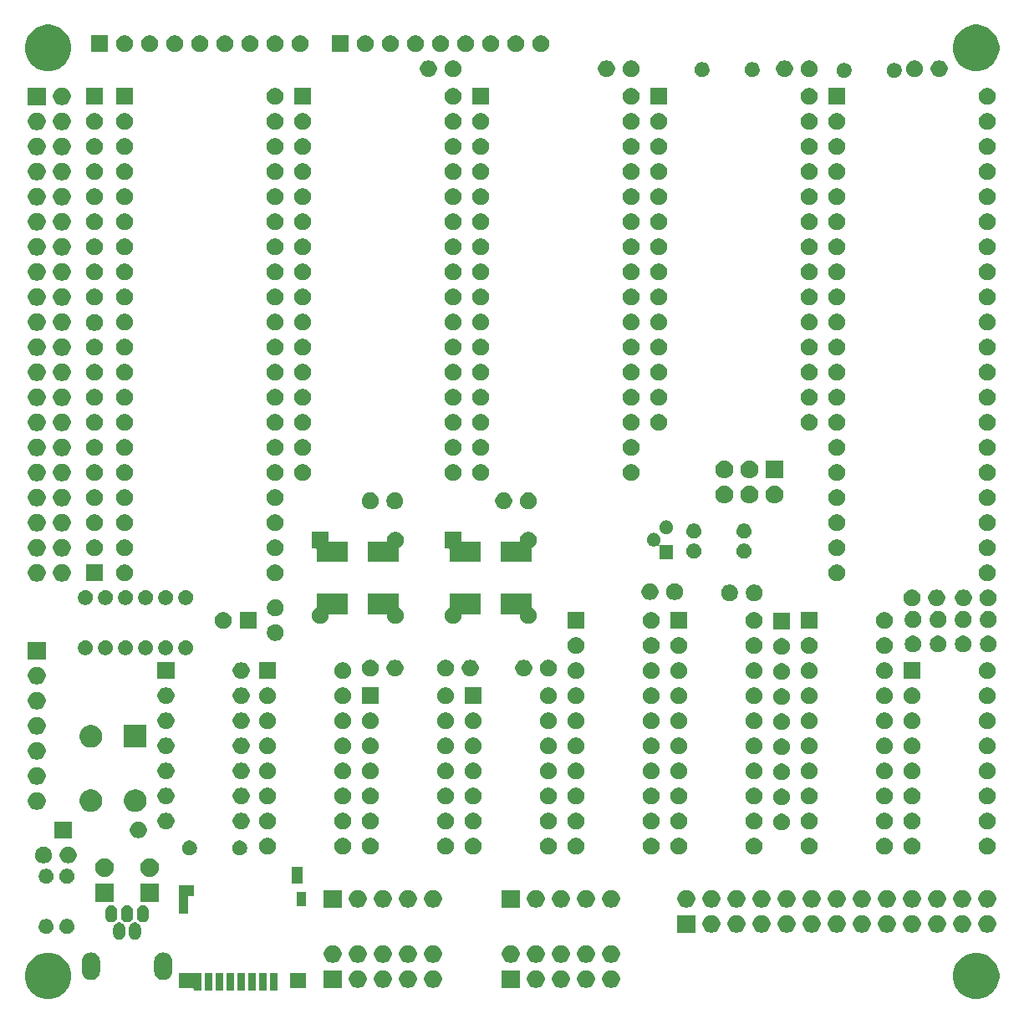
<source format=gts>
G04 #@! TF.GenerationSoftware,KiCad,Pcbnew,5.1.5+dfsg1-2build2*
G04 #@! TF.CreationDate,2021-09-15T01:36:57-05:00*
G04 #@! TF.ProjectId,2063-Z80,32303633-2d5a-4383-902e-6b696361645f,rev?*
G04 #@! TF.SameCoordinates,Original*
G04 #@! TF.FileFunction,Soldermask,Top*
G04 #@! TF.FilePolarity,Negative*
%FSLAX46Y46*%
G04 Gerber Fmt 4.6, Leading zero omitted, Abs format (unit mm)*
G04 Created by KiCad (PCBNEW 5.1.5+dfsg1-2build2) date 2021-09-15 01:36:57*
%MOMM*%
%LPD*%
G04 APERTURE LIST*
%ADD10C,0.100000*%
G04 APERTURE END LIST*
D10*
G36*
X197685470Y-144740309D02*
G01*
X198113143Y-144917457D01*
X198498038Y-145174636D01*
X198825364Y-145501962D01*
X199082543Y-145886857D01*
X199259691Y-146314530D01*
X199350000Y-146768545D01*
X199350000Y-147231455D01*
X199259691Y-147685470D01*
X199082543Y-148113143D01*
X198825364Y-148498038D01*
X198498038Y-148825364D01*
X198113143Y-149082543D01*
X197685470Y-149259691D01*
X197231455Y-149350000D01*
X196768545Y-149350000D01*
X196314530Y-149259691D01*
X195886857Y-149082543D01*
X195501962Y-148825364D01*
X195174636Y-148498038D01*
X194917457Y-148113143D01*
X194740309Y-147685470D01*
X194650000Y-147231455D01*
X194650000Y-146768545D01*
X194740309Y-146314530D01*
X194917457Y-145886857D01*
X195174636Y-145501962D01*
X195501962Y-145174636D01*
X195886857Y-144917457D01*
X196314530Y-144740309D01*
X196768545Y-144650000D01*
X197231455Y-144650000D01*
X197685470Y-144740309D01*
G37*
G36*
X103685470Y-144740309D02*
G01*
X104113143Y-144917457D01*
X104498038Y-145174636D01*
X104825364Y-145501962D01*
X105082543Y-145886857D01*
X105259691Y-146314530D01*
X105350000Y-146768545D01*
X105350000Y-147231455D01*
X105259691Y-147685470D01*
X105082543Y-148113143D01*
X104825364Y-148498038D01*
X104498038Y-148825364D01*
X104113143Y-149082543D01*
X103685470Y-149259691D01*
X103231455Y-149350000D01*
X102768545Y-149350000D01*
X102314530Y-149259691D01*
X101886857Y-149082543D01*
X101501962Y-148825364D01*
X101174636Y-148498038D01*
X100917457Y-148113143D01*
X100740309Y-147685470D01*
X100650000Y-147231455D01*
X100650000Y-146768545D01*
X100740309Y-146314530D01*
X100917457Y-145886857D01*
X101174636Y-145501962D01*
X101501962Y-145174636D01*
X101886857Y-144917457D01*
X102314530Y-144740309D01*
X102768545Y-144650000D01*
X103231455Y-144650000D01*
X103685470Y-144740309D01*
G37*
G36*
X124057000Y-148515000D02*
G01*
X123257000Y-148515000D01*
X123257000Y-146665000D01*
X124057000Y-146665000D01*
X124057000Y-148515000D01*
G37*
G36*
X122957000Y-148515000D02*
G01*
X122157000Y-148515000D01*
X122157000Y-146665000D01*
X122957000Y-146665000D01*
X122957000Y-148515000D01*
G37*
G36*
X118557000Y-148515000D02*
G01*
X117757000Y-148515000D01*
X117757000Y-148364999D01*
X117755079Y-148345490D01*
X117749388Y-148326731D01*
X117740147Y-148309443D01*
X117727711Y-148294289D01*
X117712557Y-148281853D01*
X117695269Y-148272612D01*
X117676510Y-148266921D01*
X117657001Y-148265000D01*
X116257000Y-148265000D01*
X116257000Y-146665000D01*
X118557000Y-146665000D01*
X118557000Y-148515000D01*
G37*
G36*
X119657000Y-148515000D02*
G01*
X118857000Y-148515000D01*
X118857000Y-146665000D01*
X119657000Y-146665000D01*
X119657000Y-148515000D01*
G37*
G36*
X120757000Y-148515000D02*
G01*
X119957000Y-148515000D01*
X119957000Y-146665000D01*
X120757000Y-146665000D01*
X120757000Y-148515000D01*
G37*
G36*
X126257000Y-148515000D02*
G01*
X125457000Y-148515000D01*
X125457000Y-146665000D01*
X126257000Y-146665000D01*
X126257000Y-148515000D01*
G37*
G36*
X125157000Y-148515000D02*
G01*
X124357000Y-148515000D01*
X124357000Y-146665000D01*
X125157000Y-146665000D01*
X125157000Y-148515000D01*
G37*
G36*
X121857000Y-148515000D02*
G01*
X121057000Y-148515000D01*
X121057000Y-146665000D01*
X121857000Y-146665000D01*
X121857000Y-148515000D01*
G37*
G36*
X129107000Y-148265000D02*
G01*
X127507000Y-148265000D01*
X127507000Y-146665000D01*
X129107000Y-146665000D01*
X129107000Y-148265000D01*
G37*
G36*
X152662520Y-146454586D02*
G01*
X152662522Y-146454587D01*
X152662523Y-146454587D01*
X152723025Y-146479648D01*
X152826310Y-146522430D01*
X152973717Y-146620924D01*
X153099076Y-146746283D01*
X153197570Y-146893690D01*
X153265414Y-147057480D01*
X153300000Y-147231358D01*
X153300000Y-147408642D01*
X153265414Y-147582520D01*
X153197570Y-147746310D01*
X153099076Y-147893717D01*
X152973717Y-148019076D01*
X152826310Y-148117570D01*
X152723025Y-148160352D01*
X152662523Y-148185413D01*
X152662522Y-148185413D01*
X152662520Y-148185414D01*
X152488642Y-148220000D01*
X152311358Y-148220000D01*
X152137480Y-148185414D01*
X152137478Y-148185413D01*
X152137477Y-148185413D01*
X152076975Y-148160352D01*
X151973690Y-148117570D01*
X151826283Y-148019076D01*
X151700924Y-147893717D01*
X151602430Y-147746310D01*
X151534586Y-147582520D01*
X151500000Y-147408642D01*
X151500000Y-147231358D01*
X151534586Y-147057480D01*
X151602430Y-146893690D01*
X151700924Y-146746283D01*
X151826283Y-146620924D01*
X151973690Y-146522430D01*
X152076975Y-146479648D01*
X152137477Y-146454587D01*
X152137478Y-146454587D01*
X152137480Y-146454586D01*
X152311358Y-146420000D01*
X152488642Y-146420000D01*
X152662520Y-146454586D01*
G37*
G36*
X155202520Y-146454586D02*
G01*
X155202522Y-146454587D01*
X155202523Y-146454587D01*
X155263025Y-146479648D01*
X155366310Y-146522430D01*
X155513717Y-146620924D01*
X155639076Y-146746283D01*
X155737570Y-146893690D01*
X155805414Y-147057480D01*
X155840000Y-147231358D01*
X155840000Y-147408642D01*
X155805414Y-147582520D01*
X155737570Y-147746310D01*
X155639076Y-147893717D01*
X155513717Y-148019076D01*
X155366310Y-148117570D01*
X155263025Y-148160352D01*
X155202523Y-148185413D01*
X155202522Y-148185413D01*
X155202520Y-148185414D01*
X155028642Y-148220000D01*
X154851358Y-148220000D01*
X154677480Y-148185414D01*
X154677478Y-148185413D01*
X154677477Y-148185413D01*
X154616975Y-148160352D01*
X154513690Y-148117570D01*
X154366283Y-148019076D01*
X154240924Y-147893717D01*
X154142430Y-147746310D01*
X154074586Y-147582520D01*
X154040000Y-147408642D01*
X154040000Y-147231358D01*
X154074586Y-147057480D01*
X154142430Y-146893690D01*
X154240924Y-146746283D01*
X154366283Y-146620924D01*
X154513690Y-146522430D01*
X154616975Y-146479648D01*
X154677477Y-146454587D01*
X154677478Y-146454587D01*
X154677480Y-146454586D01*
X154851358Y-146420000D01*
X155028642Y-146420000D01*
X155202520Y-146454586D01*
G37*
G36*
X160282520Y-146454586D02*
G01*
X160282522Y-146454587D01*
X160282523Y-146454587D01*
X160343025Y-146479648D01*
X160446310Y-146522430D01*
X160593717Y-146620924D01*
X160719076Y-146746283D01*
X160817570Y-146893690D01*
X160885414Y-147057480D01*
X160920000Y-147231358D01*
X160920000Y-147408642D01*
X160885414Y-147582520D01*
X160817570Y-147746310D01*
X160719076Y-147893717D01*
X160593717Y-148019076D01*
X160446310Y-148117570D01*
X160343025Y-148160352D01*
X160282523Y-148185413D01*
X160282522Y-148185413D01*
X160282520Y-148185414D01*
X160108642Y-148220000D01*
X159931358Y-148220000D01*
X159757480Y-148185414D01*
X159757478Y-148185413D01*
X159757477Y-148185413D01*
X159696975Y-148160352D01*
X159593690Y-148117570D01*
X159446283Y-148019076D01*
X159320924Y-147893717D01*
X159222430Y-147746310D01*
X159154586Y-147582520D01*
X159120000Y-147408642D01*
X159120000Y-147231358D01*
X159154586Y-147057480D01*
X159222430Y-146893690D01*
X159320924Y-146746283D01*
X159446283Y-146620924D01*
X159593690Y-146522430D01*
X159696975Y-146479648D01*
X159757477Y-146454587D01*
X159757478Y-146454587D01*
X159757480Y-146454586D01*
X159931358Y-146420000D01*
X160108642Y-146420000D01*
X160282520Y-146454586D01*
G37*
G36*
X132726000Y-148220000D02*
G01*
X130926000Y-148220000D01*
X130926000Y-146420000D01*
X132726000Y-146420000D01*
X132726000Y-148220000D01*
G37*
G36*
X134628520Y-146454586D02*
G01*
X134628522Y-146454587D01*
X134628523Y-146454587D01*
X134689025Y-146479648D01*
X134792310Y-146522430D01*
X134939717Y-146620924D01*
X135065076Y-146746283D01*
X135163570Y-146893690D01*
X135231414Y-147057480D01*
X135266000Y-147231358D01*
X135266000Y-147408642D01*
X135231414Y-147582520D01*
X135163570Y-147746310D01*
X135065076Y-147893717D01*
X134939717Y-148019076D01*
X134792310Y-148117570D01*
X134689025Y-148160352D01*
X134628523Y-148185413D01*
X134628522Y-148185413D01*
X134628520Y-148185414D01*
X134454642Y-148220000D01*
X134277358Y-148220000D01*
X134103480Y-148185414D01*
X134103478Y-148185413D01*
X134103477Y-148185413D01*
X134042975Y-148160352D01*
X133939690Y-148117570D01*
X133792283Y-148019076D01*
X133666924Y-147893717D01*
X133568430Y-147746310D01*
X133500586Y-147582520D01*
X133466000Y-147408642D01*
X133466000Y-147231358D01*
X133500586Y-147057480D01*
X133568430Y-146893690D01*
X133666924Y-146746283D01*
X133792283Y-146620924D01*
X133939690Y-146522430D01*
X134042975Y-146479648D01*
X134103477Y-146454587D01*
X134103478Y-146454587D01*
X134103480Y-146454586D01*
X134277358Y-146420000D01*
X134454642Y-146420000D01*
X134628520Y-146454586D01*
G37*
G36*
X142248520Y-146454586D02*
G01*
X142248522Y-146454587D01*
X142248523Y-146454587D01*
X142309025Y-146479648D01*
X142412310Y-146522430D01*
X142559717Y-146620924D01*
X142685076Y-146746283D01*
X142783570Y-146893690D01*
X142851414Y-147057480D01*
X142886000Y-147231358D01*
X142886000Y-147408642D01*
X142851414Y-147582520D01*
X142783570Y-147746310D01*
X142685076Y-147893717D01*
X142559717Y-148019076D01*
X142412310Y-148117570D01*
X142309025Y-148160352D01*
X142248523Y-148185413D01*
X142248522Y-148185413D01*
X142248520Y-148185414D01*
X142074642Y-148220000D01*
X141897358Y-148220000D01*
X141723480Y-148185414D01*
X141723478Y-148185413D01*
X141723477Y-148185413D01*
X141662975Y-148160352D01*
X141559690Y-148117570D01*
X141412283Y-148019076D01*
X141286924Y-147893717D01*
X141188430Y-147746310D01*
X141120586Y-147582520D01*
X141086000Y-147408642D01*
X141086000Y-147231358D01*
X141120586Y-147057480D01*
X141188430Y-146893690D01*
X141286924Y-146746283D01*
X141412283Y-146620924D01*
X141559690Y-146522430D01*
X141662975Y-146479648D01*
X141723477Y-146454587D01*
X141723478Y-146454587D01*
X141723480Y-146454586D01*
X141897358Y-146420000D01*
X142074642Y-146420000D01*
X142248520Y-146454586D01*
G37*
G36*
X139708520Y-146454586D02*
G01*
X139708522Y-146454587D01*
X139708523Y-146454587D01*
X139769025Y-146479648D01*
X139872310Y-146522430D01*
X140019717Y-146620924D01*
X140145076Y-146746283D01*
X140243570Y-146893690D01*
X140311414Y-147057480D01*
X140346000Y-147231358D01*
X140346000Y-147408642D01*
X140311414Y-147582520D01*
X140243570Y-147746310D01*
X140145076Y-147893717D01*
X140019717Y-148019076D01*
X139872310Y-148117570D01*
X139769025Y-148160352D01*
X139708523Y-148185413D01*
X139708522Y-148185413D01*
X139708520Y-148185414D01*
X139534642Y-148220000D01*
X139357358Y-148220000D01*
X139183480Y-148185414D01*
X139183478Y-148185413D01*
X139183477Y-148185413D01*
X139122975Y-148160352D01*
X139019690Y-148117570D01*
X138872283Y-148019076D01*
X138746924Y-147893717D01*
X138648430Y-147746310D01*
X138580586Y-147582520D01*
X138546000Y-147408642D01*
X138546000Y-147231358D01*
X138580586Y-147057480D01*
X138648430Y-146893690D01*
X138746924Y-146746283D01*
X138872283Y-146620924D01*
X139019690Y-146522430D01*
X139122975Y-146479648D01*
X139183477Y-146454587D01*
X139183478Y-146454587D01*
X139183480Y-146454586D01*
X139357358Y-146420000D01*
X139534642Y-146420000D01*
X139708520Y-146454586D01*
G37*
G36*
X157742520Y-146454586D02*
G01*
X157742522Y-146454587D01*
X157742523Y-146454587D01*
X157803025Y-146479648D01*
X157906310Y-146522430D01*
X158053717Y-146620924D01*
X158179076Y-146746283D01*
X158277570Y-146893690D01*
X158345414Y-147057480D01*
X158380000Y-147231358D01*
X158380000Y-147408642D01*
X158345414Y-147582520D01*
X158277570Y-147746310D01*
X158179076Y-147893717D01*
X158053717Y-148019076D01*
X157906310Y-148117570D01*
X157803025Y-148160352D01*
X157742523Y-148185413D01*
X157742522Y-148185413D01*
X157742520Y-148185414D01*
X157568642Y-148220000D01*
X157391358Y-148220000D01*
X157217480Y-148185414D01*
X157217478Y-148185413D01*
X157217477Y-148185413D01*
X157156975Y-148160352D01*
X157053690Y-148117570D01*
X156906283Y-148019076D01*
X156780924Y-147893717D01*
X156682430Y-147746310D01*
X156614586Y-147582520D01*
X156580000Y-147408642D01*
X156580000Y-147231358D01*
X156614586Y-147057480D01*
X156682430Y-146893690D01*
X156780924Y-146746283D01*
X156906283Y-146620924D01*
X157053690Y-146522430D01*
X157156975Y-146479648D01*
X157217477Y-146454587D01*
X157217478Y-146454587D01*
X157217480Y-146454586D01*
X157391358Y-146420000D01*
X157568642Y-146420000D01*
X157742520Y-146454586D01*
G37*
G36*
X150760000Y-148220000D02*
G01*
X148960000Y-148220000D01*
X148960000Y-146420000D01*
X150760000Y-146420000D01*
X150760000Y-148220000D01*
G37*
G36*
X137168520Y-146454586D02*
G01*
X137168522Y-146454587D01*
X137168523Y-146454587D01*
X137229025Y-146479648D01*
X137332310Y-146522430D01*
X137479717Y-146620924D01*
X137605076Y-146746283D01*
X137703570Y-146893690D01*
X137771414Y-147057480D01*
X137806000Y-147231358D01*
X137806000Y-147408642D01*
X137771414Y-147582520D01*
X137703570Y-147746310D01*
X137605076Y-147893717D01*
X137479717Y-148019076D01*
X137332310Y-148117570D01*
X137229025Y-148160352D01*
X137168523Y-148185413D01*
X137168522Y-148185413D01*
X137168520Y-148185414D01*
X136994642Y-148220000D01*
X136817358Y-148220000D01*
X136643480Y-148185414D01*
X136643478Y-148185413D01*
X136643477Y-148185413D01*
X136582975Y-148160352D01*
X136479690Y-148117570D01*
X136332283Y-148019076D01*
X136206924Y-147893717D01*
X136108430Y-147746310D01*
X136040586Y-147582520D01*
X136006000Y-147408642D01*
X136006000Y-147231358D01*
X136040586Y-147057480D01*
X136108430Y-146893690D01*
X136206924Y-146746283D01*
X136332283Y-146620924D01*
X136479690Y-146522430D01*
X136582975Y-146479648D01*
X136643477Y-146454587D01*
X136643478Y-146454587D01*
X136643480Y-146454586D01*
X136817358Y-146420000D01*
X136994642Y-146420000D01*
X137168520Y-146454586D01*
G37*
G36*
X114824428Y-144633022D02*
G01*
X114994081Y-144684486D01*
X115150432Y-144768057D01*
X115287475Y-144880525D01*
X115399943Y-145017568D01*
X115483514Y-145173918D01*
X115534978Y-145343571D01*
X115548000Y-145475788D01*
X115548000Y-146564212D01*
X115534978Y-146696429D01*
X115483514Y-146866082D01*
X115399943Y-147022432D01*
X115287475Y-147159475D01*
X115150432Y-147271943D01*
X114994082Y-147355514D01*
X114824429Y-147406978D01*
X114648000Y-147424355D01*
X114471572Y-147406978D01*
X114301919Y-147355514D01*
X114145569Y-147271943D01*
X114008526Y-147159475D01*
X113896058Y-147022432D01*
X113812487Y-146866082D01*
X113761023Y-146696429D01*
X113748001Y-146564212D01*
X113748000Y-145475789D01*
X113761022Y-145343572D01*
X113812486Y-145173919D01*
X113896057Y-145017568D01*
X114008525Y-144880525D01*
X114145568Y-144768057D01*
X114301918Y-144684486D01*
X114471571Y-144633022D01*
X114648000Y-144615645D01*
X114824428Y-144633022D01*
G37*
G36*
X107524428Y-144633022D02*
G01*
X107694081Y-144684486D01*
X107850432Y-144768057D01*
X107987475Y-144880525D01*
X108099943Y-145017568D01*
X108183514Y-145173918D01*
X108234978Y-145343571D01*
X108248000Y-145475788D01*
X108248000Y-146564212D01*
X108234978Y-146696429D01*
X108183514Y-146866082D01*
X108099943Y-147022432D01*
X107987475Y-147159475D01*
X107850432Y-147271943D01*
X107694082Y-147355514D01*
X107524429Y-147406978D01*
X107348000Y-147424355D01*
X107171572Y-147406978D01*
X107001919Y-147355514D01*
X106845569Y-147271943D01*
X106708526Y-147159475D01*
X106596058Y-147022432D01*
X106512487Y-146866082D01*
X106461023Y-146696429D01*
X106448001Y-146564212D01*
X106448000Y-145475789D01*
X106461022Y-145343572D01*
X106512486Y-145173919D01*
X106596057Y-145017568D01*
X106708525Y-144880525D01*
X106845568Y-144768057D01*
X107001918Y-144684486D01*
X107171571Y-144633022D01*
X107348000Y-144615645D01*
X107524428Y-144633022D01*
G37*
G36*
X152662520Y-143914586D02*
G01*
X152662522Y-143914587D01*
X152662523Y-143914587D01*
X152723025Y-143939648D01*
X152826310Y-143982430D01*
X152973717Y-144080924D01*
X153099076Y-144206283D01*
X153197570Y-144353690D01*
X153265414Y-144517480D01*
X153300000Y-144691358D01*
X153300000Y-144868642D01*
X153265414Y-145042520D01*
X153197570Y-145206310D01*
X153099076Y-145353717D01*
X152973717Y-145479076D01*
X152826310Y-145577570D01*
X152723025Y-145620352D01*
X152662523Y-145645413D01*
X152662522Y-145645413D01*
X152662520Y-145645414D01*
X152488642Y-145680000D01*
X152311358Y-145680000D01*
X152137480Y-145645414D01*
X152137478Y-145645413D01*
X152137477Y-145645413D01*
X152076975Y-145620352D01*
X151973690Y-145577570D01*
X151826283Y-145479076D01*
X151700924Y-145353717D01*
X151602430Y-145206310D01*
X151534586Y-145042520D01*
X151500000Y-144868642D01*
X151500000Y-144691358D01*
X151534586Y-144517480D01*
X151602430Y-144353690D01*
X151700924Y-144206283D01*
X151826283Y-144080924D01*
X151973690Y-143982430D01*
X152076975Y-143939648D01*
X152137477Y-143914587D01*
X152137478Y-143914587D01*
X152137480Y-143914586D01*
X152311358Y-143880000D01*
X152488642Y-143880000D01*
X152662520Y-143914586D01*
G37*
G36*
X160282520Y-143914586D02*
G01*
X160282522Y-143914587D01*
X160282523Y-143914587D01*
X160343025Y-143939648D01*
X160446310Y-143982430D01*
X160593717Y-144080924D01*
X160719076Y-144206283D01*
X160817570Y-144353690D01*
X160885414Y-144517480D01*
X160920000Y-144691358D01*
X160920000Y-144868642D01*
X160885414Y-145042520D01*
X160817570Y-145206310D01*
X160719076Y-145353717D01*
X160593717Y-145479076D01*
X160446310Y-145577570D01*
X160343025Y-145620352D01*
X160282523Y-145645413D01*
X160282522Y-145645413D01*
X160282520Y-145645414D01*
X160108642Y-145680000D01*
X159931358Y-145680000D01*
X159757480Y-145645414D01*
X159757478Y-145645413D01*
X159757477Y-145645413D01*
X159696975Y-145620352D01*
X159593690Y-145577570D01*
X159446283Y-145479076D01*
X159320924Y-145353717D01*
X159222430Y-145206310D01*
X159154586Y-145042520D01*
X159120000Y-144868642D01*
X159120000Y-144691358D01*
X159154586Y-144517480D01*
X159222430Y-144353690D01*
X159320924Y-144206283D01*
X159446283Y-144080924D01*
X159593690Y-143982430D01*
X159696975Y-143939648D01*
X159757477Y-143914587D01*
X159757478Y-143914587D01*
X159757480Y-143914586D01*
X159931358Y-143880000D01*
X160108642Y-143880000D01*
X160282520Y-143914586D01*
G37*
G36*
X132088520Y-143914586D02*
G01*
X132088522Y-143914587D01*
X132088523Y-143914587D01*
X132149025Y-143939648D01*
X132252310Y-143982430D01*
X132399717Y-144080924D01*
X132525076Y-144206283D01*
X132623570Y-144353690D01*
X132691414Y-144517480D01*
X132726000Y-144691358D01*
X132726000Y-144868642D01*
X132691414Y-145042520D01*
X132623570Y-145206310D01*
X132525076Y-145353717D01*
X132399717Y-145479076D01*
X132252310Y-145577570D01*
X132149025Y-145620352D01*
X132088523Y-145645413D01*
X132088522Y-145645413D01*
X132088520Y-145645414D01*
X131914642Y-145680000D01*
X131737358Y-145680000D01*
X131563480Y-145645414D01*
X131563478Y-145645413D01*
X131563477Y-145645413D01*
X131502975Y-145620352D01*
X131399690Y-145577570D01*
X131252283Y-145479076D01*
X131126924Y-145353717D01*
X131028430Y-145206310D01*
X130960586Y-145042520D01*
X130926000Y-144868642D01*
X130926000Y-144691358D01*
X130960586Y-144517480D01*
X131028430Y-144353690D01*
X131126924Y-144206283D01*
X131252283Y-144080924D01*
X131399690Y-143982430D01*
X131502975Y-143939648D01*
X131563477Y-143914587D01*
X131563478Y-143914587D01*
X131563480Y-143914586D01*
X131737358Y-143880000D01*
X131914642Y-143880000D01*
X132088520Y-143914586D01*
G37*
G36*
X134628520Y-143914586D02*
G01*
X134628522Y-143914587D01*
X134628523Y-143914587D01*
X134689025Y-143939648D01*
X134792310Y-143982430D01*
X134939717Y-144080924D01*
X135065076Y-144206283D01*
X135163570Y-144353690D01*
X135231414Y-144517480D01*
X135266000Y-144691358D01*
X135266000Y-144868642D01*
X135231414Y-145042520D01*
X135163570Y-145206310D01*
X135065076Y-145353717D01*
X134939717Y-145479076D01*
X134792310Y-145577570D01*
X134689025Y-145620352D01*
X134628523Y-145645413D01*
X134628522Y-145645413D01*
X134628520Y-145645414D01*
X134454642Y-145680000D01*
X134277358Y-145680000D01*
X134103480Y-145645414D01*
X134103478Y-145645413D01*
X134103477Y-145645413D01*
X134042975Y-145620352D01*
X133939690Y-145577570D01*
X133792283Y-145479076D01*
X133666924Y-145353717D01*
X133568430Y-145206310D01*
X133500586Y-145042520D01*
X133466000Y-144868642D01*
X133466000Y-144691358D01*
X133500586Y-144517480D01*
X133568430Y-144353690D01*
X133666924Y-144206283D01*
X133792283Y-144080924D01*
X133939690Y-143982430D01*
X134042975Y-143939648D01*
X134103477Y-143914587D01*
X134103478Y-143914587D01*
X134103480Y-143914586D01*
X134277358Y-143880000D01*
X134454642Y-143880000D01*
X134628520Y-143914586D01*
G37*
G36*
X137168520Y-143914586D02*
G01*
X137168522Y-143914587D01*
X137168523Y-143914587D01*
X137229025Y-143939648D01*
X137332310Y-143982430D01*
X137479717Y-144080924D01*
X137605076Y-144206283D01*
X137703570Y-144353690D01*
X137771414Y-144517480D01*
X137806000Y-144691358D01*
X137806000Y-144868642D01*
X137771414Y-145042520D01*
X137703570Y-145206310D01*
X137605076Y-145353717D01*
X137479717Y-145479076D01*
X137332310Y-145577570D01*
X137229025Y-145620352D01*
X137168523Y-145645413D01*
X137168522Y-145645413D01*
X137168520Y-145645414D01*
X136994642Y-145680000D01*
X136817358Y-145680000D01*
X136643480Y-145645414D01*
X136643478Y-145645413D01*
X136643477Y-145645413D01*
X136582975Y-145620352D01*
X136479690Y-145577570D01*
X136332283Y-145479076D01*
X136206924Y-145353717D01*
X136108430Y-145206310D01*
X136040586Y-145042520D01*
X136006000Y-144868642D01*
X136006000Y-144691358D01*
X136040586Y-144517480D01*
X136108430Y-144353690D01*
X136206924Y-144206283D01*
X136332283Y-144080924D01*
X136479690Y-143982430D01*
X136582975Y-143939648D01*
X136643477Y-143914587D01*
X136643478Y-143914587D01*
X136643480Y-143914586D01*
X136817358Y-143880000D01*
X136994642Y-143880000D01*
X137168520Y-143914586D01*
G37*
G36*
X142248520Y-143914586D02*
G01*
X142248522Y-143914587D01*
X142248523Y-143914587D01*
X142309025Y-143939648D01*
X142412310Y-143982430D01*
X142559717Y-144080924D01*
X142685076Y-144206283D01*
X142783570Y-144353690D01*
X142851414Y-144517480D01*
X142886000Y-144691358D01*
X142886000Y-144868642D01*
X142851414Y-145042520D01*
X142783570Y-145206310D01*
X142685076Y-145353717D01*
X142559717Y-145479076D01*
X142412310Y-145577570D01*
X142309025Y-145620352D01*
X142248523Y-145645413D01*
X142248522Y-145645413D01*
X142248520Y-145645414D01*
X142074642Y-145680000D01*
X141897358Y-145680000D01*
X141723480Y-145645414D01*
X141723478Y-145645413D01*
X141723477Y-145645413D01*
X141662975Y-145620352D01*
X141559690Y-145577570D01*
X141412283Y-145479076D01*
X141286924Y-145353717D01*
X141188430Y-145206310D01*
X141120586Y-145042520D01*
X141086000Y-144868642D01*
X141086000Y-144691358D01*
X141120586Y-144517480D01*
X141188430Y-144353690D01*
X141286924Y-144206283D01*
X141412283Y-144080924D01*
X141559690Y-143982430D01*
X141662975Y-143939648D01*
X141723477Y-143914587D01*
X141723478Y-143914587D01*
X141723480Y-143914586D01*
X141897358Y-143880000D01*
X142074642Y-143880000D01*
X142248520Y-143914586D01*
G37*
G36*
X155202520Y-143914586D02*
G01*
X155202522Y-143914587D01*
X155202523Y-143914587D01*
X155263025Y-143939648D01*
X155366310Y-143982430D01*
X155513717Y-144080924D01*
X155639076Y-144206283D01*
X155737570Y-144353690D01*
X155805414Y-144517480D01*
X155840000Y-144691358D01*
X155840000Y-144868642D01*
X155805414Y-145042520D01*
X155737570Y-145206310D01*
X155639076Y-145353717D01*
X155513717Y-145479076D01*
X155366310Y-145577570D01*
X155263025Y-145620352D01*
X155202523Y-145645413D01*
X155202522Y-145645413D01*
X155202520Y-145645414D01*
X155028642Y-145680000D01*
X154851358Y-145680000D01*
X154677480Y-145645414D01*
X154677478Y-145645413D01*
X154677477Y-145645413D01*
X154616975Y-145620352D01*
X154513690Y-145577570D01*
X154366283Y-145479076D01*
X154240924Y-145353717D01*
X154142430Y-145206310D01*
X154074586Y-145042520D01*
X154040000Y-144868642D01*
X154040000Y-144691358D01*
X154074586Y-144517480D01*
X154142430Y-144353690D01*
X154240924Y-144206283D01*
X154366283Y-144080924D01*
X154513690Y-143982430D01*
X154616975Y-143939648D01*
X154677477Y-143914587D01*
X154677478Y-143914587D01*
X154677480Y-143914586D01*
X154851358Y-143880000D01*
X155028642Y-143880000D01*
X155202520Y-143914586D01*
G37*
G36*
X157742520Y-143914586D02*
G01*
X157742522Y-143914587D01*
X157742523Y-143914587D01*
X157803025Y-143939648D01*
X157906310Y-143982430D01*
X158053717Y-144080924D01*
X158179076Y-144206283D01*
X158277570Y-144353690D01*
X158345414Y-144517480D01*
X158380000Y-144691358D01*
X158380000Y-144868642D01*
X158345414Y-145042520D01*
X158277570Y-145206310D01*
X158179076Y-145353717D01*
X158053717Y-145479076D01*
X157906310Y-145577570D01*
X157803025Y-145620352D01*
X157742523Y-145645413D01*
X157742522Y-145645413D01*
X157742520Y-145645414D01*
X157568642Y-145680000D01*
X157391358Y-145680000D01*
X157217480Y-145645414D01*
X157217478Y-145645413D01*
X157217477Y-145645413D01*
X157156975Y-145620352D01*
X157053690Y-145577570D01*
X156906283Y-145479076D01*
X156780924Y-145353717D01*
X156682430Y-145206310D01*
X156614586Y-145042520D01*
X156580000Y-144868642D01*
X156580000Y-144691358D01*
X156614586Y-144517480D01*
X156682430Y-144353690D01*
X156780924Y-144206283D01*
X156906283Y-144080924D01*
X157053690Y-143982430D01*
X157156975Y-143939648D01*
X157217477Y-143914587D01*
X157217478Y-143914587D01*
X157217480Y-143914586D01*
X157391358Y-143880000D01*
X157568642Y-143880000D01*
X157742520Y-143914586D01*
G37*
G36*
X150122520Y-143914586D02*
G01*
X150122522Y-143914587D01*
X150122523Y-143914587D01*
X150183025Y-143939648D01*
X150286310Y-143982430D01*
X150433717Y-144080924D01*
X150559076Y-144206283D01*
X150657570Y-144353690D01*
X150725414Y-144517480D01*
X150760000Y-144691358D01*
X150760000Y-144868642D01*
X150725414Y-145042520D01*
X150657570Y-145206310D01*
X150559076Y-145353717D01*
X150433717Y-145479076D01*
X150286310Y-145577570D01*
X150183025Y-145620352D01*
X150122523Y-145645413D01*
X150122522Y-145645413D01*
X150122520Y-145645414D01*
X149948642Y-145680000D01*
X149771358Y-145680000D01*
X149597480Y-145645414D01*
X149597478Y-145645413D01*
X149597477Y-145645413D01*
X149536975Y-145620352D01*
X149433690Y-145577570D01*
X149286283Y-145479076D01*
X149160924Y-145353717D01*
X149062430Y-145206310D01*
X148994586Y-145042520D01*
X148960000Y-144868642D01*
X148960000Y-144691358D01*
X148994586Y-144517480D01*
X149062430Y-144353690D01*
X149160924Y-144206283D01*
X149286283Y-144080924D01*
X149433690Y-143982430D01*
X149536975Y-143939648D01*
X149597477Y-143914587D01*
X149597478Y-143914587D01*
X149597480Y-143914586D01*
X149771358Y-143880000D01*
X149948642Y-143880000D01*
X150122520Y-143914586D01*
G37*
G36*
X139708520Y-143914586D02*
G01*
X139708522Y-143914587D01*
X139708523Y-143914587D01*
X139769025Y-143939648D01*
X139872310Y-143982430D01*
X140019717Y-144080924D01*
X140145076Y-144206283D01*
X140243570Y-144353690D01*
X140311414Y-144517480D01*
X140346000Y-144691358D01*
X140346000Y-144868642D01*
X140311414Y-145042520D01*
X140243570Y-145206310D01*
X140145076Y-145353717D01*
X140019717Y-145479076D01*
X139872310Y-145577570D01*
X139769025Y-145620352D01*
X139708523Y-145645413D01*
X139708522Y-145645413D01*
X139708520Y-145645414D01*
X139534642Y-145680000D01*
X139357358Y-145680000D01*
X139183480Y-145645414D01*
X139183478Y-145645413D01*
X139183477Y-145645413D01*
X139122975Y-145620352D01*
X139019690Y-145577570D01*
X138872283Y-145479076D01*
X138746924Y-145353717D01*
X138648430Y-145206310D01*
X138580586Y-145042520D01*
X138546000Y-144868642D01*
X138546000Y-144691358D01*
X138580586Y-144517480D01*
X138648430Y-144353690D01*
X138746924Y-144206283D01*
X138872283Y-144080924D01*
X139019690Y-143982430D01*
X139122975Y-143939648D01*
X139183477Y-143914587D01*
X139183478Y-143914587D01*
X139183480Y-143914586D01*
X139357358Y-143880000D01*
X139534642Y-143880000D01*
X139708520Y-143914586D01*
G37*
G36*
X110243552Y-141571584D02*
G01*
X110315618Y-141578681D01*
X110356431Y-141591062D01*
X110428720Y-141612990D01*
X110532954Y-141668704D01*
X110624317Y-141743683D01*
X110699296Y-141835045D01*
X110755010Y-141939279D01*
X110789318Y-142052379D01*
X110798000Y-142140526D01*
X110798000Y-142749474D01*
X110789318Y-142837621D01*
X110755010Y-142950721D01*
X110699296Y-143054955D01*
X110624317Y-143146317D01*
X110532955Y-143221296D01*
X110428721Y-143277010D01*
X110315621Y-143311318D01*
X110198000Y-143322903D01*
X110152448Y-143318416D01*
X110080382Y-143311319D01*
X110039569Y-143298938D01*
X109967280Y-143277010D01*
X109863046Y-143221296D01*
X109771684Y-143146317D01*
X109696705Y-143054955D01*
X109640990Y-142950721D01*
X109606682Y-142837621D01*
X109598000Y-142749474D01*
X109598000Y-142140527D01*
X109606682Y-142052380D01*
X109640990Y-141939280D01*
X109696704Y-141835046D01*
X109771683Y-141743683D01*
X109863045Y-141668704D01*
X109967279Y-141612990D01*
X110080379Y-141578682D01*
X110198000Y-141567097D01*
X110243552Y-141571584D01*
G37*
G36*
X111843552Y-141571584D02*
G01*
X111915618Y-141578681D01*
X111956431Y-141591062D01*
X112028720Y-141612990D01*
X112132954Y-141668704D01*
X112224317Y-141743683D01*
X112299296Y-141835045D01*
X112355010Y-141939279D01*
X112389318Y-142052379D01*
X112398000Y-142140526D01*
X112398000Y-142749474D01*
X112389318Y-142837621D01*
X112355010Y-142950721D01*
X112299296Y-143054955D01*
X112224317Y-143146317D01*
X112132955Y-143221296D01*
X112028721Y-143277010D01*
X111915621Y-143311318D01*
X111798000Y-143322903D01*
X111752448Y-143318416D01*
X111680382Y-143311319D01*
X111639569Y-143298938D01*
X111567280Y-143277010D01*
X111463046Y-143221296D01*
X111371684Y-143146317D01*
X111296705Y-143054955D01*
X111240990Y-142950721D01*
X111206682Y-142837621D01*
X111198000Y-142749474D01*
X111198000Y-142140527D01*
X111206682Y-142052380D01*
X111240990Y-141939280D01*
X111296704Y-141835046D01*
X111371683Y-141743683D01*
X111463045Y-141668704D01*
X111567279Y-141612990D01*
X111680379Y-141578682D01*
X111798000Y-141567097D01*
X111843552Y-141571584D01*
G37*
G36*
X103012567Y-141264822D02*
G01*
X103012569Y-141264823D01*
X103012570Y-141264823D01*
X103149058Y-141321358D01*
X103271898Y-141403437D01*
X103376363Y-141507902D01*
X103458442Y-141630742D01*
X103505224Y-141743684D01*
X103514978Y-141767233D01*
X103543800Y-141912131D01*
X103543800Y-142059869D01*
X103524219Y-142158310D01*
X103514977Y-142204770D01*
X103458442Y-142341258D01*
X103376363Y-142464098D01*
X103271898Y-142568563D01*
X103149058Y-142650642D01*
X103012570Y-142707177D01*
X103012569Y-142707177D01*
X103012567Y-142707178D01*
X102867669Y-142736000D01*
X102719931Y-142736000D01*
X102575033Y-142707178D01*
X102575031Y-142707177D01*
X102575030Y-142707177D01*
X102438542Y-142650642D01*
X102315702Y-142568563D01*
X102211237Y-142464098D01*
X102129158Y-142341258D01*
X102072623Y-142204770D01*
X102063382Y-142158310D01*
X102043800Y-142059869D01*
X102043800Y-141912131D01*
X102072622Y-141767233D01*
X102082376Y-141743684D01*
X102129158Y-141630742D01*
X102211237Y-141507902D01*
X102315702Y-141403437D01*
X102438542Y-141321358D01*
X102575030Y-141264823D01*
X102575031Y-141264823D01*
X102575033Y-141264822D01*
X102719931Y-141236000D01*
X102867669Y-141236000D01*
X103012567Y-141264822D01*
G37*
G36*
X105120767Y-141264822D02*
G01*
X105120769Y-141264823D01*
X105120770Y-141264823D01*
X105257258Y-141321358D01*
X105380098Y-141403437D01*
X105484563Y-141507902D01*
X105566642Y-141630742D01*
X105613424Y-141743684D01*
X105623178Y-141767233D01*
X105652000Y-141912131D01*
X105652000Y-142059869D01*
X105632419Y-142158310D01*
X105623177Y-142204770D01*
X105566642Y-142341258D01*
X105484563Y-142464098D01*
X105380098Y-142568563D01*
X105257258Y-142650642D01*
X105120770Y-142707177D01*
X105120769Y-142707177D01*
X105120767Y-142707178D01*
X104975869Y-142736000D01*
X104828131Y-142736000D01*
X104683233Y-142707178D01*
X104683231Y-142707177D01*
X104683230Y-142707177D01*
X104546742Y-142650642D01*
X104423902Y-142568563D01*
X104319437Y-142464098D01*
X104237358Y-142341258D01*
X104180823Y-142204770D01*
X104171582Y-142158310D01*
X104152000Y-142059869D01*
X104152000Y-141912131D01*
X104180822Y-141767233D01*
X104190576Y-141743684D01*
X104237358Y-141630742D01*
X104319437Y-141507902D01*
X104423902Y-141403437D01*
X104546742Y-141321358D01*
X104683230Y-141264823D01*
X104683231Y-141264823D01*
X104683233Y-141264822D01*
X104828131Y-141236000D01*
X104975869Y-141236000D01*
X105120767Y-141264822D01*
G37*
G36*
X178062520Y-140866586D02*
G01*
X178062522Y-140866587D01*
X178062523Y-140866587D01*
X178123025Y-140891648D01*
X178226310Y-140934430D01*
X178373717Y-141032924D01*
X178499076Y-141158283D01*
X178597570Y-141305690D01*
X178665414Y-141469480D01*
X178700000Y-141643358D01*
X178700000Y-141820642D01*
X178665414Y-141994520D01*
X178597570Y-142158310D01*
X178499076Y-142305717D01*
X178373717Y-142431076D01*
X178226310Y-142529570D01*
X178123025Y-142572352D01*
X178062523Y-142597413D01*
X178062522Y-142597413D01*
X178062520Y-142597414D01*
X177888642Y-142632000D01*
X177711358Y-142632000D01*
X177537480Y-142597414D01*
X177537478Y-142597413D01*
X177537477Y-142597413D01*
X177476975Y-142572352D01*
X177373690Y-142529570D01*
X177226283Y-142431076D01*
X177100924Y-142305717D01*
X177002430Y-142158310D01*
X176934586Y-141994520D01*
X176900000Y-141820642D01*
X176900000Y-141643358D01*
X176934586Y-141469480D01*
X177002430Y-141305690D01*
X177100924Y-141158283D01*
X177226283Y-141032924D01*
X177373690Y-140934430D01*
X177476975Y-140891648D01*
X177537477Y-140866587D01*
X177537478Y-140866587D01*
X177537480Y-140866586D01*
X177711358Y-140832000D01*
X177888642Y-140832000D01*
X178062520Y-140866586D01*
G37*
G36*
X193302520Y-140866586D02*
G01*
X193302522Y-140866587D01*
X193302523Y-140866587D01*
X193363025Y-140891648D01*
X193466310Y-140934430D01*
X193613717Y-141032924D01*
X193739076Y-141158283D01*
X193837570Y-141305690D01*
X193905414Y-141469480D01*
X193940000Y-141643358D01*
X193940000Y-141820642D01*
X193905414Y-141994520D01*
X193837570Y-142158310D01*
X193739076Y-142305717D01*
X193613717Y-142431076D01*
X193466310Y-142529570D01*
X193363025Y-142572352D01*
X193302523Y-142597413D01*
X193302522Y-142597413D01*
X193302520Y-142597414D01*
X193128642Y-142632000D01*
X192951358Y-142632000D01*
X192777480Y-142597414D01*
X192777478Y-142597413D01*
X192777477Y-142597413D01*
X192716975Y-142572352D01*
X192613690Y-142529570D01*
X192466283Y-142431076D01*
X192340924Y-142305717D01*
X192242430Y-142158310D01*
X192174586Y-141994520D01*
X192140000Y-141820642D01*
X192140000Y-141643358D01*
X192174586Y-141469480D01*
X192242430Y-141305690D01*
X192340924Y-141158283D01*
X192466283Y-141032924D01*
X192613690Y-140934430D01*
X192716975Y-140891648D01*
X192777477Y-140866587D01*
X192777478Y-140866587D01*
X192777480Y-140866586D01*
X192951358Y-140832000D01*
X193128642Y-140832000D01*
X193302520Y-140866586D01*
G37*
G36*
X190762520Y-140866586D02*
G01*
X190762522Y-140866587D01*
X190762523Y-140866587D01*
X190823025Y-140891648D01*
X190926310Y-140934430D01*
X191073717Y-141032924D01*
X191199076Y-141158283D01*
X191297570Y-141305690D01*
X191365414Y-141469480D01*
X191400000Y-141643358D01*
X191400000Y-141820642D01*
X191365414Y-141994520D01*
X191297570Y-142158310D01*
X191199076Y-142305717D01*
X191073717Y-142431076D01*
X190926310Y-142529570D01*
X190823025Y-142572352D01*
X190762523Y-142597413D01*
X190762522Y-142597413D01*
X190762520Y-142597414D01*
X190588642Y-142632000D01*
X190411358Y-142632000D01*
X190237480Y-142597414D01*
X190237478Y-142597413D01*
X190237477Y-142597413D01*
X190176975Y-142572352D01*
X190073690Y-142529570D01*
X189926283Y-142431076D01*
X189800924Y-142305717D01*
X189702430Y-142158310D01*
X189634586Y-141994520D01*
X189600000Y-141820642D01*
X189600000Y-141643358D01*
X189634586Y-141469480D01*
X189702430Y-141305690D01*
X189800924Y-141158283D01*
X189926283Y-141032924D01*
X190073690Y-140934430D01*
X190176975Y-140891648D01*
X190237477Y-140866587D01*
X190237478Y-140866587D01*
X190237480Y-140866586D01*
X190411358Y-140832000D01*
X190588642Y-140832000D01*
X190762520Y-140866586D01*
G37*
G36*
X188222520Y-140866586D02*
G01*
X188222522Y-140866587D01*
X188222523Y-140866587D01*
X188283025Y-140891648D01*
X188386310Y-140934430D01*
X188533717Y-141032924D01*
X188659076Y-141158283D01*
X188757570Y-141305690D01*
X188825414Y-141469480D01*
X188860000Y-141643358D01*
X188860000Y-141820642D01*
X188825414Y-141994520D01*
X188757570Y-142158310D01*
X188659076Y-142305717D01*
X188533717Y-142431076D01*
X188386310Y-142529570D01*
X188283025Y-142572352D01*
X188222523Y-142597413D01*
X188222522Y-142597413D01*
X188222520Y-142597414D01*
X188048642Y-142632000D01*
X187871358Y-142632000D01*
X187697480Y-142597414D01*
X187697478Y-142597413D01*
X187697477Y-142597413D01*
X187636975Y-142572352D01*
X187533690Y-142529570D01*
X187386283Y-142431076D01*
X187260924Y-142305717D01*
X187162430Y-142158310D01*
X187094586Y-141994520D01*
X187060000Y-141820642D01*
X187060000Y-141643358D01*
X187094586Y-141469480D01*
X187162430Y-141305690D01*
X187260924Y-141158283D01*
X187386283Y-141032924D01*
X187533690Y-140934430D01*
X187636975Y-140891648D01*
X187697477Y-140866587D01*
X187697478Y-140866587D01*
X187697480Y-140866586D01*
X187871358Y-140832000D01*
X188048642Y-140832000D01*
X188222520Y-140866586D01*
G37*
G36*
X195842520Y-140866586D02*
G01*
X195842522Y-140866587D01*
X195842523Y-140866587D01*
X195903025Y-140891648D01*
X196006310Y-140934430D01*
X196153717Y-141032924D01*
X196279076Y-141158283D01*
X196377570Y-141305690D01*
X196445414Y-141469480D01*
X196480000Y-141643358D01*
X196480000Y-141820642D01*
X196445414Y-141994520D01*
X196377570Y-142158310D01*
X196279076Y-142305717D01*
X196153717Y-142431076D01*
X196006310Y-142529570D01*
X195903025Y-142572352D01*
X195842523Y-142597413D01*
X195842522Y-142597413D01*
X195842520Y-142597414D01*
X195668642Y-142632000D01*
X195491358Y-142632000D01*
X195317480Y-142597414D01*
X195317478Y-142597413D01*
X195317477Y-142597413D01*
X195256975Y-142572352D01*
X195153690Y-142529570D01*
X195006283Y-142431076D01*
X194880924Y-142305717D01*
X194782430Y-142158310D01*
X194714586Y-141994520D01*
X194680000Y-141820642D01*
X194680000Y-141643358D01*
X194714586Y-141469480D01*
X194782430Y-141305690D01*
X194880924Y-141158283D01*
X195006283Y-141032924D01*
X195153690Y-140934430D01*
X195256975Y-140891648D01*
X195317477Y-140866587D01*
X195317478Y-140866587D01*
X195317480Y-140866586D01*
X195491358Y-140832000D01*
X195668642Y-140832000D01*
X195842520Y-140866586D01*
G37*
G36*
X185682520Y-140866586D02*
G01*
X185682522Y-140866587D01*
X185682523Y-140866587D01*
X185743025Y-140891648D01*
X185846310Y-140934430D01*
X185993717Y-141032924D01*
X186119076Y-141158283D01*
X186217570Y-141305690D01*
X186285414Y-141469480D01*
X186320000Y-141643358D01*
X186320000Y-141820642D01*
X186285414Y-141994520D01*
X186217570Y-142158310D01*
X186119076Y-142305717D01*
X185993717Y-142431076D01*
X185846310Y-142529570D01*
X185743025Y-142572352D01*
X185682523Y-142597413D01*
X185682522Y-142597413D01*
X185682520Y-142597414D01*
X185508642Y-142632000D01*
X185331358Y-142632000D01*
X185157480Y-142597414D01*
X185157478Y-142597413D01*
X185157477Y-142597413D01*
X185096975Y-142572352D01*
X184993690Y-142529570D01*
X184846283Y-142431076D01*
X184720924Y-142305717D01*
X184622430Y-142158310D01*
X184554586Y-141994520D01*
X184520000Y-141820642D01*
X184520000Y-141643358D01*
X184554586Y-141469480D01*
X184622430Y-141305690D01*
X184720924Y-141158283D01*
X184846283Y-141032924D01*
X184993690Y-140934430D01*
X185096975Y-140891648D01*
X185157477Y-140866587D01*
X185157478Y-140866587D01*
X185157480Y-140866586D01*
X185331358Y-140832000D01*
X185508642Y-140832000D01*
X185682520Y-140866586D01*
G37*
G36*
X183142520Y-140866586D02*
G01*
X183142522Y-140866587D01*
X183142523Y-140866587D01*
X183203025Y-140891648D01*
X183306310Y-140934430D01*
X183453717Y-141032924D01*
X183579076Y-141158283D01*
X183677570Y-141305690D01*
X183745414Y-141469480D01*
X183780000Y-141643358D01*
X183780000Y-141820642D01*
X183745414Y-141994520D01*
X183677570Y-142158310D01*
X183579076Y-142305717D01*
X183453717Y-142431076D01*
X183306310Y-142529570D01*
X183203025Y-142572352D01*
X183142523Y-142597413D01*
X183142522Y-142597413D01*
X183142520Y-142597414D01*
X182968642Y-142632000D01*
X182791358Y-142632000D01*
X182617480Y-142597414D01*
X182617478Y-142597413D01*
X182617477Y-142597413D01*
X182556975Y-142572352D01*
X182453690Y-142529570D01*
X182306283Y-142431076D01*
X182180924Y-142305717D01*
X182082430Y-142158310D01*
X182014586Y-141994520D01*
X181980000Y-141820642D01*
X181980000Y-141643358D01*
X182014586Y-141469480D01*
X182082430Y-141305690D01*
X182180924Y-141158283D01*
X182306283Y-141032924D01*
X182453690Y-140934430D01*
X182556975Y-140891648D01*
X182617477Y-140866587D01*
X182617478Y-140866587D01*
X182617480Y-140866586D01*
X182791358Y-140832000D01*
X182968642Y-140832000D01*
X183142520Y-140866586D01*
G37*
G36*
X175522520Y-140866586D02*
G01*
X175522522Y-140866587D01*
X175522523Y-140866587D01*
X175583025Y-140891648D01*
X175686310Y-140934430D01*
X175833717Y-141032924D01*
X175959076Y-141158283D01*
X176057570Y-141305690D01*
X176125414Y-141469480D01*
X176160000Y-141643358D01*
X176160000Y-141820642D01*
X176125414Y-141994520D01*
X176057570Y-142158310D01*
X175959076Y-142305717D01*
X175833717Y-142431076D01*
X175686310Y-142529570D01*
X175583025Y-142572352D01*
X175522523Y-142597413D01*
X175522522Y-142597413D01*
X175522520Y-142597414D01*
X175348642Y-142632000D01*
X175171358Y-142632000D01*
X174997480Y-142597414D01*
X174997478Y-142597413D01*
X174997477Y-142597413D01*
X174936975Y-142572352D01*
X174833690Y-142529570D01*
X174686283Y-142431076D01*
X174560924Y-142305717D01*
X174462430Y-142158310D01*
X174394586Y-141994520D01*
X174360000Y-141820642D01*
X174360000Y-141643358D01*
X174394586Y-141469480D01*
X174462430Y-141305690D01*
X174560924Y-141158283D01*
X174686283Y-141032924D01*
X174833690Y-140934430D01*
X174936975Y-140891648D01*
X174997477Y-140866587D01*
X174997478Y-140866587D01*
X174997480Y-140866586D01*
X175171358Y-140832000D01*
X175348642Y-140832000D01*
X175522520Y-140866586D01*
G37*
G36*
X172982520Y-140866586D02*
G01*
X172982522Y-140866587D01*
X172982523Y-140866587D01*
X173043025Y-140891648D01*
X173146310Y-140934430D01*
X173293717Y-141032924D01*
X173419076Y-141158283D01*
X173517570Y-141305690D01*
X173585414Y-141469480D01*
X173620000Y-141643358D01*
X173620000Y-141820642D01*
X173585414Y-141994520D01*
X173517570Y-142158310D01*
X173419076Y-142305717D01*
X173293717Y-142431076D01*
X173146310Y-142529570D01*
X173043025Y-142572352D01*
X172982523Y-142597413D01*
X172982522Y-142597413D01*
X172982520Y-142597414D01*
X172808642Y-142632000D01*
X172631358Y-142632000D01*
X172457480Y-142597414D01*
X172457478Y-142597413D01*
X172457477Y-142597413D01*
X172396975Y-142572352D01*
X172293690Y-142529570D01*
X172146283Y-142431076D01*
X172020924Y-142305717D01*
X171922430Y-142158310D01*
X171854586Y-141994520D01*
X171820000Y-141820642D01*
X171820000Y-141643358D01*
X171854586Y-141469480D01*
X171922430Y-141305690D01*
X172020924Y-141158283D01*
X172146283Y-141032924D01*
X172293690Y-140934430D01*
X172396975Y-140891648D01*
X172457477Y-140866587D01*
X172457478Y-140866587D01*
X172457480Y-140866586D01*
X172631358Y-140832000D01*
X172808642Y-140832000D01*
X172982520Y-140866586D01*
G37*
G36*
X170442520Y-140866586D02*
G01*
X170442522Y-140866587D01*
X170442523Y-140866587D01*
X170503025Y-140891648D01*
X170606310Y-140934430D01*
X170753717Y-141032924D01*
X170879076Y-141158283D01*
X170977570Y-141305690D01*
X171045414Y-141469480D01*
X171080000Y-141643358D01*
X171080000Y-141820642D01*
X171045414Y-141994520D01*
X170977570Y-142158310D01*
X170879076Y-142305717D01*
X170753717Y-142431076D01*
X170606310Y-142529570D01*
X170503025Y-142572352D01*
X170442523Y-142597413D01*
X170442522Y-142597413D01*
X170442520Y-142597414D01*
X170268642Y-142632000D01*
X170091358Y-142632000D01*
X169917480Y-142597414D01*
X169917478Y-142597413D01*
X169917477Y-142597413D01*
X169856975Y-142572352D01*
X169753690Y-142529570D01*
X169606283Y-142431076D01*
X169480924Y-142305717D01*
X169382430Y-142158310D01*
X169314586Y-141994520D01*
X169280000Y-141820642D01*
X169280000Y-141643358D01*
X169314586Y-141469480D01*
X169382430Y-141305690D01*
X169480924Y-141158283D01*
X169606283Y-141032924D01*
X169753690Y-140934430D01*
X169856975Y-140891648D01*
X169917477Y-140866587D01*
X169917478Y-140866587D01*
X169917480Y-140866586D01*
X170091358Y-140832000D01*
X170268642Y-140832000D01*
X170442520Y-140866586D01*
G37*
G36*
X168540000Y-142632000D02*
G01*
X166740000Y-142632000D01*
X166740000Y-140832000D01*
X168540000Y-140832000D01*
X168540000Y-142632000D01*
G37*
G36*
X198382520Y-140866586D02*
G01*
X198382522Y-140866587D01*
X198382523Y-140866587D01*
X198443025Y-140891648D01*
X198546310Y-140934430D01*
X198693717Y-141032924D01*
X198819076Y-141158283D01*
X198917570Y-141305690D01*
X198985414Y-141469480D01*
X199020000Y-141643358D01*
X199020000Y-141820642D01*
X198985414Y-141994520D01*
X198917570Y-142158310D01*
X198819076Y-142305717D01*
X198693717Y-142431076D01*
X198546310Y-142529570D01*
X198443025Y-142572352D01*
X198382523Y-142597413D01*
X198382522Y-142597413D01*
X198382520Y-142597414D01*
X198208642Y-142632000D01*
X198031358Y-142632000D01*
X197857480Y-142597414D01*
X197857478Y-142597413D01*
X197857477Y-142597413D01*
X197796975Y-142572352D01*
X197693690Y-142529570D01*
X197546283Y-142431076D01*
X197420924Y-142305717D01*
X197322430Y-142158310D01*
X197254586Y-141994520D01*
X197220000Y-141820642D01*
X197220000Y-141643358D01*
X197254586Y-141469480D01*
X197322430Y-141305690D01*
X197420924Y-141158283D01*
X197546283Y-141032924D01*
X197693690Y-140934430D01*
X197796975Y-140891648D01*
X197857477Y-140866587D01*
X197857478Y-140866587D01*
X197857480Y-140866586D01*
X198031358Y-140832000D01*
X198208642Y-140832000D01*
X198382520Y-140866586D01*
G37*
G36*
X180602520Y-140866586D02*
G01*
X180602522Y-140866587D01*
X180602523Y-140866587D01*
X180663025Y-140891648D01*
X180766310Y-140934430D01*
X180913717Y-141032924D01*
X181039076Y-141158283D01*
X181137570Y-141305690D01*
X181205414Y-141469480D01*
X181240000Y-141643358D01*
X181240000Y-141820642D01*
X181205414Y-141994520D01*
X181137570Y-142158310D01*
X181039076Y-142305717D01*
X180913717Y-142431076D01*
X180766310Y-142529570D01*
X180663025Y-142572352D01*
X180602523Y-142597413D01*
X180602522Y-142597413D01*
X180602520Y-142597414D01*
X180428642Y-142632000D01*
X180251358Y-142632000D01*
X180077480Y-142597414D01*
X180077478Y-142597413D01*
X180077477Y-142597413D01*
X180016975Y-142572352D01*
X179913690Y-142529570D01*
X179766283Y-142431076D01*
X179640924Y-142305717D01*
X179542430Y-142158310D01*
X179474586Y-141994520D01*
X179440000Y-141820642D01*
X179440000Y-141643358D01*
X179474586Y-141469480D01*
X179542430Y-141305690D01*
X179640924Y-141158283D01*
X179766283Y-141032924D01*
X179913690Y-140934430D01*
X180016975Y-140891648D01*
X180077477Y-140866587D01*
X180077478Y-140866587D01*
X180077480Y-140866586D01*
X180251358Y-140832000D01*
X180428642Y-140832000D01*
X180602520Y-140866586D01*
G37*
G36*
X109443552Y-139821584D02*
G01*
X109515618Y-139828681D01*
X109556431Y-139841062D01*
X109628720Y-139862990D01*
X109732954Y-139918704D01*
X109824317Y-139993683D01*
X109899296Y-140085045D01*
X109955010Y-140189279D01*
X109989318Y-140302379D01*
X109998000Y-140390526D01*
X109998000Y-140999474D01*
X109989318Y-141087621D01*
X109955010Y-141200721D01*
X109899296Y-141304955D01*
X109824317Y-141396317D01*
X109732955Y-141471296D01*
X109628721Y-141527010D01*
X109515621Y-141561318D01*
X109398000Y-141572903D01*
X109352448Y-141568416D01*
X109280382Y-141561319D01*
X109239569Y-141548938D01*
X109167280Y-141527010D01*
X109063046Y-141471296D01*
X108971684Y-141396317D01*
X108896705Y-141304955D01*
X108840990Y-141200721D01*
X108806682Y-141087621D01*
X108798000Y-140999474D01*
X108798000Y-140390527D01*
X108806682Y-140302380D01*
X108840990Y-140189280D01*
X108896704Y-140085046D01*
X108971683Y-139993683D01*
X109063045Y-139918704D01*
X109167279Y-139862990D01*
X109280379Y-139828682D01*
X109398000Y-139817097D01*
X109443552Y-139821584D01*
G37*
G36*
X111043552Y-139821584D02*
G01*
X111115618Y-139828681D01*
X111156431Y-139841062D01*
X111228720Y-139862990D01*
X111332954Y-139918704D01*
X111424317Y-139993683D01*
X111499296Y-140085045D01*
X111555010Y-140189279D01*
X111589318Y-140302379D01*
X111598000Y-140390526D01*
X111598000Y-140999474D01*
X111589318Y-141087621D01*
X111555010Y-141200721D01*
X111499296Y-141304955D01*
X111424317Y-141396317D01*
X111332955Y-141471296D01*
X111228721Y-141527010D01*
X111115621Y-141561318D01*
X110998000Y-141572903D01*
X110952448Y-141568416D01*
X110880382Y-141561319D01*
X110839569Y-141548938D01*
X110767280Y-141527010D01*
X110663046Y-141471296D01*
X110571684Y-141396317D01*
X110496705Y-141304955D01*
X110440990Y-141200721D01*
X110406682Y-141087621D01*
X110398000Y-140999474D01*
X110398000Y-140390527D01*
X110406682Y-140302380D01*
X110440990Y-140189280D01*
X110496704Y-140085046D01*
X110571683Y-139993683D01*
X110663045Y-139918704D01*
X110767279Y-139862990D01*
X110880379Y-139828682D01*
X110998000Y-139817097D01*
X111043552Y-139821584D01*
G37*
G36*
X112643552Y-139821584D02*
G01*
X112715618Y-139828681D01*
X112756431Y-139841062D01*
X112828720Y-139862990D01*
X112932954Y-139918704D01*
X113024317Y-139993683D01*
X113099296Y-140085045D01*
X113155010Y-140189279D01*
X113189318Y-140302379D01*
X113198000Y-140390526D01*
X113198000Y-140999474D01*
X113189318Y-141087621D01*
X113155010Y-141200721D01*
X113099296Y-141304955D01*
X113024317Y-141396317D01*
X112932955Y-141471296D01*
X112828721Y-141527010D01*
X112715621Y-141561318D01*
X112598000Y-141572903D01*
X112552448Y-141568416D01*
X112480382Y-141561319D01*
X112439569Y-141548938D01*
X112367280Y-141527010D01*
X112263046Y-141471296D01*
X112171684Y-141396317D01*
X112096705Y-141304955D01*
X112040990Y-141200721D01*
X112006682Y-141087621D01*
X111998000Y-140999474D01*
X111998000Y-140390527D01*
X112006682Y-140302380D01*
X112040990Y-140189280D01*
X112096704Y-140085046D01*
X112171683Y-139993683D01*
X112263045Y-139918704D01*
X112367279Y-139862990D01*
X112480379Y-139828682D01*
X112598000Y-139817097D01*
X112643552Y-139821584D01*
G37*
G36*
X117807000Y-138915000D02*
G01*
X117256999Y-138915000D01*
X117237490Y-138916921D01*
X117218731Y-138922612D01*
X117201443Y-138931853D01*
X117186289Y-138944289D01*
X117173853Y-138959443D01*
X117164612Y-138976731D01*
X117158921Y-138995490D01*
X117157000Y-139014999D01*
X117157000Y-140665000D01*
X116257000Y-140665000D01*
X116257000Y-137815000D01*
X117807000Y-137815000D01*
X117807000Y-138915000D01*
G37*
G36*
X142248520Y-138326586D02*
G01*
X142248522Y-138326587D01*
X142248523Y-138326587D01*
X142309025Y-138351648D01*
X142412310Y-138394430D01*
X142559717Y-138492924D01*
X142685076Y-138618283D01*
X142783570Y-138765690D01*
X142851414Y-138929480D01*
X142886000Y-139103358D01*
X142886000Y-139280642D01*
X142851414Y-139454520D01*
X142783570Y-139618310D01*
X142685076Y-139765717D01*
X142559717Y-139891076D01*
X142412310Y-139989570D01*
X142309025Y-140032352D01*
X142248523Y-140057413D01*
X142248522Y-140057413D01*
X142248520Y-140057414D01*
X142074642Y-140092000D01*
X141897358Y-140092000D01*
X141723480Y-140057414D01*
X141723478Y-140057413D01*
X141723477Y-140057413D01*
X141662975Y-140032352D01*
X141559690Y-139989570D01*
X141412283Y-139891076D01*
X141286924Y-139765717D01*
X141188430Y-139618310D01*
X141120586Y-139454520D01*
X141086000Y-139280642D01*
X141086000Y-139103358D01*
X141120586Y-138929480D01*
X141188430Y-138765690D01*
X141286924Y-138618283D01*
X141412283Y-138492924D01*
X141559690Y-138394430D01*
X141662975Y-138351648D01*
X141723477Y-138326587D01*
X141723478Y-138326587D01*
X141723480Y-138326586D01*
X141897358Y-138292000D01*
X142074642Y-138292000D01*
X142248520Y-138326586D01*
G37*
G36*
X155202520Y-138326586D02*
G01*
X155202522Y-138326587D01*
X155202523Y-138326587D01*
X155263025Y-138351648D01*
X155366310Y-138394430D01*
X155513717Y-138492924D01*
X155639076Y-138618283D01*
X155737570Y-138765690D01*
X155805414Y-138929480D01*
X155840000Y-139103358D01*
X155840000Y-139280642D01*
X155805414Y-139454520D01*
X155737570Y-139618310D01*
X155639076Y-139765717D01*
X155513717Y-139891076D01*
X155366310Y-139989570D01*
X155263025Y-140032352D01*
X155202523Y-140057413D01*
X155202522Y-140057413D01*
X155202520Y-140057414D01*
X155028642Y-140092000D01*
X154851358Y-140092000D01*
X154677480Y-140057414D01*
X154677478Y-140057413D01*
X154677477Y-140057413D01*
X154616975Y-140032352D01*
X154513690Y-139989570D01*
X154366283Y-139891076D01*
X154240924Y-139765717D01*
X154142430Y-139618310D01*
X154074586Y-139454520D01*
X154040000Y-139280642D01*
X154040000Y-139103358D01*
X154074586Y-138929480D01*
X154142430Y-138765690D01*
X154240924Y-138618283D01*
X154366283Y-138492924D01*
X154513690Y-138394430D01*
X154616975Y-138351648D01*
X154677477Y-138326587D01*
X154677478Y-138326587D01*
X154677480Y-138326586D01*
X154851358Y-138292000D01*
X155028642Y-138292000D01*
X155202520Y-138326586D01*
G37*
G36*
X172982520Y-138326586D02*
G01*
X172982522Y-138326587D01*
X172982523Y-138326587D01*
X173043025Y-138351648D01*
X173146310Y-138394430D01*
X173293717Y-138492924D01*
X173419076Y-138618283D01*
X173517570Y-138765690D01*
X173585414Y-138929480D01*
X173620000Y-139103358D01*
X173620000Y-139280642D01*
X173585414Y-139454520D01*
X173517570Y-139618310D01*
X173419076Y-139765717D01*
X173293717Y-139891076D01*
X173146310Y-139989570D01*
X173043025Y-140032352D01*
X172982523Y-140057413D01*
X172982522Y-140057413D01*
X172982520Y-140057414D01*
X172808642Y-140092000D01*
X172631358Y-140092000D01*
X172457480Y-140057414D01*
X172457478Y-140057413D01*
X172457477Y-140057413D01*
X172396975Y-140032352D01*
X172293690Y-139989570D01*
X172146283Y-139891076D01*
X172020924Y-139765717D01*
X171922430Y-139618310D01*
X171854586Y-139454520D01*
X171820000Y-139280642D01*
X171820000Y-139103358D01*
X171854586Y-138929480D01*
X171922430Y-138765690D01*
X172020924Y-138618283D01*
X172146283Y-138492924D01*
X172293690Y-138394430D01*
X172396975Y-138351648D01*
X172457477Y-138326587D01*
X172457478Y-138326587D01*
X172457480Y-138326586D01*
X172631358Y-138292000D01*
X172808642Y-138292000D01*
X172982520Y-138326586D01*
G37*
G36*
X175522520Y-138326586D02*
G01*
X175522522Y-138326587D01*
X175522523Y-138326587D01*
X175583025Y-138351648D01*
X175686310Y-138394430D01*
X175833717Y-138492924D01*
X175959076Y-138618283D01*
X176057570Y-138765690D01*
X176125414Y-138929480D01*
X176160000Y-139103358D01*
X176160000Y-139280642D01*
X176125414Y-139454520D01*
X176057570Y-139618310D01*
X175959076Y-139765717D01*
X175833717Y-139891076D01*
X175686310Y-139989570D01*
X175583025Y-140032352D01*
X175522523Y-140057413D01*
X175522522Y-140057413D01*
X175522520Y-140057414D01*
X175348642Y-140092000D01*
X175171358Y-140092000D01*
X174997480Y-140057414D01*
X174997478Y-140057413D01*
X174997477Y-140057413D01*
X174936975Y-140032352D01*
X174833690Y-139989570D01*
X174686283Y-139891076D01*
X174560924Y-139765717D01*
X174462430Y-139618310D01*
X174394586Y-139454520D01*
X174360000Y-139280642D01*
X174360000Y-139103358D01*
X174394586Y-138929480D01*
X174462430Y-138765690D01*
X174560924Y-138618283D01*
X174686283Y-138492924D01*
X174833690Y-138394430D01*
X174936975Y-138351648D01*
X174997477Y-138326587D01*
X174997478Y-138326587D01*
X174997480Y-138326586D01*
X175171358Y-138292000D01*
X175348642Y-138292000D01*
X175522520Y-138326586D01*
G37*
G36*
X178062520Y-138326586D02*
G01*
X178062522Y-138326587D01*
X178062523Y-138326587D01*
X178123025Y-138351648D01*
X178226310Y-138394430D01*
X178373717Y-138492924D01*
X178499076Y-138618283D01*
X178597570Y-138765690D01*
X178665414Y-138929480D01*
X178700000Y-139103358D01*
X178700000Y-139280642D01*
X178665414Y-139454520D01*
X178597570Y-139618310D01*
X178499076Y-139765717D01*
X178373717Y-139891076D01*
X178226310Y-139989570D01*
X178123025Y-140032352D01*
X178062523Y-140057413D01*
X178062522Y-140057413D01*
X178062520Y-140057414D01*
X177888642Y-140092000D01*
X177711358Y-140092000D01*
X177537480Y-140057414D01*
X177537478Y-140057413D01*
X177537477Y-140057413D01*
X177476975Y-140032352D01*
X177373690Y-139989570D01*
X177226283Y-139891076D01*
X177100924Y-139765717D01*
X177002430Y-139618310D01*
X176934586Y-139454520D01*
X176900000Y-139280642D01*
X176900000Y-139103358D01*
X176934586Y-138929480D01*
X177002430Y-138765690D01*
X177100924Y-138618283D01*
X177226283Y-138492924D01*
X177373690Y-138394430D01*
X177476975Y-138351648D01*
X177537477Y-138326587D01*
X177537478Y-138326587D01*
X177537480Y-138326586D01*
X177711358Y-138292000D01*
X177888642Y-138292000D01*
X178062520Y-138326586D01*
G37*
G36*
X180602520Y-138326586D02*
G01*
X180602522Y-138326587D01*
X180602523Y-138326587D01*
X180663025Y-138351648D01*
X180766310Y-138394430D01*
X180913717Y-138492924D01*
X181039076Y-138618283D01*
X181137570Y-138765690D01*
X181205414Y-138929480D01*
X181240000Y-139103358D01*
X181240000Y-139280642D01*
X181205414Y-139454520D01*
X181137570Y-139618310D01*
X181039076Y-139765717D01*
X180913717Y-139891076D01*
X180766310Y-139989570D01*
X180663025Y-140032352D01*
X180602523Y-140057413D01*
X180602522Y-140057413D01*
X180602520Y-140057414D01*
X180428642Y-140092000D01*
X180251358Y-140092000D01*
X180077480Y-140057414D01*
X180077478Y-140057413D01*
X180077477Y-140057413D01*
X180016975Y-140032352D01*
X179913690Y-139989570D01*
X179766283Y-139891076D01*
X179640924Y-139765717D01*
X179542430Y-139618310D01*
X179474586Y-139454520D01*
X179440000Y-139280642D01*
X179440000Y-139103358D01*
X179474586Y-138929480D01*
X179542430Y-138765690D01*
X179640924Y-138618283D01*
X179766283Y-138492924D01*
X179913690Y-138394430D01*
X180016975Y-138351648D01*
X180077477Y-138326587D01*
X180077478Y-138326587D01*
X180077480Y-138326586D01*
X180251358Y-138292000D01*
X180428642Y-138292000D01*
X180602520Y-138326586D01*
G37*
G36*
X190762520Y-138326586D02*
G01*
X190762522Y-138326587D01*
X190762523Y-138326587D01*
X190823025Y-138351648D01*
X190926310Y-138394430D01*
X191073717Y-138492924D01*
X191199076Y-138618283D01*
X191297570Y-138765690D01*
X191365414Y-138929480D01*
X191400000Y-139103358D01*
X191400000Y-139280642D01*
X191365414Y-139454520D01*
X191297570Y-139618310D01*
X191199076Y-139765717D01*
X191073717Y-139891076D01*
X190926310Y-139989570D01*
X190823025Y-140032352D01*
X190762523Y-140057413D01*
X190762522Y-140057413D01*
X190762520Y-140057414D01*
X190588642Y-140092000D01*
X190411358Y-140092000D01*
X190237480Y-140057414D01*
X190237478Y-140057413D01*
X190237477Y-140057413D01*
X190176975Y-140032352D01*
X190073690Y-139989570D01*
X189926283Y-139891076D01*
X189800924Y-139765717D01*
X189702430Y-139618310D01*
X189634586Y-139454520D01*
X189600000Y-139280642D01*
X189600000Y-139103358D01*
X189634586Y-138929480D01*
X189702430Y-138765690D01*
X189800924Y-138618283D01*
X189926283Y-138492924D01*
X190073690Y-138394430D01*
X190176975Y-138351648D01*
X190237477Y-138326587D01*
X190237478Y-138326587D01*
X190237480Y-138326586D01*
X190411358Y-138292000D01*
X190588642Y-138292000D01*
X190762520Y-138326586D01*
G37*
G36*
X185682520Y-138326586D02*
G01*
X185682522Y-138326587D01*
X185682523Y-138326587D01*
X185743025Y-138351648D01*
X185846310Y-138394430D01*
X185993717Y-138492924D01*
X186119076Y-138618283D01*
X186217570Y-138765690D01*
X186285414Y-138929480D01*
X186320000Y-139103358D01*
X186320000Y-139280642D01*
X186285414Y-139454520D01*
X186217570Y-139618310D01*
X186119076Y-139765717D01*
X185993717Y-139891076D01*
X185846310Y-139989570D01*
X185743025Y-140032352D01*
X185682523Y-140057413D01*
X185682522Y-140057413D01*
X185682520Y-140057414D01*
X185508642Y-140092000D01*
X185331358Y-140092000D01*
X185157480Y-140057414D01*
X185157478Y-140057413D01*
X185157477Y-140057413D01*
X185096975Y-140032352D01*
X184993690Y-139989570D01*
X184846283Y-139891076D01*
X184720924Y-139765717D01*
X184622430Y-139618310D01*
X184554586Y-139454520D01*
X184520000Y-139280642D01*
X184520000Y-139103358D01*
X184554586Y-138929480D01*
X184622430Y-138765690D01*
X184720924Y-138618283D01*
X184846283Y-138492924D01*
X184993690Y-138394430D01*
X185096975Y-138351648D01*
X185157477Y-138326587D01*
X185157478Y-138326587D01*
X185157480Y-138326586D01*
X185331358Y-138292000D01*
X185508642Y-138292000D01*
X185682520Y-138326586D01*
G37*
G36*
X188222520Y-138326586D02*
G01*
X188222522Y-138326587D01*
X188222523Y-138326587D01*
X188283025Y-138351648D01*
X188386310Y-138394430D01*
X188533717Y-138492924D01*
X188659076Y-138618283D01*
X188757570Y-138765690D01*
X188825414Y-138929480D01*
X188860000Y-139103358D01*
X188860000Y-139280642D01*
X188825414Y-139454520D01*
X188757570Y-139618310D01*
X188659076Y-139765717D01*
X188533717Y-139891076D01*
X188386310Y-139989570D01*
X188283025Y-140032352D01*
X188222523Y-140057413D01*
X188222522Y-140057413D01*
X188222520Y-140057414D01*
X188048642Y-140092000D01*
X187871358Y-140092000D01*
X187697480Y-140057414D01*
X187697478Y-140057413D01*
X187697477Y-140057413D01*
X187636975Y-140032352D01*
X187533690Y-139989570D01*
X187386283Y-139891076D01*
X187260924Y-139765717D01*
X187162430Y-139618310D01*
X187094586Y-139454520D01*
X187060000Y-139280642D01*
X187060000Y-139103358D01*
X187094586Y-138929480D01*
X187162430Y-138765690D01*
X187260924Y-138618283D01*
X187386283Y-138492924D01*
X187533690Y-138394430D01*
X187636975Y-138351648D01*
X187697477Y-138326587D01*
X187697478Y-138326587D01*
X187697480Y-138326586D01*
X187871358Y-138292000D01*
X188048642Y-138292000D01*
X188222520Y-138326586D01*
G37*
G36*
X137168520Y-138326586D02*
G01*
X137168522Y-138326587D01*
X137168523Y-138326587D01*
X137229025Y-138351648D01*
X137332310Y-138394430D01*
X137479717Y-138492924D01*
X137605076Y-138618283D01*
X137703570Y-138765690D01*
X137771414Y-138929480D01*
X137806000Y-139103358D01*
X137806000Y-139280642D01*
X137771414Y-139454520D01*
X137703570Y-139618310D01*
X137605076Y-139765717D01*
X137479717Y-139891076D01*
X137332310Y-139989570D01*
X137229025Y-140032352D01*
X137168523Y-140057413D01*
X137168522Y-140057413D01*
X137168520Y-140057414D01*
X136994642Y-140092000D01*
X136817358Y-140092000D01*
X136643480Y-140057414D01*
X136643478Y-140057413D01*
X136643477Y-140057413D01*
X136582975Y-140032352D01*
X136479690Y-139989570D01*
X136332283Y-139891076D01*
X136206924Y-139765717D01*
X136108430Y-139618310D01*
X136040586Y-139454520D01*
X136006000Y-139280642D01*
X136006000Y-139103358D01*
X136040586Y-138929480D01*
X136108430Y-138765690D01*
X136206924Y-138618283D01*
X136332283Y-138492924D01*
X136479690Y-138394430D01*
X136582975Y-138351648D01*
X136643477Y-138326587D01*
X136643478Y-138326587D01*
X136643480Y-138326586D01*
X136817358Y-138292000D01*
X136994642Y-138292000D01*
X137168520Y-138326586D01*
G37*
G36*
X132726000Y-140092000D02*
G01*
X130926000Y-140092000D01*
X130926000Y-138292000D01*
X132726000Y-138292000D01*
X132726000Y-140092000D01*
G37*
G36*
X134628520Y-138326586D02*
G01*
X134628522Y-138326587D01*
X134628523Y-138326587D01*
X134689025Y-138351648D01*
X134792310Y-138394430D01*
X134939717Y-138492924D01*
X135065076Y-138618283D01*
X135163570Y-138765690D01*
X135231414Y-138929480D01*
X135266000Y-139103358D01*
X135266000Y-139280642D01*
X135231414Y-139454520D01*
X135163570Y-139618310D01*
X135065076Y-139765717D01*
X134939717Y-139891076D01*
X134792310Y-139989570D01*
X134689025Y-140032352D01*
X134628523Y-140057413D01*
X134628522Y-140057413D01*
X134628520Y-140057414D01*
X134454642Y-140092000D01*
X134277358Y-140092000D01*
X134103480Y-140057414D01*
X134103478Y-140057413D01*
X134103477Y-140057413D01*
X134042975Y-140032352D01*
X133939690Y-139989570D01*
X133792283Y-139891076D01*
X133666924Y-139765717D01*
X133568430Y-139618310D01*
X133500586Y-139454520D01*
X133466000Y-139280642D01*
X133466000Y-139103358D01*
X133500586Y-138929480D01*
X133568430Y-138765690D01*
X133666924Y-138618283D01*
X133792283Y-138492924D01*
X133939690Y-138394430D01*
X134042975Y-138351648D01*
X134103477Y-138326587D01*
X134103478Y-138326587D01*
X134103480Y-138326586D01*
X134277358Y-138292000D01*
X134454642Y-138292000D01*
X134628520Y-138326586D01*
G37*
G36*
X170442520Y-138326586D02*
G01*
X170442522Y-138326587D01*
X170442523Y-138326587D01*
X170503025Y-138351648D01*
X170606310Y-138394430D01*
X170753717Y-138492924D01*
X170879076Y-138618283D01*
X170977570Y-138765690D01*
X171045414Y-138929480D01*
X171080000Y-139103358D01*
X171080000Y-139280642D01*
X171045414Y-139454520D01*
X170977570Y-139618310D01*
X170879076Y-139765717D01*
X170753717Y-139891076D01*
X170606310Y-139989570D01*
X170503025Y-140032352D01*
X170442523Y-140057413D01*
X170442522Y-140057413D01*
X170442520Y-140057414D01*
X170268642Y-140092000D01*
X170091358Y-140092000D01*
X169917480Y-140057414D01*
X169917478Y-140057413D01*
X169917477Y-140057413D01*
X169856975Y-140032352D01*
X169753690Y-139989570D01*
X169606283Y-139891076D01*
X169480924Y-139765717D01*
X169382430Y-139618310D01*
X169314586Y-139454520D01*
X169280000Y-139280642D01*
X169280000Y-139103358D01*
X169314586Y-138929480D01*
X169382430Y-138765690D01*
X169480924Y-138618283D01*
X169606283Y-138492924D01*
X169753690Y-138394430D01*
X169856975Y-138351648D01*
X169917477Y-138326587D01*
X169917478Y-138326587D01*
X169917480Y-138326586D01*
X170091358Y-138292000D01*
X170268642Y-138292000D01*
X170442520Y-138326586D01*
G37*
G36*
X167902520Y-138326586D02*
G01*
X167902522Y-138326587D01*
X167902523Y-138326587D01*
X167963025Y-138351648D01*
X168066310Y-138394430D01*
X168213717Y-138492924D01*
X168339076Y-138618283D01*
X168437570Y-138765690D01*
X168505414Y-138929480D01*
X168540000Y-139103358D01*
X168540000Y-139280642D01*
X168505414Y-139454520D01*
X168437570Y-139618310D01*
X168339076Y-139765717D01*
X168213717Y-139891076D01*
X168066310Y-139989570D01*
X167963025Y-140032352D01*
X167902523Y-140057413D01*
X167902522Y-140057413D01*
X167902520Y-140057414D01*
X167728642Y-140092000D01*
X167551358Y-140092000D01*
X167377480Y-140057414D01*
X167377478Y-140057413D01*
X167377477Y-140057413D01*
X167316975Y-140032352D01*
X167213690Y-139989570D01*
X167066283Y-139891076D01*
X166940924Y-139765717D01*
X166842430Y-139618310D01*
X166774586Y-139454520D01*
X166740000Y-139280642D01*
X166740000Y-139103358D01*
X166774586Y-138929480D01*
X166842430Y-138765690D01*
X166940924Y-138618283D01*
X167066283Y-138492924D01*
X167213690Y-138394430D01*
X167316975Y-138351648D01*
X167377477Y-138326587D01*
X167377478Y-138326587D01*
X167377480Y-138326586D01*
X167551358Y-138292000D01*
X167728642Y-138292000D01*
X167902520Y-138326586D01*
G37*
G36*
X160282520Y-138326586D02*
G01*
X160282522Y-138326587D01*
X160282523Y-138326587D01*
X160343025Y-138351648D01*
X160446310Y-138394430D01*
X160593717Y-138492924D01*
X160719076Y-138618283D01*
X160817570Y-138765690D01*
X160885414Y-138929480D01*
X160920000Y-139103358D01*
X160920000Y-139280642D01*
X160885414Y-139454520D01*
X160817570Y-139618310D01*
X160719076Y-139765717D01*
X160593717Y-139891076D01*
X160446310Y-139989570D01*
X160343025Y-140032352D01*
X160282523Y-140057413D01*
X160282522Y-140057413D01*
X160282520Y-140057414D01*
X160108642Y-140092000D01*
X159931358Y-140092000D01*
X159757480Y-140057414D01*
X159757478Y-140057413D01*
X159757477Y-140057413D01*
X159696975Y-140032352D01*
X159593690Y-139989570D01*
X159446283Y-139891076D01*
X159320924Y-139765717D01*
X159222430Y-139618310D01*
X159154586Y-139454520D01*
X159120000Y-139280642D01*
X159120000Y-139103358D01*
X159154586Y-138929480D01*
X159222430Y-138765690D01*
X159320924Y-138618283D01*
X159446283Y-138492924D01*
X159593690Y-138394430D01*
X159696975Y-138351648D01*
X159757477Y-138326587D01*
X159757478Y-138326587D01*
X159757480Y-138326586D01*
X159931358Y-138292000D01*
X160108642Y-138292000D01*
X160282520Y-138326586D01*
G37*
G36*
X157742520Y-138326586D02*
G01*
X157742522Y-138326587D01*
X157742523Y-138326587D01*
X157803025Y-138351648D01*
X157906310Y-138394430D01*
X158053717Y-138492924D01*
X158179076Y-138618283D01*
X158277570Y-138765690D01*
X158345414Y-138929480D01*
X158380000Y-139103358D01*
X158380000Y-139280642D01*
X158345414Y-139454520D01*
X158277570Y-139618310D01*
X158179076Y-139765717D01*
X158053717Y-139891076D01*
X157906310Y-139989570D01*
X157803025Y-140032352D01*
X157742523Y-140057413D01*
X157742522Y-140057413D01*
X157742520Y-140057414D01*
X157568642Y-140092000D01*
X157391358Y-140092000D01*
X157217480Y-140057414D01*
X157217478Y-140057413D01*
X157217477Y-140057413D01*
X157156975Y-140032352D01*
X157053690Y-139989570D01*
X156906283Y-139891076D01*
X156780924Y-139765717D01*
X156682430Y-139618310D01*
X156614586Y-139454520D01*
X156580000Y-139280642D01*
X156580000Y-139103358D01*
X156614586Y-138929480D01*
X156682430Y-138765690D01*
X156780924Y-138618283D01*
X156906283Y-138492924D01*
X157053690Y-138394430D01*
X157156975Y-138351648D01*
X157217477Y-138326587D01*
X157217478Y-138326587D01*
X157217480Y-138326586D01*
X157391358Y-138292000D01*
X157568642Y-138292000D01*
X157742520Y-138326586D01*
G37*
G36*
X152662520Y-138326586D02*
G01*
X152662522Y-138326587D01*
X152662523Y-138326587D01*
X152723025Y-138351648D01*
X152826310Y-138394430D01*
X152973717Y-138492924D01*
X153099076Y-138618283D01*
X153197570Y-138765690D01*
X153265414Y-138929480D01*
X153300000Y-139103358D01*
X153300000Y-139280642D01*
X153265414Y-139454520D01*
X153197570Y-139618310D01*
X153099076Y-139765717D01*
X152973717Y-139891076D01*
X152826310Y-139989570D01*
X152723025Y-140032352D01*
X152662523Y-140057413D01*
X152662522Y-140057413D01*
X152662520Y-140057414D01*
X152488642Y-140092000D01*
X152311358Y-140092000D01*
X152137480Y-140057414D01*
X152137478Y-140057413D01*
X152137477Y-140057413D01*
X152076975Y-140032352D01*
X151973690Y-139989570D01*
X151826283Y-139891076D01*
X151700924Y-139765717D01*
X151602430Y-139618310D01*
X151534586Y-139454520D01*
X151500000Y-139280642D01*
X151500000Y-139103358D01*
X151534586Y-138929480D01*
X151602430Y-138765690D01*
X151700924Y-138618283D01*
X151826283Y-138492924D01*
X151973690Y-138394430D01*
X152076975Y-138351648D01*
X152137477Y-138326587D01*
X152137478Y-138326587D01*
X152137480Y-138326586D01*
X152311358Y-138292000D01*
X152488642Y-138292000D01*
X152662520Y-138326586D01*
G37*
G36*
X150760000Y-140092000D02*
G01*
X148960000Y-140092000D01*
X148960000Y-138292000D01*
X150760000Y-138292000D01*
X150760000Y-140092000D01*
G37*
G36*
X139708520Y-138326586D02*
G01*
X139708522Y-138326587D01*
X139708523Y-138326587D01*
X139769025Y-138351648D01*
X139872310Y-138394430D01*
X140019717Y-138492924D01*
X140145076Y-138618283D01*
X140243570Y-138765690D01*
X140311414Y-138929480D01*
X140346000Y-139103358D01*
X140346000Y-139280642D01*
X140311414Y-139454520D01*
X140243570Y-139618310D01*
X140145076Y-139765717D01*
X140019717Y-139891076D01*
X139872310Y-139989570D01*
X139769025Y-140032352D01*
X139708523Y-140057413D01*
X139708522Y-140057413D01*
X139708520Y-140057414D01*
X139534642Y-140092000D01*
X139357358Y-140092000D01*
X139183480Y-140057414D01*
X139183478Y-140057413D01*
X139183477Y-140057413D01*
X139122975Y-140032352D01*
X139019690Y-139989570D01*
X138872283Y-139891076D01*
X138746924Y-139765717D01*
X138648430Y-139618310D01*
X138580586Y-139454520D01*
X138546000Y-139280642D01*
X138546000Y-139103358D01*
X138580586Y-138929480D01*
X138648430Y-138765690D01*
X138746924Y-138618283D01*
X138872283Y-138492924D01*
X139019690Y-138394430D01*
X139122975Y-138351648D01*
X139183477Y-138326587D01*
X139183478Y-138326587D01*
X139183480Y-138326586D01*
X139357358Y-138292000D01*
X139534642Y-138292000D01*
X139708520Y-138326586D01*
G37*
G36*
X183142520Y-138326586D02*
G01*
X183142522Y-138326587D01*
X183142523Y-138326587D01*
X183203025Y-138351648D01*
X183306310Y-138394430D01*
X183453717Y-138492924D01*
X183579076Y-138618283D01*
X183677570Y-138765690D01*
X183745414Y-138929480D01*
X183780000Y-139103358D01*
X183780000Y-139280642D01*
X183745414Y-139454520D01*
X183677570Y-139618310D01*
X183579076Y-139765717D01*
X183453717Y-139891076D01*
X183306310Y-139989570D01*
X183203025Y-140032352D01*
X183142523Y-140057413D01*
X183142522Y-140057413D01*
X183142520Y-140057414D01*
X182968642Y-140092000D01*
X182791358Y-140092000D01*
X182617480Y-140057414D01*
X182617478Y-140057413D01*
X182617477Y-140057413D01*
X182556975Y-140032352D01*
X182453690Y-139989570D01*
X182306283Y-139891076D01*
X182180924Y-139765717D01*
X182082430Y-139618310D01*
X182014586Y-139454520D01*
X181980000Y-139280642D01*
X181980000Y-139103358D01*
X182014586Y-138929480D01*
X182082430Y-138765690D01*
X182180924Y-138618283D01*
X182306283Y-138492924D01*
X182453690Y-138394430D01*
X182556975Y-138351648D01*
X182617477Y-138326587D01*
X182617478Y-138326587D01*
X182617480Y-138326586D01*
X182791358Y-138292000D01*
X182968642Y-138292000D01*
X183142520Y-138326586D01*
G37*
G36*
X198382520Y-138326586D02*
G01*
X198382522Y-138326587D01*
X198382523Y-138326587D01*
X198443025Y-138351648D01*
X198546310Y-138394430D01*
X198693717Y-138492924D01*
X198819076Y-138618283D01*
X198917570Y-138765690D01*
X198985414Y-138929480D01*
X199020000Y-139103358D01*
X199020000Y-139280642D01*
X198985414Y-139454520D01*
X198917570Y-139618310D01*
X198819076Y-139765717D01*
X198693717Y-139891076D01*
X198546310Y-139989570D01*
X198443025Y-140032352D01*
X198382523Y-140057413D01*
X198382522Y-140057413D01*
X198382520Y-140057414D01*
X198208642Y-140092000D01*
X198031358Y-140092000D01*
X197857480Y-140057414D01*
X197857478Y-140057413D01*
X197857477Y-140057413D01*
X197796975Y-140032352D01*
X197693690Y-139989570D01*
X197546283Y-139891076D01*
X197420924Y-139765717D01*
X197322430Y-139618310D01*
X197254586Y-139454520D01*
X197220000Y-139280642D01*
X197220000Y-139103358D01*
X197254586Y-138929480D01*
X197322430Y-138765690D01*
X197420924Y-138618283D01*
X197546283Y-138492924D01*
X197693690Y-138394430D01*
X197796975Y-138351648D01*
X197857477Y-138326587D01*
X197857478Y-138326587D01*
X197857480Y-138326586D01*
X198031358Y-138292000D01*
X198208642Y-138292000D01*
X198382520Y-138326586D01*
G37*
G36*
X195842520Y-138326586D02*
G01*
X195842522Y-138326587D01*
X195842523Y-138326587D01*
X195903025Y-138351648D01*
X196006310Y-138394430D01*
X196153717Y-138492924D01*
X196279076Y-138618283D01*
X196377570Y-138765690D01*
X196445414Y-138929480D01*
X196480000Y-139103358D01*
X196480000Y-139280642D01*
X196445414Y-139454520D01*
X196377570Y-139618310D01*
X196279076Y-139765717D01*
X196153717Y-139891076D01*
X196006310Y-139989570D01*
X195903025Y-140032352D01*
X195842523Y-140057413D01*
X195842522Y-140057413D01*
X195842520Y-140057414D01*
X195668642Y-140092000D01*
X195491358Y-140092000D01*
X195317480Y-140057414D01*
X195317478Y-140057413D01*
X195317477Y-140057413D01*
X195256975Y-140032352D01*
X195153690Y-139989570D01*
X195006283Y-139891076D01*
X194880924Y-139765717D01*
X194782430Y-139618310D01*
X194714586Y-139454520D01*
X194680000Y-139280642D01*
X194680000Y-139103358D01*
X194714586Y-138929480D01*
X194782430Y-138765690D01*
X194880924Y-138618283D01*
X195006283Y-138492924D01*
X195153690Y-138394430D01*
X195256975Y-138351648D01*
X195317477Y-138326587D01*
X195317478Y-138326587D01*
X195317480Y-138326586D01*
X195491358Y-138292000D01*
X195668642Y-138292000D01*
X195842520Y-138326586D01*
G37*
G36*
X193302520Y-138326586D02*
G01*
X193302522Y-138326587D01*
X193302523Y-138326587D01*
X193363025Y-138351648D01*
X193466310Y-138394430D01*
X193613717Y-138492924D01*
X193739076Y-138618283D01*
X193837570Y-138765690D01*
X193905414Y-138929480D01*
X193940000Y-139103358D01*
X193940000Y-139280642D01*
X193905414Y-139454520D01*
X193837570Y-139618310D01*
X193739076Y-139765717D01*
X193613717Y-139891076D01*
X193466310Y-139989570D01*
X193363025Y-140032352D01*
X193302523Y-140057413D01*
X193302522Y-140057413D01*
X193302520Y-140057414D01*
X193128642Y-140092000D01*
X192951358Y-140092000D01*
X192777480Y-140057414D01*
X192777478Y-140057413D01*
X192777477Y-140057413D01*
X192716975Y-140032352D01*
X192613690Y-139989570D01*
X192466283Y-139891076D01*
X192340924Y-139765717D01*
X192242430Y-139618310D01*
X192174586Y-139454520D01*
X192140000Y-139280642D01*
X192140000Y-139103358D01*
X192174586Y-138929480D01*
X192242430Y-138765690D01*
X192340924Y-138618283D01*
X192466283Y-138492924D01*
X192613690Y-138394430D01*
X192716975Y-138351648D01*
X192777477Y-138326587D01*
X192777478Y-138326587D01*
X192777480Y-138326586D01*
X192951358Y-138292000D01*
X193128642Y-138292000D01*
X193302520Y-138326586D01*
G37*
G36*
X129107000Y-139965000D02*
G01*
X128207000Y-139965000D01*
X128207000Y-138465000D01*
X129107000Y-138465000D01*
X129107000Y-139965000D01*
G37*
G36*
X109662000Y-139507000D02*
G01*
X107762000Y-139507000D01*
X107762000Y-137607000D01*
X109662000Y-137607000D01*
X109662000Y-139507000D01*
G37*
G36*
X114234000Y-139507000D02*
G01*
X112334000Y-139507000D01*
X112334000Y-137607000D01*
X114234000Y-137607000D01*
X114234000Y-139507000D01*
G37*
G36*
X105120767Y-136184822D02*
G01*
X105120769Y-136184823D01*
X105120770Y-136184823D01*
X105257258Y-136241358D01*
X105380098Y-136323437D01*
X105484563Y-136427902D01*
X105566642Y-136550742D01*
X105623177Y-136687230D01*
X105652000Y-136832133D01*
X105652000Y-136979867D01*
X105623177Y-137124770D01*
X105566642Y-137261258D01*
X105484563Y-137384098D01*
X105380098Y-137488563D01*
X105257258Y-137570642D01*
X105120770Y-137627177D01*
X105120769Y-137627177D01*
X105120767Y-137627178D01*
X104975869Y-137656000D01*
X104828131Y-137656000D01*
X104683233Y-137627178D01*
X104683231Y-137627177D01*
X104683230Y-137627177D01*
X104546742Y-137570642D01*
X104423902Y-137488563D01*
X104319437Y-137384098D01*
X104237358Y-137261258D01*
X104180823Y-137124770D01*
X104152000Y-136979867D01*
X104152000Y-136832133D01*
X104180823Y-136687230D01*
X104237358Y-136550742D01*
X104319437Y-136427902D01*
X104423902Y-136323437D01*
X104546742Y-136241358D01*
X104683230Y-136184823D01*
X104683231Y-136184823D01*
X104683233Y-136184822D01*
X104828131Y-136156000D01*
X104975869Y-136156000D01*
X105120767Y-136184822D01*
G37*
G36*
X103012567Y-136184822D02*
G01*
X103012569Y-136184823D01*
X103012570Y-136184823D01*
X103149058Y-136241358D01*
X103271898Y-136323437D01*
X103376363Y-136427902D01*
X103458442Y-136550742D01*
X103514977Y-136687230D01*
X103543800Y-136832133D01*
X103543800Y-136979867D01*
X103514977Y-137124770D01*
X103458442Y-137261258D01*
X103376363Y-137384098D01*
X103271898Y-137488563D01*
X103149058Y-137570642D01*
X103012570Y-137627177D01*
X103012569Y-137627177D01*
X103012567Y-137627178D01*
X102867669Y-137656000D01*
X102719931Y-137656000D01*
X102575033Y-137627178D01*
X102575031Y-137627177D01*
X102575030Y-137627177D01*
X102438542Y-137570642D01*
X102315702Y-137488563D01*
X102211237Y-137384098D01*
X102129158Y-137261258D01*
X102072623Y-137124770D01*
X102043800Y-136979867D01*
X102043800Y-136832133D01*
X102072623Y-136687230D01*
X102129158Y-136550742D01*
X102211237Y-136427902D01*
X102315702Y-136323437D01*
X102438542Y-136241358D01*
X102575030Y-136184823D01*
X102575031Y-136184823D01*
X102575033Y-136184822D01*
X102719931Y-136156000D01*
X102867669Y-136156000D01*
X103012567Y-136184822D01*
G37*
G36*
X128807000Y-137615000D02*
G01*
X127707000Y-137615000D01*
X127707000Y-135965000D01*
X128807000Y-135965000D01*
X128807000Y-137615000D01*
G37*
G36*
X108989105Y-135103508D02*
G01*
X109161994Y-135175121D01*
X109317590Y-135279087D01*
X109449913Y-135411410D01*
X109553879Y-135567006D01*
X109625492Y-135739895D01*
X109662000Y-135923433D01*
X109662000Y-136110567D01*
X109625492Y-136294105D01*
X109553879Y-136466994D01*
X109449913Y-136622590D01*
X109317590Y-136754913D01*
X109161994Y-136858879D01*
X108989105Y-136930492D01*
X108805567Y-136967000D01*
X108618433Y-136967000D01*
X108434895Y-136930492D01*
X108262006Y-136858879D01*
X108106410Y-136754913D01*
X107974087Y-136622590D01*
X107870121Y-136466994D01*
X107798508Y-136294105D01*
X107762000Y-136110567D01*
X107762000Y-135923433D01*
X107798508Y-135739895D01*
X107870121Y-135567006D01*
X107974087Y-135411410D01*
X108106410Y-135279087D01*
X108262006Y-135175121D01*
X108434895Y-135103508D01*
X108618433Y-135067000D01*
X108805567Y-135067000D01*
X108989105Y-135103508D01*
G37*
G36*
X113561105Y-135103508D02*
G01*
X113733994Y-135175121D01*
X113889590Y-135279087D01*
X114021913Y-135411410D01*
X114125879Y-135567006D01*
X114197492Y-135739895D01*
X114234000Y-135923433D01*
X114234000Y-136110567D01*
X114197492Y-136294105D01*
X114125879Y-136466994D01*
X114021913Y-136622590D01*
X113889590Y-136754913D01*
X113733994Y-136858879D01*
X113561105Y-136930492D01*
X113377567Y-136967000D01*
X113190433Y-136967000D01*
X113006895Y-136930492D01*
X112834006Y-136858879D01*
X112678410Y-136754913D01*
X112546087Y-136622590D01*
X112442121Y-136466994D01*
X112370508Y-136294105D01*
X112334000Y-136110567D01*
X112334000Y-135923433D01*
X112370508Y-135739895D01*
X112442121Y-135567006D01*
X112546087Y-135411410D01*
X112678410Y-135279087D01*
X112834006Y-135175121D01*
X113006895Y-135103508D01*
X113190433Y-135067000D01*
X113377567Y-135067000D01*
X113561105Y-135103508D01*
G37*
G36*
X102776936Y-133929665D02*
G01*
X102776938Y-133929666D01*
X102776939Y-133929666D01*
X102931628Y-133993740D01*
X103070842Y-134086760D01*
X103189240Y-134205158D01*
X103282260Y-134344372D01*
X103305236Y-134399842D01*
X103346335Y-134499064D01*
X103350149Y-134518238D01*
X103379000Y-134663284D01*
X103379000Y-134830716D01*
X103346334Y-134994939D01*
X103282260Y-135149628D01*
X103189240Y-135288842D01*
X103070842Y-135407240D01*
X102931628Y-135500260D01*
X102776939Y-135564334D01*
X102776938Y-135564334D01*
X102776936Y-135564335D01*
X102612718Y-135597000D01*
X102445282Y-135597000D01*
X102281064Y-135564335D01*
X102281062Y-135564334D01*
X102281061Y-135564334D01*
X102126372Y-135500260D01*
X101987158Y-135407240D01*
X101868760Y-135288842D01*
X101775740Y-135149628D01*
X101711666Y-134994939D01*
X101679000Y-134830716D01*
X101679000Y-134663284D01*
X101707851Y-134518238D01*
X101711665Y-134499064D01*
X101752764Y-134399842D01*
X101775740Y-134344372D01*
X101868760Y-134205158D01*
X101987158Y-134086760D01*
X102126372Y-133993740D01*
X102281061Y-133929666D01*
X102281062Y-133929666D01*
X102281064Y-133929665D01*
X102445282Y-133897000D01*
X102612718Y-133897000D01*
X102776936Y-133929665D01*
G37*
G36*
X105276936Y-133929665D02*
G01*
X105276938Y-133929666D01*
X105276939Y-133929666D01*
X105431628Y-133993740D01*
X105570842Y-134086760D01*
X105689240Y-134205158D01*
X105782260Y-134344372D01*
X105805236Y-134399842D01*
X105846335Y-134499064D01*
X105850149Y-134518238D01*
X105879000Y-134663284D01*
X105879000Y-134830716D01*
X105846334Y-134994939D01*
X105782260Y-135149628D01*
X105689240Y-135288842D01*
X105570842Y-135407240D01*
X105431628Y-135500260D01*
X105276939Y-135564334D01*
X105276938Y-135564334D01*
X105276936Y-135564335D01*
X105112718Y-135597000D01*
X104945282Y-135597000D01*
X104781064Y-135564335D01*
X104781062Y-135564334D01*
X104781061Y-135564334D01*
X104626372Y-135500260D01*
X104487158Y-135407240D01*
X104368760Y-135288842D01*
X104275740Y-135149628D01*
X104211666Y-134994939D01*
X104179000Y-134830716D01*
X104179000Y-134663284D01*
X104207851Y-134518238D01*
X104211665Y-134499064D01*
X104252764Y-134399842D01*
X104275740Y-134344372D01*
X104368760Y-134205158D01*
X104487158Y-134086760D01*
X104626372Y-133993740D01*
X104781061Y-133929666D01*
X104781062Y-133929666D01*
X104781064Y-133929665D01*
X104945282Y-133897000D01*
X105112718Y-133897000D01*
X105276936Y-133929665D01*
G37*
G36*
X122621367Y-133314622D02*
G01*
X122621369Y-133314623D01*
X122621370Y-133314623D01*
X122757858Y-133371158D01*
X122880698Y-133453237D01*
X122985163Y-133557702D01*
X123067242Y-133680542D01*
X123106070Y-133774282D01*
X123123778Y-133817033D01*
X123146182Y-133929666D01*
X123152600Y-133961933D01*
X123152600Y-134109667D01*
X123123777Y-134254570D01*
X123067242Y-134391058D01*
X122985163Y-134513898D01*
X122880698Y-134618363D01*
X122757858Y-134700442D01*
X122621370Y-134756977D01*
X122621369Y-134756977D01*
X122621367Y-134756978D01*
X122476469Y-134785800D01*
X122328731Y-134785800D01*
X122183833Y-134756978D01*
X122183831Y-134756977D01*
X122183830Y-134756977D01*
X122047342Y-134700442D01*
X121924502Y-134618363D01*
X121820037Y-134513898D01*
X121737958Y-134391058D01*
X121681423Y-134254570D01*
X121652600Y-134109667D01*
X121652600Y-133961933D01*
X121659018Y-133929666D01*
X121681422Y-133817033D01*
X121699130Y-133774282D01*
X121737958Y-133680542D01*
X121820037Y-133557702D01*
X121924502Y-133453237D01*
X122047342Y-133371158D01*
X122183830Y-133314623D01*
X122183831Y-133314623D01*
X122183833Y-133314622D01*
X122328731Y-133285800D01*
X122476469Y-133285800D01*
X122621367Y-133314622D01*
G37*
G36*
X117541367Y-133314622D02*
G01*
X117541369Y-133314623D01*
X117541370Y-133314623D01*
X117677858Y-133371158D01*
X117800698Y-133453237D01*
X117905163Y-133557702D01*
X117987242Y-133680542D01*
X118026070Y-133774282D01*
X118043778Y-133817033D01*
X118066182Y-133929666D01*
X118072600Y-133961933D01*
X118072600Y-134109667D01*
X118043777Y-134254570D01*
X117987242Y-134391058D01*
X117905163Y-134513898D01*
X117800698Y-134618363D01*
X117677858Y-134700442D01*
X117541370Y-134756977D01*
X117541369Y-134756977D01*
X117541367Y-134756978D01*
X117396469Y-134785800D01*
X117248731Y-134785800D01*
X117103833Y-134756978D01*
X117103831Y-134756977D01*
X117103830Y-134756977D01*
X116967342Y-134700442D01*
X116844502Y-134618363D01*
X116740037Y-134513898D01*
X116657958Y-134391058D01*
X116601423Y-134254570D01*
X116572600Y-134109667D01*
X116572600Y-133961933D01*
X116579018Y-133929666D01*
X116601422Y-133817033D01*
X116619130Y-133774282D01*
X116657958Y-133680542D01*
X116740037Y-133557702D01*
X116844502Y-133453237D01*
X116967342Y-133371158D01*
X117103830Y-133314623D01*
X117103831Y-133314623D01*
X117103833Y-133314622D01*
X117248731Y-133285800D01*
X117396469Y-133285800D01*
X117541367Y-133314622D01*
G37*
G36*
X135883936Y-133040665D02*
G01*
X135883938Y-133040666D01*
X135883939Y-133040666D01*
X136038628Y-133104740D01*
X136177842Y-133197760D01*
X136296240Y-133316158D01*
X136389260Y-133455372D01*
X136453334Y-133610061D01*
X136486000Y-133774284D01*
X136486000Y-133941716D01*
X136453334Y-134105939D01*
X136389260Y-134260628D01*
X136296240Y-134399842D01*
X136177842Y-134518240D01*
X136038628Y-134611260D01*
X135883939Y-134675334D01*
X135883938Y-134675334D01*
X135883936Y-134675335D01*
X135719718Y-134708000D01*
X135552282Y-134708000D01*
X135388064Y-134675335D01*
X135388062Y-134675334D01*
X135388061Y-134675334D01*
X135233372Y-134611260D01*
X135094158Y-134518240D01*
X134975760Y-134399842D01*
X134882740Y-134260628D01*
X134818666Y-134105939D01*
X134786000Y-133941716D01*
X134786000Y-133774284D01*
X134818666Y-133610061D01*
X134882740Y-133455372D01*
X134975760Y-133316158D01*
X135094158Y-133197760D01*
X135233372Y-133104740D01*
X135388061Y-133040666D01*
X135388062Y-133040666D01*
X135388064Y-133040665D01*
X135552282Y-133008000D01*
X135719718Y-133008000D01*
X135883936Y-133040665D01*
G37*
G36*
X133089936Y-133040665D02*
G01*
X133089938Y-133040666D01*
X133089939Y-133040666D01*
X133244628Y-133104740D01*
X133383842Y-133197760D01*
X133502240Y-133316158D01*
X133595260Y-133455372D01*
X133659334Y-133610061D01*
X133692000Y-133774284D01*
X133692000Y-133941716D01*
X133659334Y-134105939D01*
X133595260Y-134260628D01*
X133502240Y-134399842D01*
X133383842Y-134518240D01*
X133244628Y-134611260D01*
X133089939Y-134675334D01*
X133089938Y-134675334D01*
X133089936Y-134675335D01*
X132925718Y-134708000D01*
X132758282Y-134708000D01*
X132594064Y-134675335D01*
X132594062Y-134675334D01*
X132594061Y-134675334D01*
X132439372Y-134611260D01*
X132300158Y-134518240D01*
X132181760Y-134399842D01*
X132088740Y-134260628D01*
X132024666Y-134105939D01*
X131992000Y-133941716D01*
X131992000Y-133774284D01*
X132024666Y-133610061D01*
X132088740Y-133455372D01*
X132181760Y-133316158D01*
X132300158Y-133197760D01*
X132439372Y-133104740D01*
X132594061Y-133040666D01*
X132594062Y-133040666D01*
X132594064Y-133040665D01*
X132758282Y-133008000D01*
X132925718Y-133008000D01*
X133089936Y-133040665D01*
G37*
G36*
X167125936Y-133040665D02*
G01*
X167125938Y-133040666D01*
X167125939Y-133040666D01*
X167280628Y-133104740D01*
X167419842Y-133197760D01*
X167538240Y-133316158D01*
X167631260Y-133455372D01*
X167695334Y-133610061D01*
X167728000Y-133774284D01*
X167728000Y-133941716D01*
X167695334Y-134105939D01*
X167631260Y-134260628D01*
X167538240Y-134399842D01*
X167419842Y-134518240D01*
X167280628Y-134611260D01*
X167125939Y-134675334D01*
X167125938Y-134675334D01*
X167125936Y-134675335D01*
X166961718Y-134708000D01*
X166794282Y-134708000D01*
X166630064Y-134675335D01*
X166630062Y-134675334D01*
X166630061Y-134675334D01*
X166475372Y-134611260D01*
X166336158Y-134518240D01*
X166217760Y-134399842D01*
X166124740Y-134260628D01*
X166060666Y-134105939D01*
X166028000Y-133941716D01*
X166028000Y-133774284D01*
X166060666Y-133610061D01*
X166124740Y-133455372D01*
X166217760Y-133316158D01*
X166336158Y-133197760D01*
X166475372Y-133104740D01*
X166630061Y-133040666D01*
X166630062Y-133040666D01*
X166630064Y-133040665D01*
X166794282Y-133008000D01*
X166961718Y-133008000D01*
X167125936Y-133040665D01*
G37*
G36*
X187953936Y-133040665D02*
G01*
X187953938Y-133040666D01*
X187953939Y-133040666D01*
X188108628Y-133104740D01*
X188247842Y-133197760D01*
X188366240Y-133316158D01*
X188459260Y-133455372D01*
X188523334Y-133610061D01*
X188556000Y-133774284D01*
X188556000Y-133941716D01*
X188523334Y-134105939D01*
X188459260Y-134260628D01*
X188366240Y-134399842D01*
X188247842Y-134518240D01*
X188108628Y-134611260D01*
X187953939Y-134675334D01*
X187953938Y-134675334D01*
X187953936Y-134675335D01*
X187789718Y-134708000D01*
X187622282Y-134708000D01*
X187458064Y-134675335D01*
X187458062Y-134675334D01*
X187458061Y-134675334D01*
X187303372Y-134611260D01*
X187164158Y-134518240D01*
X187045760Y-134399842D01*
X186952740Y-134260628D01*
X186888666Y-134105939D01*
X186856000Y-133941716D01*
X186856000Y-133774284D01*
X186888666Y-133610061D01*
X186952740Y-133455372D01*
X187045760Y-133316158D01*
X187164158Y-133197760D01*
X187303372Y-133104740D01*
X187458061Y-133040666D01*
X187458062Y-133040666D01*
X187458064Y-133040665D01*
X187622282Y-133008000D01*
X187789718Y-133008000D01*
X187953936Y-133040665D01*
G37*
G36*
X143503936Y-133040665D02*
G01*
X143503938Y-133040666D01*
X143503939Y-133040666D01*
X143658628Y-133104740D01*
X143797842Y-133197760D01*
X143916240Y-133316158D01*
X144009260Y-133455372D01*
X144073334Y-133610061D01*
X144106000Y-133774284D01*
X144106000Y-133941716D01*
X144073334Y-134105939D01*
X144009260Y-134260628D01*
X143916240Y-134399842D01*
X143797842Y-134518240D01*
X143658628Y-134611260D01*
X143503939Y-134675334D01*
X143503938Y-134675334D01*
X143503936Y-134675335D01*
X143339718Y-134708000D01*
X143172282Y-134708000D01*
X143008064Y-134675335D01*
X143008062Y-134675334D01*
X143008061Y-134675334D01*
X142853372Y-134611260D01*
X142714158Y-134518240D01*
X142595760Y-134399842D01*
X142502740Y-134260628D01*
X142438666Y-134105939D01*
X142406000Y-133941716D01*
X142406000Y-133774284D01*
X142438666Y-133610061D01*
X142502740Y-133455372D01*
X142595760Y-133316158D01*
X142714158Y-133197760D01*
X142853372Y-133104740D01*
X143008061Y-133040666D01*
X143008062Y-133040666D01*
X143008064Y-133040665D01*
X143172282Y-133008000D01*
X143339718Y-133008000D01*
X143503936Y-133040665D01*
G37*
G36*
X156711936Y-133040665D02*
G01*
X156711938Y-133040666D01*
X156711939Y-133040666D01*
X156866628Y-133104740D01*
X157005842Y-133197760D01*
X157124240Y-133316158D01*
X157217260Y-133455372D01*
X157281334Y-133610061D01*
X157314000Y-133774284D01*
X157314000Y-133941716D01*
X157281334Y-134105939D01*
X157217260Y-134260628D01*
X157124240Y-134399842D01*
X157005842Y-134518240D01*
X156866628Y-134611260D01*
X156711939Y-134675334D01*
X156711938Y-134675334D01*
X156711936Y-134675335D01*
X156547718Y-134708000D01*
X156380282Y-134708000D01*
X156216064Y-134675335D01*
X156216062Y-134675334D01*
X156216061Y-134675334D01*
X156061372Y-134611260D01*
X155922158Y-134518240D01*
X155803760Y-134399842D01*
X155710740Y-134260628D01*
X155646666Y-134105939D01*
X155614000Y-133941716D01*
X155614000Y-133774284D01*
X155646666Y-133610061D01*
X155710740Y-133455372D01*
X155803760Y-133316158D01*
X155922158Y-133197760D01*
X156061372Y-133104740D01*
X156216061Y-133040666D01*
X156216062Y-133040666D01*
X156216064Y-133040665D01*
X156380282Y-133008000D01*
X156547718Y-133008000D01*
X156711936Y-133040665D01*
G37*
G36*
X146297936Y-133040665D02*
G01*
X146297938Y-133040666D01*
X146297939Y-133040666D01*
X146452628Y-133104740D01*
X146591842Y-133197760D01*
X146710240Y-133316158D01*
X146803260Y-133455372D01*
X146867334Y-133610061D01*
X146900000Y-133774284D01*
X146900000Y-133941716D01*
X146867334Y-134105939D01*
X146803260Y-134260628D01*
X146710240Y-134399842D01*
X146591842Y-134518240D01*
X146452628Y-134611260D01*
X146297939Y-134675334D01*
X146297938Y-134675334D01*
X146297936Y-134675335D01*
X146133718Y-134708000D01*
X145966282Y-134708000D01*
X145802064Y-134675335D01*
X145802062Y-134675334D01*
X145802061Y-134675334D01*
X145647372Y-134611260D01*
X145508158Y-134518240D01*
X145389760Y-134399842D01*
X145296740Y-134260628D01*
X145232666Y-134105939D01*
X145200000Y-133941716D01*
X145200000Y-133774284D01*
X145232666Y-133610061D01*
X145296740Y-133455372D01*
X145389760Y-133316158D01*
X145508158Y-133197760D01*
X145647372Y-133104740D01*
X145802061Y-133040666D01*
X145802062Y-133040666D01*
X145802064Y-133040665D01*
X145966282Y-133008000D01*
X146133718Y-133008000D01*
X146297936Y-133040665D01*
G37*
G36*
X190747936Y-133040665D02*
G01*
X190747938Y-133040666D01*
X190747939Y-133040666D01*
X190902628Y-133104740D01*
X191041842Y-133197760D01*
X191160240Y-133316158D01*
X191253260Y-133455372D01*
X191317334Y-133610061D01*
X191350000Y-133774284D01*
X191350000Y-133941716D01*
X191317334Y-134105939D01*
X191253260Y-134260628D01*
X191160240Y-134399842D01*
X191041842Y-134518240D01*
X190902628Y-134611260D01*
X190747939Y-134675334D01*
X190747938Y-134675334D01*
X190747936Y-134675335D01*
X190583718Y-134708000D01*
X190416282Y-134708000D01*
X190252064Y-134675335D01*
X190252062Y-134675334D01*
X190252061Y-134675334D01*
X190097372Y-134611260D01*
X189958158Y-134518240D01*
X189839760Y-134399842D01*
X189746740Y-134260628D01*
X189682666Y-134105939D01*
X189650000Y-133941716D01*
X189650000Y-133774284D01*
X189682666Y-133610061D01*
X189746740Y-133455372D01*
X189839760Y-133316158D01*
X189958158Y-133197760D01*
X190097372Y-133104740D01*
X190252061Y-133040666D01*
X190252062Y-133040666D01*
X190252064Y-133040665D01*
X190416282Y-133008000D01*
X190583718Y-133008000D01*
X190747936Y-133040665D01*
G37*
G36*
X125469936Y-133040665D02*
G01*
X125469938Y-133040666D01*
X125469939Y-133040666D01*
X125624628Y-133104740D01*
X125763842Y-133197760D01*
X125882240Y-133316158D01*
X125975260Y-133455372D01*
X126039334Y-133610061D01*
X126072000Y-133774284D01*
X126072000Y-133941716D01*
X126039334Y-134105939D01*
X125975260Y-134260628D01*
X125882240Y-134399842D01*
X125763842Y-134518240D01*
X125624628Y-134611260D01*
X125469939Y-134675334D01*
X125469938Y-134675334D01*
X125469936Y-134675335D01*
X125305718Y-134708000D01*
X125138282Y-134708000D01*
X124974064Y-134675335D01*
X124974062Y-134675334D01*
X124974061Y-134675334D01*
X124819372Y-134611260D01*
X124680158Y-134518240D01*
X124561760Y-134399842D01*
X124468740Y-134260628D01*
X124404666Y-134105939D01*
X124372000Y-133941716D01*
X124372000Y-133774284D01*
X124404666Y-133610061D01*
X124468740Y-133455372D01*
X124561760Y-133316158D01*
X124680158Y-133197760D01*
X124819372Y-133104740D01*
X124974061Y-133040666D01*
X124974062Y-133040666D01*
X124974064Y-133040665D01*
X125138282Y-133008000D01*
X125305718Y-133008000D01*
X125469936Y-133040665D01*
G37*
G36*
X164331936Y-133040665D02*
G01*
X164331938Y-133040666D01*
X164331939Y-133040666D01*
X164486628Y-133104740D01*
X164625842Y-133197760D01*
X164744240Y-133316158D01*
X164837260Y-133455372D01*
X164901334Y-133610061D01*
X164934000Y-133774284D01*
X164934000Y-133941716D01*
X164901334Y-134105939D01*
X164837260Y-134260628D01*
X164744240Y-134399842D01*
X164625842Y-134518240D01*
X164486628Y-134611260D01*
X164331939Y-134675334D01*
X164331938Y-134675334D01*
X164331936Y-134675335D01*
X164167718Y-134708000D01*
X164000282Y-134708000D01*
X163836064Y-134675335D01*
X163836062Y-134675334D01*
X163836061Y-134675334D01*
X163681372Y-134611260D01*
X163542158Y-134518240D01*
X163423760Y-134399842D01*
X163330740Y-134260628D01*
X163266666Y-134105939D01*
X163234000Y-133941716D01*
X163234000Y-133774284D01*
X163266666Y-133610061D01*
X163330740Y-133455372D01*
X163423760Y-133316158D01*
X163542158Y-133197760D01*
X163681372Y-133104740D01*
X163836061Y-133040666D01*
X163836062Y-133040666D01*
X163836064Y-133040665D01*
X164000282Y-133008000D01*
X164167718Y-133008000D01*
X164331936Y-133040665D01*
G37*
G36*
X198367936Y-133040665D02*
G01*
X198367938Y-133040666D01*
X198367939Y-133040666D01*
X198522628Y-133104740D01*
X198661842Y-133197760D01*
X198780240Y-133316158D01*
X198873260Y-133455372D01*
X198937334Y-133610061D01*
X198970000Y-133774284D01*
X198970000Y-133941716D01*
X198937334Y-134105939D01*
X198873260Y-134260628D01*
X198780240Y-134399842D01*
X198661842Y-134518240D01*
X198522628Y-134611260D01*
X198367939Y-134675334D01*
X198367938Y-134675334D01*
X198367936Y-134675335D01*
X198203718Y-134708000D01*
X198036282Y-134708000D01*
X197872064Y-134675335D01*
X197872062Y-134675334D01*
X197872061Y-134675334D01*
X197717372Y-134611260D01*
X197578158Y-134518240D01*
X197459760Y-134399842D01*
X197366740Y-134260628D01*
X197302666Y-134105939D01*
X197270000Y-133941716D01*
X197270000Y-133774284D01*
X197302666Y-133610061D01*
X197366740Y-133455372D01*
X197459760Y-133316158D01*
X197578158Y-133197760D01*
X197717372Y-133104740D01*
X197872061Y-133040666D01*
X197872062Y-133040666D01*
X197872064Y-133040665D01*
X198036282Y-133008000D01*
X198203718Y-133008000D01*
X198367936Y-133040665D01*
G37*
G36*
X153917936Y-133040665D02*
G01*
X153917938Y-133040666D01*
X153917939Y-133040666D01*
X154072628Y-133104740D01*
X154211842Y-133197760D01*
X154330240Y-133316158D01*
X154423260Y-133455372D01*
X154487334Y-133610061D01*
X154520000Y-133774284D01*
X154520000Y-133941716D01*
X154487334Y-134105939D01*
X154423260Y-134260628D01*
X154330240Y-134399842D01*
X154211842Y-134518240D01*
X154072628Y-134611260D01*
X153917939Y-134675334D01*
X153917938Y-134675334D01*
X153917936Y-134675335D01*
X153753718Y-134708000D01*
X153586282Y-134708000D01*
X153422064Y-134675335D01*
X153422062Y-134675334D01*
X153422061Y-134675334D01*
X153267372Y-134611260D01*
X153128158Y-134518240D01*
X153009760Y-134399842D01*
X152916740Y-134260628D01*
X152852666Y-134105939D01*
X152820000Y-133941716D01*
X152820000Y-133774284D01*
X152852666Y-133610061D01*
X152916740Y-133455372D01*
X153009760Y-133316158D01*
X153128158Y-133197760D01*
X153267372Y-133104740D01*
X153422061Y-133040666D01*
X153422062Y-133040666D01*
X153422064Y-133040665D01*
X153586282Y-133008000D01*
X153753718Y-133008000D01*
X153917936Y-133040665D01*
G37*
G36*
X180333936Y-133040665D02*
G01*
X180333938Y-133040666D01*
X180333939Y-133040666D01*
X180488628Y-133104740D01*
X180627842Y-133197760D01*
X180746240Y-133316158D01*
X180839260Y-133455372D01*
X180903334Y-133610061D01*
X180936000Y-133774284D01*
X180936000Y-133941716D01*
X180903334Y-134105939D01*
X180839260Y-134260628D01*
X180746240Y-134399842D01*
X180627842Y-134518240D01*
X180488628Y-134611260D01*
X180333939Y-134675334D01*
X180333938Y-134675334D01*
X180333936Y-134675335D01*
X180169718Y-134708000D01*
X180002282Y-134708000D01*
X179838064Y-134675335D01*
X179838062Y-134675334D01*
X179838061Y-134675334D01*
X179683372Y-134611260D01*
X179544158Y-134518240D01*
X179425760Y-134399842D01*
X179332740Y-134260628D01*
X179268666Y-134105939D01*
X179236000Y-133941716D01*
X179236000Y-133774284D01*
X179268666Y-133610061D01*
X179332740Y-133455372D01*
X179425760Y-133316158D01*
X179544158Y-133197760D01*
X179683372Y-133104740D01*
X179838061Y-133040666D01*
X179838062Y-133040666D01*
X179838064Y-133040665D01*
X180002282Y-133008000D01*
X180169718Y-133008000D01*
X180333936Y-133040665D01*
G37*
G36*
X174745936Y-133040665D02*
G01*
X174745938Y-133040666D01*
X174745939Y-133040666D01*
X174900628Y-133104740D01*
X175039842Y-133197760D01*
X175158240Y-133316158D01*
X175251260Y-133455372D01*
X175315334Y-133610061D01*
X175348000Y-133774284D01*
X175348000Y-133941716D01*
X175315334Y-134105939D01*
X175251260Y-134260628D01*
X175158240Y-134399842D01*
X175039842Y-134518240D01*
X174900628Y-134611260D01*
X174745939Y-134675334D01*
X174745938Y-134675334D01*
X174745936Y-134675335D01*
X174581718Y-134708000D01*
X174414282Y-134708000D01*
X174250064Y-134675335D01*
X174250062Y-134675334D01*
X174250061Y-134675334D01*
X174095372Y-134611260D01*
X173956158Y-134518240D01*
X173837760Y-134399842D01*
X173744740Y-134260628D01*
X173680666Y-134105939D01*
X173648000Y-133941716D01*
X173648000Y-133774284D01*
X173680666Y-133610061D01*
X173744740Y-133455372D01*
X173837760Y-133316158D01*
X173956158Y-133197760D01*
X174095372Y-133104740D01*
X174250061Y-133040666D01*
X174250062Y-133040666D01*
X174250064Y-133040665D01*
X174414282Y-133008000D01*
X174581718Y-133008000D01*
X174745936Y-133040665D01*
G37*
G36*
X105371000Y-133057000D02*
G01*
X103671000Y-133057000D01*
X103671000Y-131357000D01*
X105371000Y-131357000D01*
X105371000Y-133057000D01*
G37*
G36*
X112388936Y-131389665D02*
G01*
X112388938Y-131389666D01*
X112388939Y-131389666D01*
X112543628Y-131453740D01*
X112682842Y-131546760D01*
X112801240Y-131665158D01*
X112894260Y-131804372D01*
X112917236Y-131859842D01*
X112958335Y-131959064D01*
X112991000Y-132123282D01*
X112991000Y-132290716D01*
X112958334Y-132454939D01*
X112894260Y-132609628D01*
X112801240Y-132748842D01*
X112682842Y-132867240D01*
X112543628Y-132960260D01*
X112388939Y-133024334D01*
X112388938Y-133024334D01*
X112388936Y-133024335D01*
X112224718Y-133057000D01*
X112057282Y-133057000D01*
X111893064Y-133024335D01*
X111893062Y-133024334D01*
X111893061Y-133024334D01*
X111738372Y-132960260D01*
X111599158Y-132867240D01*
X111480760Y-132748842D01*
X111387740Y-132609628D01*
X111323666Y-132454939D01*
X111291000Y-132290716D01*
X111291000Y-132123282D01*
X111323665Y-131959064D01*
X111364764Y-131859842D01*
X111387740Y-131804372D01*
X111480760Y-131665158D01*
X111599158Y-131546760D01*
X111738372Y-131453740D01*
X111893061Y-131389666D01*
X111893062Y-131389666D01*
X111893064Y-131389665D01*
X112057282Y-131357000D01*
X112224718Y-131357000D01*
X112388936Y-131389665D01*
G37*
G36*
X177539936Y-130602265D02*
G01*
X177539938Y-130602266D01*
X177539939Y-130602266D01*
X177694628Y-130666340D01*
X177833842Y-130759360D01*
X177952240Y-130877758D01*
X178045260Y-131016972D01*
X178067251Y-131070064D01*
X178109335Y-131171664D01*
X178142000Y-131335882D01*
X178142000Y-131503318D01*
X178129545Y-131565936D01*
X178109334Y-131667539D01*
X178045260Y-131822228D01*
X177952240Y-131961442D01*
X177833842Y-132079840D01*
X177694628Y-132172860D01*
X177539939Y-132236934D01*
X177539938Y-132236934D01*
X177539936Y-132236935D01*
X177375718Y-132269600D01*
X177208282Y-132269600D01*
X177044064Y-132236935D01*
X177044062Y-132236934D01*
X177044061Y-132236934D01*
X176889372Y-132172860D01*
X176750158Y-132079840D01*
X176631760Y-131961442D01*
X176538740Y-131822228D01*
X176474666Y-131667539D01*
X176454456Y-131565936D01*
X176442000Y-131503318D01*
X176442000Y-131335882D01*
X176474665Y-131171664D01*
X176516749Y-131070064D01*
X176538740Y-131016972D01*
X176631760Y-130877758D01*
X176750158Y-130759360D01*
X176889372Y-130666340D01*
X177044061Y-130602266D01*
X177044062Y-130602266D01*
X177044064Y-130602265D01*
X177208282Y-130569600D01*
X177375718Y-130569600D01*
X177539936Y-130602265D01*
G37*
G36*
X133089936Y-130500665D02*
G01*
X133089938Y-130500666D01*
X133089939Y-130500666D01*
X133244628Y-130564740D01*
X133383842Y-130657760D01*
X133502240Y-130776158D01*
X133595260Y-130915372D01*
X133659334Y-131070061D01*
X133659335Y-131070064D01*
X133692000Y-131234282D01*
X133692000Y-131401718D01*
X133671791Y-131503316D01*
X133659334Y-131565939D01*
X133595260Y-131720628D01*
X133502240Y-131859842D01*
X133383842Y-131978240D01*
X133244628Y-132071260D01*
X133089939Y-132135334D01*
X133089938Y-132135334D01*
X133089936Y-132135335D01*
X132925718Y-132168000D01*
X132758282Y-132168000D01*
X132594064Y-132135335D01*
X132594062Y-132135334D01*
X132594061Y-132135334D01*
X132439372Y-132071260D01*
X132300158Y-131978240D01*
X132181760Y-131859842D01*
X132088740Y-131720628D01*
X132024666Y-131565939D01*
X132012210Y-131503316D01*
X131992000Y-131401718D01*
X131992000Y-131234282D01*
X132024665Y-131070064D01*
X132024666Y-131070061D01*
X132088740Y-130915372D01*
X132181760Y-130776158D01*
X132300158Y-130657760D01*
X132439372Y-130564740D01*
X132594061Y-130500666D01*
X132594062Y-130500666D01*
X132594064Y-130500665D01*
X132758282Y-130468000D01*
X132925718Y-130468000D01*
X133089936Y-130500665D01*
G37*
G36*
X146297936Y-130500665D02*
G01*
X146297938Y-130500666D01*
X146297939Y-130500666D01*
X146452628Y-130564740D01*
X146591842Y-130657760D01*
X146710240Y-130776158D01*
X146803260Y-130915372D01*
X146867334Y-131070061D01*
X146867335Y-131070064D01*
X146900000Y-131234282D01*
X146900000Y-131401718D01*
X146879791Y-131503316D01*
X146867334Y-131565939D01*
X146803260Y-131720628D01*
X146710240Y-131859842D01*
X146591842Y-131978240D01*
X146452628Y-132071260D01*
X146297939Y-132135334D01*
X146297938Y-132135334D01*
X146297936Y-132135335D01*
X146133718Y-132168000D01*
X145966282Y-132168000D01*
X145802064Y-132135335D01*
X145802062Y-132135334D01*
X145802061Y-132135334D01*
X145647372Y-132071260D01*
X145508158Y-131978240D01*
X145389760Y-131859842D01*
X145296740Y-131720628D01*
X145232666Y-131565939D01*
X145220210Y-131503316D01*
X145200000Y-131401718D01*
X145200000Y-131234282D01*
X145232665Y-131070064D01*
X145232666Y-131070061D01*
X145296740Y-130915372D01*
X145389760Y-130776158D01*
X145508158Y-130657760D01*
X145647372Y-130564740D01*
X145802061Y-130500666D01*
X145802062Y-130500666D01*
X145802064Y-130500665D01*
X145966282Y-130468000D01*
X146133718Y-130468000D01*
X146297936Y-130500665D01*
G37*
G36*
X125469936Y-130500665D02*
G01*
X125469938Y-130500666D01*
X125469939Y-130500666D01*
X125624628Y-130564740D01*
X125763842Y-130657760D01*
X125882240Y-130776158D01*
X125975260Y-130915372D01*
X126039334Y-131070061D01*
X126039335Y-131070064D01*
X126072000Y-131234282D01*
X126072000Y-131401718D01*
X126051791Y-131503316D01*
X126039334Y-131565939D01*
X125975260Y-131720628D01*
X125882240Y-131859842D01*
X125763842Y-131978240D01*
X125624628Y-132071260D01*
X125469939Y-132135334D01*
X125469938Y-132135334D01*
X125469936Y-132135335D01*
X125305718Y-132168000D01*
X125138282Y-132168000D01*
X124974064Y-132135335D01*
X124974062Y-132135334D01*
X124974061Y-132135334D01*
X124819372Y-132071260D01*
X124680158Y-131978240D01*
X124561760Y-131859842D01*
X124468740Y-131720628D01*
X124404666Y-131565939D01*
X124392210Y-131503316D01*
X124372000Y-131401718D01*
X124372000Y-131234282D01*
X124404665Y-131070064D01*
X124404666Y-131070061D01*
X124468740Y-130915372D01*
X124561760Y-130776158D01*
X124680158Y-130657760D01*
X124819372Y-130564740D01*
X124974061Y-130500666D01*
X124974062Y-130500666D01*
X124974064Y-130500665D01*
X125138282Y-130468000D01*
X125305718Y-130468000D01*
X125469936Y-130500665D01*
G37*
G36*
X153917936Y-130500665D02*
G01*
X153917938Y-130500666D01*
X153917939Y-130500666D01*
X154072628Y-130564740D01*
X154211842Y-130657760D01*
X154330240Y-130776158D01*
X154423260Y-130915372D01*
X154487334Y-131070061D01*
X154487335Y-131070064D01*
X154520000Y-131234282D01*
X154520000Y-131401718D01*
X154499791Y-131503316D01*
X154487334Y-131565939D01*
X154423260Y-131720628D01*
X154330240Y-131859842D01*
X154211842Y-131978240D01*
X154072628Y-132071260D01*
X153917939Y-132135334D01*
X153917938Y-132135334D01*
X153917936Y-132135335D01*
X153753718Y-132168000D01*
X153586282Y-132168000D01*
X153422064Y-132135335D01*
X153422062Y-132135334D01*
X153422061Y-132135334D01*
X153267372Y-132071260D01*
X153128158Y-131978240D01*
X153009760Y-131859842D01*
X152916740Y-131720628D01*
X152852666Y-131565939D01*
X152840210Y-131503316D01*
X152820000Y-131401718D01*
X152820000Y-131234282D01*
X152852665Y-131070064D01*
X152852666Y-131070061D01*
X152916740Y-130915372D01*
X153009760Y-130776158D01*
X153128158Y-130657760D01*
X153267372Y-130564740D01*
X153422061Y-130500666D01*
X153422062Y-130500666D01*
X153422064Y-130500665D01*
X153586282Y-130468000D01*
X153753718Y-130468000D01*
X153917936Y-130500665D01*
G37*
G36*
X174745936Y-130500665D02*
G01*
X174745938Y-130500666D01*
X174745939Y-130500666D01*
X174900628Y-130564740D01*
X175039842Y-130657760D01*
X175158240Y-130776158D01*
X175251260Y-130915372D01*
X175315334Y-131070061D01*
X175315335Y-131070064D01*
X175348000Y-131234282D01*
X175348000Y-131401718D01*
X175327791Y-131503316D01*
X175315334Y-131565939D01*
X175251260Y-131720628D01*
X175158240Y-131859842D01*
X175039842Y-131978240D01*
X174900628Y-132071260D01*
X174745939Y-132135334D01*
X174745938Y-132135334D01*
X174745936Y-132135335D01*
X174581718Y-132168000D01*
X174414282Y-132168000D01*
X174250064Y-132135335D01*
X174250062Y-132135334D01*
X174250061Y-132135334D01*
X174095372Y-132071260D01*
X173956158Y-131978240D01*
X173837760Y-131859842D01*
X173744740Y-131720628D01*
X173680666Y-131565939D01*
X173668210Y-131503316D01*
X173648000Y-131401718D01*
X173648000Y-131234282D01*
X173680665Y-131070064D01*
X173680666Y-131070061D01*
X173744740Y-130915372D01*
X173837760Y-130776158D01*
X173956158Y-130657760D01*
X174095372Y-130564740D01*
X174250061Y-130500666D01*
X174250062Y-130500666D01*
X174250064Y-130500665D01*
X174414282Y-130468000D01*
X174581718Y-130468000D01*
X174745936Y-130500665D01*
G37*
G36*
X167125936Y-130500665D02*
G01*
X167125938Y-130500666D01*
X167125939Y-130500666D01*
X167280628Y-130564740D01*
X167419842Y-130657760D01*
X167538240Y-130776158D01*
X167631260Y-130915372D01*
X167695334Y-131070061D01*
X167695335Y-131070064D01*
X167728000Y-131234282D01*
X167728000Y-131401718D01*
X167707791Y-131503316D01*
X167695334Y-131565939D01*
X167631260Y-131720628D01*
X167538240Y-131859842D01*
X167419842Y-131978240D01*
X167280628Y-132071260D01*
X167125939Y-132135334D01*
X167125938Y-132135334D01*
X167125936Y-132135335D01*
X166961718Y-132168000D01*
X166794282Y-132168000D01*
X166630064Y-132135335D01*
X166630062Y-132135334D01*
X166630061Y-132135334D01*
X166475372Y-132071260D01*
X166336158Y-131978240D01*
X166217760Y-131859842D01*
X166124740Y-131720628D01*
X166060666Y-131565939D01*
X166048210Y-131503316D01*
X166028000Y-131401718D01*
X166028000Y-131234282D01*
X166060665Y-131070064D01*
X166060666Y-131070061D01*
X166124740Y-130915372D01*
X166217760Y-130776158D01*
X166336158Y-130657760D01*
X166475372Y-130564740D01*
X166630061Y-130500666D01*
X166630062Y-130500666D01*
X166630064Y-130500665D01*
X166794282Y-130468000D01*
X166961718Y-130468000D01*
X167125936Y-130500665D01*
G37*
G36*
X143503936Y-130500665D02*
G01*
X143503938Y-130500666D01*
X143503939Y-130500666D01*
X143658628Y-130564740D01*
X143797842Y-130657760D01*
X143916240Y-130776158D01*
X144009260Y-130915372D01*
X144073334Y-131070061D01*
X144073335Y-131070064D01*
X144106000Y-131234282D01*
X144106000Y-131401718D01*
X144085791Y-131503316D01*
X144073334Y-131565939D01*
X144009260Y-131720628D01*
X143916240Y-131859842D01*
X143797842Y-131978240D01*
X143658628Y-132071260D01*
X143503939Y-132135334D01*
X143503938Y-132135334D01*
X143503936Y-132135335D01*
X143339718Y-132168000D01*
X143172282Y-132168000D01*
X143008064Y-132135335D01*
X143008062Y-132135334D01*
X143008061Y-132135334D01*
X142853372Y-132071260D01*
X142714158Y-131978240D01*
X142595760Y-131859842D01*
X142502740Y-131720628D01*
X142438666Y-131565939D01*
X142426210Y-131503316D01*
X142406000Y-131401718D01*
X142406000Y-131234282D01*
X142438665Y-131070064D01*
X142438666Y-131070061D01*
X142502740Y-130915372D01*
X142595760Y-130776158D01*
X142714158Y-130657760D01*
X142853372Y-130564740D01*
X143008061Y-130500666D01*
X143008062Y-130500666D01*
X143008064Y-130500665D01*
X143172282Y-130468000D01*
X143339718Y-130468000D01*
X143503936Y-130500665D01*
G37*
G36*
X135883936Y-130500665D02*
G01*
X135883938Y-130500666D01*
X135883939Y-130500666D01*
X136038628Y-130564740D01*
X136177842Y-130657760D01*
X136296240Y-130776158D01*
X136389260Y-130915372D01*
X136453334Y-131070061D01*
X136453335Y-131070064D01*
X136486000Y-131234282D01*
X136486000Y-131401718D01*
X136465791Y-131503316D01*
X136453334Y-131565939D01*
X136389260Y-131720628D01*
X136296240Y-131859842D01*
X136177842Y-131978240D01*
X136038628Y-132071260D01*
X135883939Y-132135334D01*
X135883938Y-132135334D01*
X135883936Y-132135335D01*
X135719718Y-132168000D01*
X135552282Y-132168000D01*
X135388064Y-132135335D01*
X135388062Y-132135334D01*
X135388061Y-132135334D01*
X135233372Y-132071260D01*
X135094158Y-131978240D01*
X134975760Y-131859842D01*
X134882740Y-131720628D01*
X134818666Y-131565939D01*
X134806210Y-131503316D01*
X134786000Y-131401718D01*
X134786000Y-131234282D01*
X134818665Y-131070064D01*
X134818666Y-131070061D01*
X134882740Y-130915372D01*
X134975760Y-130776158D01*
X135094158Y-130657760D01*
X135233372Y-130564740D01*
X135388061Y-130500666D01*
X135388062Y-130500666D01*
X135388064Y-130500665D01*
X135552282Y-130468000D01*
X135719718Y-130468000D01*
X135883936Y-130500665D01*
G37*
G36*
X198367936Y-130500665D02*
G01*
X198367938Y-130500666D01*
X198367939Y-130500666D01*
X198522628Y-130564740D01*
X198661842Y-130657760D01*
X198780240Y-130776158D01*
X198873260Y-130915372D01*
X198937334Y-131070061D01*
X198937335Y-131070064D01*
X198970000Y-131234282D01*
X198970000Y-131401718D01*
X198949791Y-131503316D01*
X198937334Y-131565939D01*
X198873260Y-131720628D01*
X198780240Y-131859842D01*
X198661842Y-131978240D01*
X198522628Y-132071260D01*
X198367939Y-132135334D01*
X198367938Y-132135334D01*
X198367936Y-132135335D01*
X198203718Y-132168000D01*
X198036282Y-132168000D01*
X197872064Y-132135335D01*
X197872062Y-132135334D01*
X197872061Y-132135334D01*
X197717372Y-132071260D01*
X197578158Y-131978240D01*
X197459760Y-131859842D01*
X197366740Y-131720628D01*
X197302666Y-131565939D01*
X197290210Y-131503316D01*
X197270000Y-131401718D01*
X197270000Y-131234282D01*
X197302665Y-131070064D01*
X197302666Y-131070061D01*
X197366740Y-130915372D01*
X197459760Y-130776158D01*
X197578158Y-130657760D01*
X197717372Y-130564740D01*
X197872061Y-130500666D01*
X197872062Y-130500666D01*
X197872064Y-130500665D01*
X198036282Y-130468000D01*
X198203718Y-130468000D01*
X198367936Y-130500665D01*
G37*
G36*
X190747936Y-130500665D02*
G01*
X190747938Y-130500666D01*
X190747939Y-130500666D01*
X190902628Y-130564740D01*
X191041842Y-130657760D01*
X191160240Y-130776158D01*
X191253260Y-130915372D01*
X191317334Y-131070061D01*
X191317335Y-131070064D01*
X191350000Y-131234282D01*
X191350000Y-131401718D01*
X191329791Y-131503316D01*
X191317334Y-131565939D01*
X191253260Y-131720628D01*
X191160240Y-131859842D01*
X191041842Y-131978240D01*
X190902628Y-132071260D01*
X190747939Y-132135334D01*
X190747938Y-132135334D01*
X190747936Y-132135335D01*
X190583718Y-132168000D01*
X190416282Y-132168000D01*
X190252064Y-132135335D01*
X190252062Y-132135334D01*
X190252061Y-132135334D01*
X190097372Y-132071260D01*
X189958158Y-131978240D01*
X189839760Y-131859842D01*
X189746740Y-131720628D01*
X189682666Y-131565939D01*
X189670210Y-131503316D01*
X189650000Y-131401718D01*
X189650000Y-131234282D01*
X189682665Y-131070064D01*
X189682666Y-131070061D01*
X189746740Y-130915372D01*
X189839760Y-130776158D01*
X189958158Y-130657760D01*
X190097372Y-130564740D01*
X190252061Y-130500666D01*
X190252062Y-130500666D01*
X190252064Y-130500665D01*
X190416282Y-130468000D01*
X190583718Y-130468000D01*
X190747936Y-130500665D01*
G37*
G36*
X164331936Y-130500665D02*
G01*
X164331938Y-130500666D01*
X164331939Y-130500666D01*
X164486628Y-130564740D01*
X164625842Y-130657760D01*
X164744240Y-130776158D01*
X164837260Y-130915372D01*
X164901334Y-131070061D01*
X164901335Y-131070064D01*
X164934000Y-131234282D01*
X164934000Y-131401718D01*
X164913791Y-131503316D01*
X164901334Y-131565939D01*
X164837260Y-131720628D01*
X164744240Y-131859842D01*
X164625842Y-131978240D01*
X164486628Y-132071260D01*
X164331939Y-132135334D01*
X164331938Y-132135334D01*
X164331936Y-132135335D01*
X164167718Y-132168000D01*
X164000282Y-132168000D01*
X163836064Y-132135335D01*
X163836062Y-132135334D01*
X163836061Y-132135334D01*
X163681372Y-132071260D01*
X163542158Y-131978240D01*
X163423760Y-131859842D01*
X163330740Y-131720628D01*
X163266666Y-131565939D01*
X163254210Y-131503316D01*
X163234000Y-131401718D01*
X163234000Y-131234282D01*
X163266665Y-131070064D01*
X163266666Y-131070061D01*
X163330740Y-130915372D01*
X163423760Y-130776158D01*
X163542158Y-130657760D01*
X163681372Y-130564740D01*
X163836061Y-130500666D01*
X163836062Y-130500666D01*
X163836064Y-130500665D01*
X164000282Y-130468000D01*
X164167718Y-130468000D01*
X164331936Y-130500665D01*
G37*
G36*
X156711936Y-130500665D02*
G01*
X156711938Y-130500666D01*
X156711939Y-130500666D01*
X156866628Y-130564740D01*
X157005842Y-130657760D01*
X157124240Y-130776158D01*
X157217260Y-130915372D01*
X157281334Y-131070061D01*
X157281335Y-131070064D01*
X157314000Y-131234282D01*
X157314000Y-131401718D01*
X157293791Y-131503316D01*
X157281334Y-131565939D01*
X157217260Y-131720628D01*
X157124240Y-131859842D01*
X157005842Y-131978240D01*
X156866628Y-132071260D01*
X156711939Y-132135334D01*
X156711938Y-132135334D01*
X156711936Y-132135335D01*
X156547718Y-132168000D01*
X156380282Y-132168000D01*
X156216064Y-132135335D01*
X156216062Y-132135334D01*
X156216061Y-132135334D01*
X156061372Y-132071260D01*
X155922158Y-131978240D01*
X155803760Y-131859842D01*
X155710740Y-131720628D01*
X155646666Y-131565939D01*
X155634210Y-131503316D01*
X155614000Y-131401718D01*
X155614000Y-131234282D01*
X155646665Y-131070064D01*
X155646666Y-131070061D01*
X155710740Y-130915372D01*
X155803760Y-130776158D01*
X155922158Y-130657760D01*
X156061372Y-130564740D01*
X156216061Y-130500666D01*
X156216062Y-130500666D01*
X156216064Y-130500665D01*
X156380282Y-130468000D01*
X156547718Y-130468000D01*
X156711936Y-130500665D01*
G37*
G36*
X115182936Y-130500665D02*
G01*
X115182938Y-130500666D01*
X115182939Y-130500666D01*
X115337628Y-130564740D01*
X115476842Y-130657760D01*
X115595240Y-130776158D01*
X115688260Y-130915372D01*
X115752334Y-131070061D01*
X115752335Y-131070064D01*
X115785000Y-131234282D01*
X115785000Y-131401718D01*
X115764791Y-131503316D01*
X115752334Y-131565939D01*
X115688260Y-131720628D01*
X115595240Y-131859842D01*
X115476842Y-131978240D01*
X115337628Y-132071260D01*
X115182939Y-132135334D01*
X115182938Y-132135334D01*
X115182936Y-132135335D01*
X115018718Y-132168000D01*
X114851282Y-132168000D01*
X114687064Y-132135335D01*
X114687062Y-132135334D01*
X114687061Y-132135334D01*
X114532372Y-132071260D01*
X114393158Y-131978240D01*
X114274760Y-131859842D01*
X114181740Y-131720628D01*
X114117666Y-131565939D01*
X114105210Y-131503316D01*
X114085000Y-131401718D01*
X114085000Y-131234282D01*
X114117665Y-131070064D01*
X114117666Y-131070061D01*
X114181740Y-130915372D01*
X114274760Y-130776158D01*
X114393158Y-130657760D01*
X114532372Y-130564740D01*
X114687061Y-130500666D01*
X114687062Y-130500666D01*
X114687064Y-130500665D01*
X114851282Y-130468000D01*
X115018718Y-130468000D01*
X115182936Y-130500665D01*
G37*
G36*
X180333936Y-130500665D02*
G01*
X180333938Y-130500666D01*
X180333939Y-130500666D01*
X180488628Y-130564740D01*
X180627842Y-130657760D01*
X180746240Y-130776158D01*
X180839260Y-130915372D01*
X180903334Y-131070061D01*
X180903335Y-131070064D01*
X180936000Y-131234282D01*
X180936000Y-131401718D01*
X180915791Y-131503316D01*
X180903334Y-131565939D01*
X180839260Y-131720628D01*
X180746240Y-131859842D01*
X180627842Y-131978240D01*
X180488628Y-132071260D01*
X180333939Y-132135334D01*
X180333938Y-132135334D01*
X180333936Y-132135335D01*
X180169718Y-132168000D01*
X180002282Y-132168000D01*
X179838064Y-132135335D01*
X179838062Y-132135334D01*
X179838061Y-132135334D01*
X179683372Y-132071260D01*
X179544158Y-131978240D01*
X179425760Y-131859842D01*
X179332740Y-131720628D01*
X179268666Y-131565939D01*
X179256210Y-131503316D01*
X179236000Y-131401718D01*
X179236000Y-131234282D01*
X179268665Y-131070064D01*
X179268666Y-131070061D01*
X179332740Y-130915372D01*
X179425760Y-130776158D01*
X179544158Y-130657760D01*
X179683372Y-130564740D01*
X179838061Y-130500666D01*
X179838062Y-130500666D01*
X179838064Y-130500665D01*
X180002282Y-130468000D01*
X180169718Y-130468000D01*
X180333936Y-130500665D01*
G37*
G36*
X187953936Y-130500665D02*
G01*
X187953938Y-130500666D01*
X187953939Y-130500666D01*
X188108628Y-130564740D01*
X188247842Y-130657760D01*
X188366240Y-130776158D01*
X188459260Y-130915372D01*
X188523334Y-131070061D01*
X188523335Y-131070064D01*
X188556000Y-131234282D01*
X188556000Y-131401718D01*
X188535791Y-131503316D01*
X188523334Y-131565939D01*
X188459260Y-131720628D01*
X188366240Y-131859842D01*
X188247842Y-131978240D01*
X188108628Y-132071260D01*
X187953939Y-132135334D01*
X187953938Y-132135334D01*
X187953936Y-132135335D01*
X187789718Y-132168000D01*
X187622282Y-132168000D01*
X187458064Y-132135335D01*
X187458062Y-132135334D01*
X187458061Y-132135334D01*
X187303372Y-132071260D01*
X187164158Y-131978240D01*
X187045760Y-131859842D01*
X186952740Y-131720628D01*
X186888666Y-131565939D01*
X186876210Y-131503316D01*
X186856000Y-131401718D01*
X186856000Y-131234282D01*
X186888665Y-131070064D01*
X186888666Y-131070061D01*
X186952740Y-130915372D01*
X187045760Y-130776158D01*
X187164158Y-130657760D01*
X187303372Y-130564740D01*
X187458061Y-130500666D01*
X187458062Y-130500666D01*
X187458064Y-130500665D01*
X187622282Y-130468000D01*
X187789718Y-130468000D01*
X187953936Y-130500665D01*
G37*
G36*
X122802936Y-130500665D02*
G01*
X122802938Y-130500666D01*
X122802939Y-130500666D01*
X122957628Y-130564740D01*
X123096842Y-130657760D01*
X123215240Y-130776158D01*
X123308260Y-130915372D01*
X123372334Y-131070061D01*
X123372335Y-131070064D01*
X123405000Y-131234282D01*
X123405000Y-131401718D01*
X123384791Y-131503316D01*
X123372334Y-131565939D01*
X123308260Y-131720628D01*
X123215240Y-131859842D01*
X123096842Y-131978240D01*
X122957628Y-132071260D01*
X122802939Y-132135334D01*
X122802938Y-132135334D01*
X122802936Y-132135335D01*
X122638718Y-132168000D01*
X122471282Y-132168000D01*
X122307064Y-132135335D01*
X122307062Y-132135334D01*
X122307061Y-132135334D01*
X122152372Y-132071260D01*
X122013158Y-131978240D01*
X121894760Y-131859842D01*
X121801740Y-131720628D01*
X121737666Y-131565939D01*
X121725210Y-131503316D01*
X121705000Y-131401718D01*
X121705000Y-131234282D01*
X121737665Y-131070064D01*
X121737666Y-131070061D01*
X121801740Y-130915372D01*
X121894760Y-130776158D01*
X122013158Y-130657760D01*
X122152372Y-130564740D01*
X122307061Y-130500666D01*
X122307062Y-130500666D01*
X122307064Y-130500665D01*
X122471282Y-130468000D01*
X122638718Y-130468000D01*
X122802936Y-130500665D01*
G37*
G36*
X112171643Y-128126994D02*
G01*
X112171646Y-128126995D01*
X112171645Y-128126995D01*
X112380928Y-128213683D01*
X112380929Y-128213684D01*
X112566620Y-128337758D01*
X112569283Y-128339538D01*
X112729462Y-128499717D01*
X112855317Y-128688072D01*
X112899973Y-128795882D01*
X112942006Y-128897357D01*
X112986200Y-129119535D01*
X112986200Y-129346065D01*
X112942006Y-129568243D01*
X112942005Y-129568245D01*
X112855317Y-129777528D01*
X112729462Y-129965883D01*
X112569283Y-130126062D01*
X112380928Y-130251917D01*
X112219055Y-130318967D01*
X112171643Y-130338606D01*
X111949465Y-130382800D01*
X111722935Y-130382800D01*
X111500757Y-130338606D01*
X111453345Y-130318967D01*
X111291472Y-130251917D01*
X111103117Y-130126062D01*
X110942938Y-129965883D01*
X110817083Y-129777528D01*
X110730395Y-129568245D01*
X110730394Y-129568243D01*
X110686200Y-129346065D01*
X110686200Y-129119535D01*
X110730394Y-128897357D01*
X110772427Y-128795882D01*
X110817083Y-128688072D01*
X110942938Y-128499717D01*
X111103117Y-128339538D01*
X111105781Y-128337758D01*
X111291471Y-128213684D01*
X111291472Y-128213683D01*
X111500755Y-128126995D01*
X111500754Y-128126995D01*
X111500757Y-128126994D01*
X111722935Y-128082800D01*
X111949465Y-128082800D01*
X112171643Y-128126994D01*
G37*
G36*
X107671643Y-128126994D02*
G01*
X107671646Y-128126995D01*
X107671645Y-128126995D01*
X107880928Y-128213683D01*
X107880929Y-128213684D01*
X108066620Y-128337758D01*
X108069283Y-128339538D01*
X108229462Y-128499717D01*
X108355317Y-128688072D01*
X108399973Y-128795882D01*
X108442006Y-128897357D01*
X108486200Y-129119535D01*
X108486200Y-129346065D01*
X108442006Y-129568243D01*
X108442005Y-129568245D01*
X108355317Y-129777528D01*
X108229462Y-129965883D01*
X108069283Y-130126062D01*
X107880928Y-130251917D01*
X107719055Y-130318967D01*
X107671643Y-130338606D01*
X107449465Y-130382800D01*
X107222935Y-130382800D01*
X107000757Y-130338606D01*
X106953345Y-130318967D01*
X106791472Y-130251917D01*
X106603117Y-130126062D01*
X106442938Y-129965883D01*
X106317083Y-129777528D01*
X106230395Y-129568245D01*
X106230394Y-129568243D01*
X106186200Y-129346065D01*
X106186200Y-129119535D01*
X106230394Y-128897357D01*
X106272427Y-128795882D01*
X106317083Y-128688072D01*
X106442938Y-128499717D01*
X106603117Y-128339538D01*
X106605781Y-128337758D01*
X106791471Y-128213684D01*
X106791472Y-128213683D01*
X107000755Y-128126995D01*
X107000754Y-128126995D01*
X107000757Y-128126994D01*
X107222935Y-128082800D01*
X107449465Y-128082800D01*
X107671643Y-128126994D01*
G37*
G36*
X102116520Y-128420586D02*
G01*
X102116522Y-128420587D01*
X102116523Y-128420587D01*
X102177025Y-128445648D01*
X102280310Y-128488430D01*
X102427717Y-128586924D01*
X102553076Y-128712283D01*
X102651570Y-128859690D01*
X102719414Y-129023480D01*
X102754000Y-129197358D01*
X102754000Y-129374642D01*
X102721141Y-129539840D01*
X102719413Y-129548523D01*
X102711244Y-129568245D01*
X102651570Y-129712310D01*
X102553076Y-129859717D01*
X102427717Y-129985076D01*
X102280310Y-130083570D01*
X102177725Y-130126062D01*
X102116523Y-130151413D01*
X102116522Y-130151413D01*
X102116520Y-130151414D01*
X101942642Y-130186000D01*
X101765358Y-130186000D01*
X101591480Y-130151414D01*
X101591478Y-130151413D01*
X101591477Y-130151413D01*
X101530275Y-130126062D01*
X101427690Y-130083570D01*
X101280283Y-129985076D01*
X101154924Y-129859717D01*
X101056430Y-129712310D01*
X100996756Y-129568245D01*
X100988587Y-129548523D01*
X100986860Y-129539840D01*
X100954000Y-129374642D01*
X100954000Y-129197358D01*
X100988586Y-129023480D01*
X101056430Y-128859690D01*
X101154924Y-128712283D01*
X101280283Y-128586924D01*
X101427690Y-128488430D01*
X101530975Y-128445648D01*
X101591477Y-128420587D01*
X101591478Y-128420587D01*
X101591480Y-128420586D01*
X101765358Y-128386000D01*
X101942642Y-128386000D01*
X102116520Y-128420586D01*
G37*
G36*
X177539936Y-128062265D02*
G01*
X177539938Y-128062266D01*
X177539939Y-128062266D01*
X177694628Y-128126340D01*
X177833842Y-128219360D01*
X177952240Y-128337758D01*
X178045260Y-128476972D01*
X178109334Y-128631661D01*
X178109335Y-128631664D01*
X178142000Y-128795882D01*
X178142000Y-128963318D01*
X178110926Y-129119538D01*
X178109334Y-129127539D01*
X178045260Y-129282228D01*
X177952240Y-129421442D01*
X177833842Y-129539840D01*
X177694628Y-129632860D01*
X177539939Y-129696934D01*
X177539938Y-129696934D01*
X177539936Y-129696935D01*
X177375718Y-129729600D01*
X177208282Y-129729600D01*
X177044064Y-129696935D01*
X177044062Y-129696934D01*
X177044061Y-129696934D01*
X176889372Y-129632860D01*
X176750158Y-129539840D01*
X176631760Y-129421442D01*
X176538740Y-129282228D01*
X176474666Y-129127539D01*
X176473075Y-129119538D01*
X176442000Y-128963318D01*
X176442000Y-128795882D01*
X176474665Y-128631664D01*
X176474666Y-128631661D01*
X176538740Y-128476972D01*
X176631760Y-128337758D01*
X176750158Y-128219360D01*
X176889372Y-128126340D01*
X177044061Y-128062266D01*
X177044062Y-128062266D01*
X177044064Y-128062265D01*
X177208282Y-128029600D01*
X177375718Y-128029600D01*
X177539936Y-128062265D01*
G37*
G36*
X187953936Y-127960665D02*
G01*
X187953938Y-127960666D01*
X187953939Y-127960666D01*
X188108628Y-128024740D01*
X188247842Y-128117760D01*
X188366240Y-128236158D01*
X188459260Y-128375372D01*
X188523334Y-128530061D01*
X188523335Y-128530064D01*
X188556000Y-128694282D01*
X188556000Y-128861718D01*
X188523824Y-129023480D01*
X188523334Y-129025939D01*
X188459260Y-129180628D01*
X188366240Y-129319842D01*
X188247842Y-129438240D01*
X188108628Y-129531260D01*
X187953939Y-129595334D01*
X187953938Y-129595334D01*
X187953936Y-129595335D01*
X187789718Y-129628000D01*
X187622282Y-129628000D01*
X187458064Y-129595335D01*
X187458062Y-129595334D01*
X187458061Y-129595334D01*
X187303372Y-129531260D01*
X187164158Y-129438240D01*
X187045760Y-129319842D01*
X186952740Y-129180628D01*
X186888666Y-129025939D01*
X186888177Y-129023480D01*
X186856000Y-128861718D01*
X186856000Y-128694282D01*
X186888665Y-128530064D01*
X186888666Y-128530061D01*
X186952740Y-128375372D01*
X187045760Y-128236158D01*
X187164158Y-128117760D01*
X187303372Y-128024740D01*
X187458061Y-127960666D01*
X187458062Y-127960666D01*
X187458064Y-127960665D01*
X187622282Y-127928000D01*
X187789718Y-127928000D01*
X187953936Y-127960665D01*
G37*
G36*
X180333936Y-127960665D02*
G01*
X180333938Y-127960666D01*
X180333939Y-127960666D01*
X180488628Y-128024740D01*
X180627842Y-128117760D01*
X180746240Y-128236158D01*
X180839260Y-128375372D01*
X180903334Y-128530061D01*
X180903335Y-128530064D01*
X180936000Y-128694282D01*
X180936000Y-128861718D01*
X180903824Y-129023480D01*
X180903334Y-129025939D01*
X180839260Y-129180628D01*
X180746240Y-129319842D01*
X180627842Y-129438240D01*
X180488628Y-129531260D01*
X180333939Y-129595334D01*
X180333938Y-129595334D01*
X180333936Y-129595335D01*
X180169718Y-129628000D01*
X180002282Y-129628000D01*
X179838064Y-129595335D01*
X179838062Y-129595334D01*
X179838061Y-129595334D01*
X179683372Y-129531260D01*
X179544158Y-129438240D01*
X179425760Y-129319842D01*
X179332740Y-129180628D01*
X179268666Y-129025939D01*
X179268177Y-129023480D01*
X179236000Y-128861718D01*
X179236000Y-128694282D01*
X179268665Y-128530064D01*
X179268666Y-128530061D01*
X179332740Y-128375372D01*
X179425760Y-128236158D01*
X179544158Y-128117760D01*
X179683372Y-128024740D01*
X179838061Y-127960666D01*
X179838062Y-127960666D01*
X179838064Y-127960665D01*
X180002282Y-127928000D01*
X180169718Y-127928000D01*
X180333936Y-127960665D01*
G37*
G36*
X167125936Y-127960665D02*
G01*
X167125938Y-127960666D01*
X167125939Y-127960666D01*
X167280628Y-128024740D01*
X167419842Y-128117760D01*
X167538240Y-128236158D01*
X167631260Y-128375372D01*
X167695334Y-128530061D01*
X167695335Y-128530064D01*
X167728000Y-128694282D01*
X167728000Y-128861718D01*
X167695824Y-129023480D01*
X167695334Y-129025939D01*
X167631260Y-129180628D01*
X167538240Y-129319842D01*
X167419842Y-129438240D01*
X167280628Y-129531260D01*
X167125939Y-129595334D01*
X167125938Y-129595334D01*
X167125936Y-129595335D01*
X166961718Y-129628000D01*
X166794282Y-129628000D01*
X166630064Y-129595335D01*
X166630062Y-129595334D01*
X166630061Y-129595334D01*
X166475372Y-129531260D01*
X166336158Y-129438240D01*
X166217760Y-129319842D01*
X166124740Y-129180628D01*
X166060666Y-129025939D01*
X166060177Y-129023480D01*
X166028000Y-128861718D01*
X166028000Y-128694282D01*
X166060665Y-128530064D01*
X166060666Y-128530061D01*
X166124740Y-128375372D01*
X166217760Y-128236158D01*
X166336158Y-128117760D01*
X166475372Y-128024740D01*
X166630061Y-127960666D01*
X166630062Y-127960666D01*
X166630064Y-127960665D01*
X166794282Y-127928000D01*
X166961718Y-127928000D01*
X167125936Y-127960665D01*
G37*
G36*
X164331936Y-127960665D02*
G01*
X164331938Y-127960666D01*
X164331939Y-127960666D01*
X164486628Y-128024740D01*
X164625842Y-128117760D01*
X164744240Y-128236158D01*
X164837260Y-128375372D01*
X164901334Y-128530061D01*
X164901335Y-128530064D01*
X164934000Y-128694282D01*
X164934000Y-128861718D01*
X164901824Y-129023480D01*
X164901334Y-129025939D01*
X164837260Y-129180628D01*
X164744240Y-129319842D01*
X164625842Y-129438240D01*
X164486628Y-129531260D01*
X164331939Y-129595334D01*
X164331938Y-129595334D01*
X164331936Y-129595335D01*
X164167718Y-129628000D01*
X164000282Y-129628000D01*
X163836064Y-129595335D01*
X163836062Y-129595334D01*
X163836061Y-129595334D01*
X163681372Y-129531260D01*
X163542158Y-129438240D01*
X163423760Y-129319842D01*
X163330740Y-129180628D01*
X163266666Y-129025939D01*
X163266177Y-129023480D01*
X163234000Y-128861718D01*
X163234000Y-128694282D01*
X163266665Y-128530064D01*
X163266666Y-128530061D01*
X163330740Y-128375372D01*
X163423760Y-128236158D01*
X163542158Y-128117760D01*
X163681372Y-128024740D01*
X163836061Y-127960666D01*
X163836062Y-127960666D01*
X163836064Y-127960665D01*
X164000282Y-127928000D01*
X164167718Y-127928000D01*
X164331936Y-127960665D01*
G37*
G36*
X156711936Y-127960665D02*
G01*
X156711938Y-127960666D01*
X156711939Y-127960666D01*
X156866628Y-128024740D01*
X157005842Y-128117760D01*
X157124240Y-128236158D01*
X157217260Y-128375372D01*
X157281334Y-128530061D01*
X157281335Y-128530064D01*
X157314000Y-128694282D01*
X157314000Y-128861718D01*
X157281824Y-129023480D01*
X157281334Y-129025939D01*
X157217260Y-129180628D01*
X157124240Y-129319842D01*
X157005842Y-129438240D01*
X156866628Y-129531260D01*
X156711939Y-129595334D01*
X156711938Y-129595334D01*
X156711936Y-129595335D01*
X156547718Y-129628000D01*
X156380282Y-129628000D01*
X156216064Y-129595335D01*
X156216062Y-129595334D01*
X156216061Y-129595334D01*
X156061372Y-129531260D01*
X155922158Y-129438240D01*
X155803760Y-129319842D01*
X155710740Y-129180628D01*
X155646666Y-129025939D01*
X155646177Y-129023480D01*
X155614000Y-128861718D01*
X155614000Y-128694282D01*
X155646665Y-128530064D01*
X155646666Y-128530061D01*
X155710740Y-128375372D01*
X155803760Y-128236158D01*
X155922158Y-128117760D01*
X156061372Y-128024740D01*
X156216061Y-127960666D01*
X156216062Y-127960666D01*
X156216064Y-127960665D01*
X156380282Y-127928000D01*
X156547718Y-127928000D01*
X156711936Y-127960665D01*
G37*
G36*
X153917936Y-127960665D02*
G01*
X153917938Y-127960666D01*
X153917939Y-127960666D01*
X154072628Y-128024740D01*
X154211842Y-128117760D01*
X154330240Y-128236158D01*
X154423260Y-128375372D01*
X154487334Y-128530061D01*
X154487335Y-128530064D01*
X154520000Y-128694282D01*
X154520000Y-128861718D01*
X154487824Y-129023480D01*
X154487334Y-129025939D01*
X154423260Y-129180628D01*
X154330240Y-129319842D01*
X154211842Y-129438240D01*
X154072628Y-129531260D01*
X153917939Y-129595334D01*
X153917938Y-129595334D01*
X153917936Y-129595335D01*
X153753718Y-129628000D01*
X153586282Y-129628000D01*
X153422064Y-129595335D01*
X153422062Y-129595334D01*
X153422061Y-129595334D01*
X153267372Y-129531260D01*
X153128158Y-129438240D01*
X153009760Y-129319842D01*
X152916740Y-129180628D01*
X152852666Y-129025939D01*
X152852177Y-129023480D01*
X152820000Y-128861718D01*
X152820000Y-128694282D01*
X152852665Y-128530064D01*
X152852666Y-128530061D01*
X152916740Y-128375372D01*
X153009760Y-128236158D01*
X153128158Y-128117760D01*
X153267372Y-128024740D01*
X153422061Y-127960666D01*
X153422062Y-127960666D01*
X153422064Y-127960665D01*
X153586282Y-127928000D01*
X153753718Y-127928000D01*
X153917936Y-127960665D01*
G37*
G36*
X146297936Y-127960665D02*
G01*
X146297938Y-127960666D01*
X146297939Y-127960666D01*
X146452628Y-128024740D01*
X146591842Y-128117760D01*
X146710240Y-128236158D01*
X146803260Y-128375372D01*
X146867334Y-128530061D01*
X146867335Y-128530064D01*
X146900000Y-128694282D01*
X146900000Y-128861718D01*
X146867824Y-129023480D01*
X146867334Y-129025939D01*
X146803260Y-129180628D01*
X146710240Y-129319842D01*
X146591842Y-129438240D01*
X146452628Y-129531260D01*
X146297939Y-129595334D01*
X146297938Y-129595334D01*
X146297936Y-129595335D01*
X146133718Y-129628000D01*
X145966282Y-129628000D01*
X145802064Y-129595335D01*
X145802062Y-129595334D01*
X145802061Y-129595334D01*
X145647372Y-129531260D01*
X145508158Y-129438240D01*
X145389760Y-129319842D01*
X145296740Y-129180628D01*
X145232666Y-129025939D01*
X145232177Y-129023480D01*
X145200000Y-128861718D01*
X145200000Y-128694282D01*
X145232665Y-128530064D01*
X145232666Y-128530061D01*
X145296740Y-128375372D01*
X145389760Y-128236158D01*
X145508158Y-128117760D01*
X145647372Y-128024740D01*
X145802061Y-127960666D01*
X145802062Y-127960666D01*
X145802064Y-127960665D01*
X145966282Y-127928000D01*
X146133718Y-127928000D01*
X146297936Y-127960665D01*
G37*
G36*
X135883936Y-127960665D02*
G01*
X135883938Y-127960666D01*
X135883939Y-127960666D01*
X136038628Y-128024740D01*
X136177842Y-128117760D01*
X136296240Y-128236158D01*
X136389260Y-128375372D01*
X136453334Y-128530061D01*
X136453335Y-128530064D01*
X136486000Y-128694282D01*
X136486000Y-128861718D01*
X136453824Y-129023480D01*
X136453334Y-129025939D01*
X136389260Y-129180628D01*
X136296240Y-129319842D01*
X136177842Y-129438240D01*
X136038628Y-129531260D01*
X135883939Y-129595334D01*
X135883938Y-129595334D01*
X135883936Y-129595335D01*
X135719718Y-129628000D01*
X135552282Y-129628000D01*
X135388064Y-129595335D01*
X135388062Y-129595334D01*
X135388061Y-129595334D01*
X135233372Y-129531260D01*
X135094158Y-129438240D01*
X134975760Y-129319842D01*
X134882740Y-129180628D01*
X134818666Y-129025939D01*
X134818177Y-129023480D01*
X134786000Y-128861718D01*
X134786000Y-128694282D01*
X134818665Y-128530064D01*
X134818666Y-128530061D01*
X134882740Y-128375372D01*
X134975760Y-128236158D01*
X135094158Y-128117760D01*
X135233372Y-128024740D01*
X135388061Y-127960666D01*
X135388062Y-127960666D01*
X135388064Y-127960665D01*
X135552282Y-127928000D01*
X135719718Y-127928000D01*
X135883936Y-127960665D01*
G37*
G36*
X133089936Y-127960665D02*
G01*
X133089938Y-127960666D01*
X133089939Y-127960666D01*
X133244628Y-128024740D01*
X133383842Y-128117760D01*
X133502240Y-128236158D01*
X133595260Y-128375372D01*
X133659334Y-128530061D01*
X133659335Y-128530064D01*
X133692000Y-128694282D01*
X133692000Y-128861718D01*
X133659824Y-129023480D01*
X133659334Y-129025939D01*
X133595260Y-129180628D01*
X133502240Y-129319842D01*
X133383842Y-129438240D01*
X133244628Y-129531260D01*
X133089939Y-129595334D01*
X133089938Y-129595334D01*
X133089936Y-129595335D01*
X132925718Y-129628000D01*
X132758282Y-129628000D01*
X132594064Y-129595335D01*
X132594062Y-129595334D01*
X132594061Y-129595334D01*
X132439372Y-129531260D01*
X132300158Y-129438240D01*
X132181760Y-129319842D01*
X132088740Y-129180628D01*
X132024666Y-129025939D01*
X132024177Y-129023480D01*
X131992000Y-128861718D01*
X131992000Y-128694282D01*
X132024665Y-128530064D01*
X132024666Y-128530061D01*
X132088740Y-128375372D01*
X132181760Y-128236158D01*
X132300158Y-128117760D01*
X132439372Y-128024740D01*
X132594061Y-127960666D01*
X132594062Y-127960666D01*
X132594064Y-127960665D01*
X132758282Y-127928000D01*
X132925718Y-127928000D01*
X133089936Y-127960665D01*
G37*
G36*
X125469936Y-127960665D02*
G01*
X125469938Y-127960666D01*
X125469939Y-127960666D01*
X125624628Y-128024740D01*
X125763842Y-128117760D01*
X125882240Y-128236158D01*
X125975260Y-128375372D01*
X126039334Y-128530061D01*
X126039335Y-128530064D01*
X126072000Y-128694282D01*
X126072000Y-128861718D01*
X126039824Y-129023480D01*
X126039334Y-129025939D01*
X125975260Y-129180628D01*
X125882240Y-129319842D01*
X125763842Y-129438240D01*
X125624628Y-129531260D01*
X125469939Y-129595334D01*
X125469938Y-129595334D01*
X125469936Y-129595335D01*
X125305718Y-129628000D01*
X125138282Y-129628000D01*
X124974064Y-129595335D01*
X124974062Y-129595334D01*
X124974061Y-129595334D01*
X124819372Y-129531260D01*
X124680158Y-129438240D01*
X124561760Y-129319842D01*
X124468740Y-129180628D01*
X124404666Y-129025939D01*
X124404177Y-129023480D01*
X124372000Y-128861718D01*
X124372000Y-128694282D01*
X124404665Y-128530064D01*
X124404666Y-128530061D01*
X124468740Y-128375372D01*
X124561760Y-128236158D01*
X124680158Y-128117760D01*
X124819372Y-128024740D01*
X124974061Y-127960666D01*
X124974062Y-127960666D01*
X124974064Y-127960665D01*
X125138282Y-127928000D01*
X125305718Y-127928000D01*
X125469936Y-127960665D01*
G37*
G36*
X115182936Y-127960665D02*
G01*
X115182938Y-127960666D01*
X115182939Y-127960666D01*
X115337628Y-128024740D01*
X115476842Y-128117760D01*
X115595240Y-128236158D01*
X115688260Y-128375372D01*
X115752334Y-128530061D01*
X115752335Y-128530064D01*
X115785000Y-128694282D01*
X115785000Y-128861718D01*
X115752824Y-129023480D01*
X115752334Y-129025939D01*
X115688260Y-129180628D01*
X115595240Y-129319842D01*
X115476842Y-129438240D01*
X115337628Y-129531260D01*
X115182939Y-129595334D01*
X115182938Y-129595334D01*
X115182936Y-129595335D01*
X115018718Y-129628000D01*
X114851282Y-129628000D01*
X114687064Y-129595335D01*
X114687062Y-129595334D01*
X114687061Y-129595334D01*
X114532372Y-129531260D01*
X114393158Y-129438240D01*
X114274760Y-129319842D01*
X114181740Y-129180628D01*
X114117666Y-129025939D01*
X114117177Y-129023480D01*
X114085000Y-128861718D01*
X114085000Y-128694282D01*
X114117665Y-128530064D01*
X114117666Y-128530061D01*
X114181740Y-128375372D01*
X114274760Y-128236158D01*
X114393158Y-128117760D01*
X114532372Y-128024740D01*
X114687061Y-127960666D01*
X114687062Y-127960666D01*
X114687064Y-127960665D01*
X114851282Y-127928000D01*
X115018718Y-127928000D01*
X115182936Y-127960665D01*
G37*
G36*
X122802936Y-127960665D02*
G01*
X122802938Y-127960666D01*
X122802939Y-127960666D01*
X122957628Y-128024740D01*
X123096842Y-128117760D01*
X123215240Y-128236158D01*
X123308260Y-128375372D01*
X123372334Y-128530061D01*
X123372335Y-128530064D01*
X123405000Y-128694282D01*
X123405000Y-128861718D01*
X123372824Y-129023480D01*
X123372334Y-129025939D01*
X123308260Y-129180628D01*
X123215240Y-129319842D01*
X123096842Y-129438240D01*
X122957628Y-129531260D01*
X122802939Y-129595334D01*
X122802938Y-129595334D01*
X122802936Y-129595335D01*
X122638718Y-129628000D01*
X122471282Y-129628000D01*
X122307064Y-129595335D01*
X122307062Y-129595334D01*
X122307061Y-129595334D01*
X122152372Y-129531260D01*
X122013158Y-129438240D01*
X121894760Y-129319842D01*
X121801740Y-129180628D01*
X121737666Y-129025939D01*
X121737177Y-129023480D01*
X121705000Y-128861718D01*
X121705000Y-128694282D01*
X121737665Y-128530064D01*
X121737666Y-128530061D01*
X121801740Y-128375372D01*
X121894760Y-128236158D01*
X122013158Y-128117760D01*
X122152372Y-128024740D01*
X122307061Y-127960666D01*
X122307062Y-127960666D01*
X122307064Y-127960665D01*
X122471282Y-127928000D01*
X122638718Y-127928000D01*
X122802936Y-127960665D01*
G37*
G36*
X190747936Y-127960665D02*
G01*
X190747938Y-127960666D01*
X190747939Y-127960666D01*
X190902628Y-128024740D01*
X191041842Y-128117760D01*
X191160240Y-128236158D01*
X191253260Y-128375372D01*
X191317334Y-128530061D01*
X191317335Y-128530064D01*
X191350000Y-128694282D01*
X191350000Y-128861718D01*
X191317824Y-129023480D01*
X191317334Y-129025939D01*
X191253260Y-129180628D01*
X191160240Y-129319842D01*
X191041842Y-129438240D01*
X190902628Y-129531260D01*
X190747939Y-129595334D01*
X190747938Y-129595334D01*
X190747936Y-129595335D01*
X190583718Y-129628000D01*
X190416282Y-129628000D01*
X190252064Y-129595335D01*
X190252062Y-129595334D01*
X190252061Y-129595334D01*
X190097372Y-129531260D01*
X189958158Y-129438240D01*
X189839760Y-129319842D01*
X189746740Y-129180628D01*
X189682666Y-129025939D01*
X189682177Y-129023480D01*
X189650000Y-128861718D01*
X189650000Y-128694282D01*
X189682665Y-128530064D01*
X189682666Y-128530061D01*
X189746740Y-128375372D01*
X189839760Y-128236158D01*
X189958158Y-128117760D01*
X190097372Y-128024740D01*
X190252061Y-127960666D01*
X190252062Y-127960666D01*
X190252064Y-127960665D01*
X190416282Y-127928000D01*
X190583718Y-127928000D01*
X190747936Y-127960665D01*
G37*
G36*
X174745936Y-127960665D02*
G01*
X174745938Y-127960666D01*
X174745939Y-127960666D01*
X174900628Y-128024740D01*
X175039842Y-128117760D01*
X175158240Y-128236158D01*
X175251260Y-128375372D01*
X175315334Y-128530061D01*
X175315335Y-128530064D01*
X175348000Y-128694282D01*
X175348000Y-128861718D01*
X175315824Y-129023480D01*
X175315334Y-129025939D01*
X175251260Y-129180628D01*
X175158240Y-129319842D01*
X175039842Y-129438240D01*
X174900628Y-129531260D01*
X174745939Y-129595334D01*
X174745938Y-129595334D01*
X174745936Y-129595335D01*
X174581718Y-129628000D01*
X174414282Y-129628000D01*
X174250064Y-129595335D01*
X174250062Y-129595334D01*
X174250061Y-129595334D01*
X174095372Y-129531260D01*
X173956158Y-129438240D01*
X173837760Y-129319842D01*
X173744740Y-129180628D01*
X173680666Y-129025939D01*
X173680177Y-129023480D01*
X173648000Y-128861718D01*
X173648000Y-128694282D01*
X173680665Y-128530064D01*
X173680666Y-128530061D01*
X173744740Y-128375372D01*
X173837760Y-128236158D01*
X173956158Y-128117760D01*
X174095372Y-128024740D01*
X174250061Y-127960666D01*
X174250062Y-127960666D01*
X174250064Y-127960665D01*
X174414282Y-127928000D01*
X174581718Y-127928000D01*
X174745936Y-127960665D01*
G37*
G36*
X198367936Y-127960665D02*
G01*
X198367938Y-127960666D01*
X198367939Y-127960666D01*
X198522628Y-128024740D01*
X198661842Y-128117760D01*
X198780240Y-128236158D01*
X198873260Y-128375372D01*
X198937334Y-128530061D01*
X198937335Y-128530064D01*
X198970000Y-128694282D01*
X198970000Y-128861718D01*
X198937824Y-129023480D01*
X198937334Y-129025939D01*
X198873260Y-129180628D01*
X198780240Y-129319842D01*
X198661842Y-129438240D01*
X198522628Y-129531260D01*
X198367939Y-129595334D01*
X198367938Y-129595334D01*
X198367936Y-129595335D01*
X198203718Y-129628000D01*
X198036282Y-129628000D01*
X197872064Y-129595335D01*
X197872062Y-129595334D01*
X197872061Y-129595334D01*
X197717372Y-129531260D01*
X197578158Y-129438240D01*
X197459760Y-129319842D01*
X197366740Y-129180628D01*
X197302666Y-129025939D01*
X197302177Y-129023480D01*
X197270000Y-128861718D01*
X197270000Y-128694282D01*
X197302665Y-128530064D01*
X197302666Y-128530061D01*
X197366740Y-128375372D01*
X197459760Y-128236158D01*
X197578158Y-128117760D01*
X197717372Y-128024740D01*
X197872061Y-127960666D01*
X197872062Y-127960666D01*
X197872064Y-127960665D01*
X198036282Y-127928000D01*
X198203718Y-127928000D01*
X198367936Y-127960665D01*
G37*
G36*
X143503936Y-127960665D02*
G01*
X143503938Y-127960666D01*
X143503939Y-127960666D01*
X143658628Y-128024740D01*
X143797842Y-128117760D01*
X143916240Y-128236158D01*
X144009260Y-128375372D01*
X144073334Y-128530061D01*
X144073335Y-128530064D01*
X144106000Y-128694282D01*
X144106000Y-128861718D01*
X144073824Y-129023480D01*
X144073334Y-129025939D01*
X144009260Y-129180628D01*
X143916240Y-129319842D01*
X143797842Y-129438240D01*
X143658628Y-129531260D01*
X143503939Y-129595334D01*
X143503938Y-129595334D01*
X143503936Y-129595335D01*
X143339718Y-129628000D01*
X143172282Y-129628000D01*
X143008064Y-129595335D01*
X143008062Y-129595334D01*
X143008061Y-129595334D01*
X142853372Y-129531260D01*
X142714158Y-129438240D01*
X142595760Y-129319842D01*
X142502740Y-129180628D01*
X142438666Y-129025939D01*
X142438177Y-129023480D01*
X142406000Y-128861718D01*
X142406000Y-128694282D01*
X142438665Y-128530064D01*
X142438666Y-128530061D01*
X142502740Y-128375372D01*
X142595760Y-128236158D01*
X142714158Y-128117760D01*
X142853372Y-128024740D01*
X143008061Y-127960666D01*
X143008062Y-127960666D01*
X143008064Y-127960665D01*
X143172282Y-127928000D01*
X143339718Y-127928000D01*
X143503936Y-127960665D01*
G37*
G36*
X102116520Y-125880586D02*
G01*
X102116522Y-125880587D01*
X102116523Y-125880587D01*
X102177025Y-125905648D01*
X102280310Y-125948430D01*
X102427717Y-126046924D01*
X102553076Y-126172283D01*
X102651570Y-126319690D01*
X102719414Y-126483480D01*
X102754000Y-126657358D01*
X102754000Y-126834642D01*
X102719414Y-127008520D01*
X102651570Y-127172310D01*
X102553076Y-127319717D01*
X102427717Y-127445076D01*
X102280310Y-127543570D01*
X102177025Y-127586352D01*
X102116523Y-127611413D01*
X102116522Y-127611413D01*
X102116520Y-127611414D01*
X101942642Y-127646000D01*
X101765358Y-127646000D01*
X101591480Y-127611414D01*
X101591478Y-127611413D01*
X101591477Y-127611413D01*
X101530975Y-127586352D01*
X101427690Y-127543570D01*
X101280283Y-127445076D01*
X101154924Y-127319717D01*
X101056430Y-127172310D01*
X100988586Y-127008520D01*
X100954000Y-126834642D01*
X100954000Y-126657358D01*
X100988586Y-126483480D01*
X101056430Y-126319690D01*
X101154924Y-126172283D01*
X101280283Y-126046924D01*
X101427690Y-125948430D01*
X101530975Y-125905648D01*
X101591477Y-125880587D01*
X101591478Y-125880587D01*
X101591480Y-125880586D01*
X101765358Y-125846000D01*
X101942642Y-125846000D01*
X102116520Y-125880586D01*
G37*
G36*
X177539936Y-125522265D02*
G01*
X177539938Y-125522266D01*
X177539939Y-125522266D01*
X177694628Y-125586340D01*
X177833842Y-125679360D01*
X177952240Y-125797758D01*
X178045260Y-125936972D01*
X178109334Y-126091661D01*
X178109335Y-126091664D01*
X178142000Y-126255882D01*
X178142000Y-126423318D01*
X178129545Y-126485936D01*
X178109334Y-126587539D01*
X178045260Y-126742228D01*
X177952240Y-126881442D01*
X177833842Y-126999840D01*
X177694628Y-127092860D01*
X177539939Y-127156934D01*
X177539938Y-127156934D01*
X177539936Y-127156935D01*
X177375718Y-127189600D01*
X177208282Y-127189600D01*
X177044064Y-127156935D01*
X177044062Y-127156934D01*
X177044061Y-127156934D01*
X176889372Y-127092860D01*
X176750158Y-126999840D01*
X176631760Y-126881442D01*
X176538740Y-126742228D01*
X176474666Y-126587539D01*
X176454456Y-126485936D01*
X176442000Y-126423318D01*
X176442000Y-126255882D01*
X176474665Y-126091664D01*
X176474666Y-126091661D01*
X176538740Y-125936972D01*
X176631760Y-125797758D01*
X176750158Y-125679360D01*
X176889372Y-125586340D01*
X177044061Y-125522266D01*
X177044062Y-125522266D01*
X177044064Y-125522265D01*
X177208282Y-125489600D01*
X177375718Y-125489600D01*
X177539936Y-125522265D01*
G37*
G36*
X146297936Y-125420665D02*
G01*
X146297938Y-125420666D01*
X146297939Y-125420666D01*
X146452628Y-125484740D01*
X146591842Y-125577760D01*
X146710240Y-125696158D01*
X146803260Y-125835372D01*
X146850090Y-125948430D01*
X146867335Y-125990064D01*
X146900000Y-126154282D01*
X146900000Y-126321718D01*
X146867824Y-126483480D01*
X146867334Y-126485939D01*
X146803260Y-126640628D01*
X146710240Y-126779842D01*
X146591842Y-126898240D01*
X146452628Y-126991260D01*
X146297939Y-127055334D01*
X146297938Y-127055334D01*
X146297936Y-127055335D01*
X146133718Y-127088000D01*
X145966282Y-127088000D01*
X145802064Y-127055335D01*
X145802062Y-127055334D01*
X145802061Y-127055334D01*
X145647372Y-126991260D01*
X145508158Y-126898240D01*
X145389760Y-126779842D01*
X145296740Y-126640628D01*
X145232666Y-126485939D01*
X145232177Y-126483480D01*
X145200000Y-126321718D01*
X145200000Y-126154282D01*
X145232665Y-125990064D01*
X145249910Y-125948430D01*
X145296740Y-125835372D01*
X145389760Y-125696158D01*
X145508158Y-125577760D01*
X145647372Y-125484740D01*
X145802061Y-125420666D01*
X145802062Y-125420666D01*
X145802064Y-125420665D01*
X145966282Y-125388000D01*
X146133718Y-125388000D01*
X146297936Y-125420665D01*
G37*
G36*
X198367936Y-125420665D02*
G01*
X198367938Y-125420666D01*
X198367939Y-125420666D01*
X198522628Y-125484740D01*
X198661842Y-125577760D01*
X198780240Y-125696158D01*
X198873260Y-125835372D01*
X198920090Y-125948430D01*
X198937335Y-125990064D01*
X198970000Y-126154282D01*
X198970000Y-126321718D01*
X198937824Y-126483480D01*
X198937334Y-126485939D01*
X198873260Y-126640628D01*
X198780240Y-126779842D01*
X198661842Y-126898240D01*
X198522628Y-126991260D01*
X198367939Y-127055334D01*
X198367938Y-127055334D01*
X198367936Y-127055335D01*
X198203718Y-127088000D01*
X198036282Y-127088000D01*
X197872064Y-127055335D01*
X197872062Y-127055334D01*
X197872061Y-127055334D01*
X197717372Y-126991260D01*
X197578158Y-126898240D01*
X197459760Y-126779842D01*
X197366740Y-126640628D01*
X197302666Y-126485939D01*
X197302177Y-126483480D01*
X197270000Y-126321718D01*
X197270000Y-126154282D01*
X197302665Y-125990064D01*
X197319910Y-125948430D01*
X197366740Y-125835372D01*
X197459760Y-125696158D01*
X197578158Y-125577760D01*
X197717372Y-125484740D01*
X197872061Y-125420666D01*
X197872062Y-125420666D01*
X197872064Y-125420665D01*
X198036282Y-125388000D01*
X198203718Y-125388000D01*
X198367936Y-125420665D01*
G37*
G36*
X190747936Y-125420665D02*
G01*
X190747938Y-125420666D01*
X190747939Y-125420666D01*
X190902628Y-125484740D01*
X191041842Y-125577760D01*
X191160240Y-125696158D01*
X191253260Y-125835372D01*
X191300090Y-125948430D01*
X191317335Y-125990064D01*
X191350000Y-126154282D01*
X191350000Y-126321718D01*
X191317824Y-126483480D01*
X191317334Y-126485939D01*
X191253260Y-126640628D01*
X191160240Y-126779842D01*
X191041842Y-126898240D01*
X190902628Y-126991260D01*
X190747939Y-127055334D01*
X190747938Y-127055334D01*
X190747936Y-127055335D01*
X190583718Y-127088000D01*
X190416282Y-127088000D01*
X190252064Y-127055335D01*
X190252062Y-127055334D01*
X190252061Y-127055334D01*
X190097372Y-126991260D01*
X189958158Y-126898240D01*
X189839760Y-126779842D01*
X189746740Y-126640628D01*
X189682666Y-126485939D01*
X189682177Y-126483480D01*
X189650000Y-126321718D01*
X189650000Y-126154282D01*
X189682665Y-125990064D01*
X189699910Y-125948430D01*
X189746740Y-125835372D01*
X189839760Y-125696158D01*
X189958158Y-125577760D01*
X190097372Y-125484740D01*
X190252061Y-125420666D01*
X190252062Y-125420666D01*
X190252064Y-125420665D01*
X190416282Y-125388000D01*
X190583718Y-125388000D01*
X190747936Y-125420665D01*
G37*
G36*
X180333936Y-125420665D02*
G01*
X180333938Y-125420666D01*
X180333939Y-125420666D01*
X180488628Y-125484740D01*
X180627842Y-125577760D01*
X180746240Y-125696158D01*
X180839260Y-125835372D01*
X180886090Y-125948430D01*
X180903335Y-125990064D01*
X180936000Y-126154282D01*
X180936000Y-126321718D01*
X180903824Y-126483480D01*
X180903334Y-126485939D01*
X180839260Y-126640628D01*
X180746240Y-126779842D01*
X180627842Y-126898240D01*
X180488628Y-126991260D01*
X180333939Y-127055334D01*
X180333938Y-127055334D01*
X180333936Y-127055335D01*
X180169718Y-127088000D01*
X180002282Y-127088000D01*
X179838064Y-127055335D01*
X179838062Y-127055334D01*
X179838061Y-127055334D01*
X179683372Y-126991260D01*
X179544158Y-126898240D01*
X179425760Y-126779842D01*
X179332740Y-126640628D01*
X179268666Y-126485939D01*
X179268177Y-126483480D01*
X179236000Y-126321718D01*
X179236000Y-126154282D01*
X179268665Y-125990064D01*
X179285910Y-125948430D01*
X179332740Y-125835372D01*
X179425760Y-125696158D01*
X179544158Y-125577760D01*
X179683372Y-125484740D01*
X179838061Y-125420666D01*
X179838062Y-125420666D01*
X179838064Y-125420665D01*
X180002282Y-125388000D01*
X180169718Y-125388000D01*
X180333936Y-125420665D01*
G37*
G36*
X174745936Y-125420665D02*
G01*
X174745938Y-125420666D01*
X174745939Y-125420666D01*
X174900628Y-125484740D01*
X175039842Y-125577760D01*
X175158240Y-125696158D01*
X175251260Y-125835372D01*
X175298090Y-125948430D01*
X175315335Y-125990064D01*
X175348000Y-126154282D01*
X175348000Y-126321718D01*
X175315824Y-126483480D01*
X175315334Y-126485939D01*
X175251260Y-126640628D01*
X175158240Y-126779842D01*
X175039842Y-126898240D01*
X174900628Y-126991260D01*
X174745939Y-127055334D01*
X174745938Y-127055334D01*
X174745936Y-127055335D01*
X174581718Y-127088000D01*
X174414282Y-127088000D01*
X174250064Y-127055335D01*
X174250062Y-127055334D01*
X174250061Y-127055334D01*
X174095372Y-126991260D01*
X173956158Y-126898240D01*
X173837760Y-126779842D01*
X173744740Y-126640628D01*
X173680666Y-126485939D01*
X173680177Y-126483480D01*
X173648000Y-126321718D01*
X173648000Y-126154282D01*
X173680665Y-125990064D01*
X173697910Y-125948430D01*
X173744740Y-125835372D01*
X173837760Y-125696158D01*
X173956158Y-125577760D01*
X174095372Y-125484740D01*
X174250061Y-125420666D01*
X174250062Y-125420666D01*
X174250064Y-125420665D01*
X174414282Y-125388000D01*
X174581718Y-125388000D01*
X174745936Y-125420665D01*
G37*
G36*
X115182936Y-125420665D02*
G01*
X115182938Y-125420666D01*
X115182939Y-125420666D01*
X115337628Y-125484740D01*
X115476842Y-125577760D01*
X115595240Y-125696158D01*
X115688260Y-125835372D01*
X115735090Y-125948430D01*
X115752335Y-125990064D01*
X115785000Y-126154282D01*
X115785000Y-126321718D01*
X115752824Y-126483480D01*
X115752334Y-126485939D01*
X115688260Y-126640628D01*
X115595240Y-126779842D01*
X115476842Y-126898240D01*
X115337628Y-126991260D01*
X115182939Y-127055334D01*
X115182938Y-127055334D01*
X115182936Y-127055335D01*
X115018718Y-127088000D01*
X114851282Y-127088000D01*
X114687064Y-127055335D01*
X114687062Y-127055334D01*
X114687061Y-127055334D01*
X114532372Y-126991260D01*
X114393158Y-126898240D01*
X114274760Y-126779842D01*
X114181740Y-126640628D01*
X114117666Y-126485939D01*
X114117177Y-126483480D01*
X114085000Y-126321718D01*
X114085000Y-126154282D01*
X114117665Y-125990064D01*
X114134910Y-125948430D01*
X114181740Y-125835372D01*
X114274760Y-125696158D01*
X114393158Y-125577760D01*
X114532372Y-125484740D01*
X114687061Y-125420666D01*
X114687062Y-125420666D01*
X114687064Y-125420665D01*
X114851282Y-125388000D01*
X115018718Y-125388000D01*
X115182936Y-125420665D01*
G37*
G36*
X122802936Y-125420665D02*
G01*
X122802938Y-125420666D01*
X122802939Y-125420666D01*
X122957628Y-125484740D01*
X123096842Y-125577760D01*
X123215240Y-125696158D01*
X123308260Y-125835372D01*
X123355090Y-125948430D01*
X123372335Y-125990064D01*
X123405000Y-126154282D01*
X123405000Y-126321718D01*
X123372824Y-126483480D01*
X123372334Y-126485939D01*
X123308260Y-126640628D01*
X123215240Y-126779842D01*
X123096842Y-126898240D01*
X122957628Y-126991260D01*
X122802939Y-127055334D01*
X122802938Y-127055334D01*
X122802936Y-127055335D01*
X122638718Y-127088000D01*
X122471282Y-127088000D01*
X122307064Y-127055335D01*
X122307062Y-127055334D01*
X122307061Y-127055334D01*
X122152372Y-126991260D01*
X122013158Y-126898240D01*
X121894760Y-126779842D01*
X121801740Y-126640628D01*
X121737666Y-126485939D01*
X121737177Y-126483480D01*
X121705000Y-126321718D01*
X121705000Y-126154282D01*
X121737665Y-125990064D01*
X121754910Y-125948430D01*
X121801740Y-125835372D01*
X121894760Y-125696158D01*
X122013158Y-125577760D01*
X122152372Y-125484740D01*
X122307061Y-125420666D01*
X122307062Y-125420666D01*
X122307064Y-125420665D01*
X122471282Y-125388000D01*
X122638718Y-125388000D01*
X122802936Y-125420665D01*
G37*
G36*
X125469936Y-125420665D02*
G01*
X125469938Y-125420666D01*
X125469939Y-125420666D01*
X125624628Y-125484740D01*
X125763842Y-125577760D01*
X125882240Y-125696158D01*
X125975260Y-125835372D01*
X126022090Y-125948430D01*
X126039335Y-125990064D01*
X126072000Y-126154282D01*
X126072000Y-126321718D01*
X126039824Y-126483480D01*
X126039334Y-126485939D01*
X125975260Y-126640628D01*
X125882240Y-126779842D01*
X125763842Y-126898240D01*
X125624628Y-126991260D01*
X125469939Y-127055334D01*
X125469938Y-127055334D01*
X125469936Y-127055335D01*
X125305718Y-127088000D01*
X125138282Y-127088000D01*
X124974064Y-127055335D01*
X124974062Y-127055334D01*
X124974061Y-127055334D01*
X124819372Y-126991260D01*
X124680158Y-126898240D01*
X124561760Y-126779842D01*
X124468740Y-126640628D01*
X124404666Y-126485939D01*
X124404177Y-126483480D01*
X124372000Y-126321718D01*
X124372000Y-126154282D01*
X124404665Y-125990064D01*
X124421910Y-125948430D01*
X124468740Y-125835372D01*
X124561760Y-125696158D01*
X124680158Y-125577760D01*
X124819372Y-125484740D01*
X124974061Y-125420666D01*
X124974062Y-125420666D01*
X124974064Y-125420665D01*
X125138282Y-125388000D01*
X125305718Y-125388000D01*
X125469936Y-125420665D01*
G37*
G36*
X135883936Y-125420665D02*
G01*
X135883938Y-125420666D01*
X135883939Y-125420666D01*
X136038628Y-125484740D01*
X136177842Y-125577760D01*
X136296240Y-125696158D01*
X136389260Y-125835372D01*
X136436090Y-125948430D01*
X136453335Y-125990064D01*
X136486000Y-126154282D01*
X136486000Y-126321718D01*
X136453824Y-126483480D01*
X136453334Y-126485939D01*
X136389260Y-126640628D01*
X136296240Y-126779842D01*
X136177842Y-126898240D01*
X136038628Y-126991260D01*
X135883939Y-127055334D01*
X135883938Y-127055334D01*
X135883936Y-127055335D01*
X135719718Y-127088000D01*
X135552282Y-127088000D01*
X135388064Y-127055335D01*
X135388062Y-127055334D01*
X135388061Y-127055334D01*
X135233372Y-126991260D01*
X135094158Y-126898240D01*
X134975760Y-126779842D01*
X134882740Y-126640628D01*
X134818666Y-126485939D01*
X134818177Y-126483480D01*
X134786000Y-126321718D01*
X134786000Y-126154282D01*
X134818665Y-125990064D01*
X134835910Y-125948430D01*
X134882740Y-125835372D01*
X134975760Y-125696158D01*
X135094158Y-125577760D01*
X135233372Y-125484740D01*
X135388061Y-125420666D01*
X135388062Y-125420666D01*
X135388064Y-125420665D01*
X135552282Y-125388000D01*
X135719718Y-125388000D01*
X135883936Y-125420665D01*
G37*
G36*
X143503936Y-125420665D02*
G01*
X143503938Y-125420666D01*
X143503939Y-125420666D01*
X143658628Y-125484740D01*
X143797842Y-125577760D01*
X143916240Y-125696158D01*
X144009260Y-125835372D01*
X144056090Y-125948430D01*
X144073335Y-125990064D01*
X144106000Y-126154282D01*
X144106000Y-126321718D01*
X144073824Y-126483480D01*
X144073334Y-126485939D01*
X144009260Y-126640628D01*
X143916240Y-126779842D01*
X143797842Y-126898240D01*
X143658628Y-126991260D01*
X143503939Y-127055334D01*
X143503938Y-127055334D01*
X143503936Y-127055335D01*
X143339718Y-127088000D01*
X143172282Y-127088000D01*
X143008064Y-127055335D01*
X143008062Y-127055334D01*
X143008061Y-127055334D01*
X142853372Y-126991260D01*
X142714158Y-126898240D01*
X142595760Y-126779842D01*
X142502740Y-126640628D01*
X142438666Y-126485939D01*
X142438177Y-126483480D01*
X142406000Y-126321718D01*
X142406000Y-126154282D01*
X142438665Y-125990064D01*
X142455910Y-125948430D01*
X142502740Y-125835372D01*
X142595760Y-125696158D01*
X142714158Y-125577760D01*
X142853372Y-125484740D01*
X143008061Y-125420666D01*
X143008062Y-125420666D01*
X143008064Y-125420665D01*
X143172282Y-125388000D01*
X143339718Y-125388000D01*
X143503936Y-125420665D01*
G37*
G36*
X187953936Y-125420665D02*
G01*
X187953938Y-125420666D01*
X187953939Y-125420666D01*
X188108628Y-125484740D01*
X188247842Y-125577760D01*
X188366240Y-125696158D01*
X188459260Y-125835372D01*
X188506090Y-125948430D01*
X188523335Y-125990064D01*
X188556000Y-126154282D01*
X188556000Y-126321718D01*
X188523824Y-126483480D01*
X188523334Y-126485939D01*
X188459260Y-126640628D01*
X188366240Y-126779842D01*
X188247842Y-126898240D01*
X188108628Y-126991260D01*
X187953939Y-127055334D01*
X187953938Y-127055334D01*
X187953936Y-127055335D01*
X187789718Y-127088000D01*
X187622282Y-127088000D01*
X187458064Y-127055335D01*
X187458062Y-127055334D01*
X187458061Y-127055334D01*
X187303372Y-126991260D01*
X187164158Y-126898240D01*
X187045760Y-126779842D01*
X186952740Y-126640628D01*
X186888666Y-126485939D01*
X186888177Y-126483480D01*
X186856000Y-126321718D01*
X186856000Y-126154282D01*
X186888665Y-125990064D01*
X186905910Y-125948430D01*
X186952740Y-125835372D01*
X187045760Y-125696158D01*
X187164158Y-125577760D01*
X187303372Y-125484740D01*
X187458061Y-125420666D01*
X187458062Y-125420666D01*
X187458064Y-125420665D01*
X187622282Y-125388000D01*
X187789718Y-125388000D01*
X187953936Y-125420665D01*
G37*
G36*
X153917936Y-125420665D02*
G01*
X153917938Y-125420666D01*
X153917939Y-125420666D01*
X154072628Y-125484740D01*
X154211842Y-125577760D01*
X154330240Y-125696158D01*
X154423260Y-125835372D01*
X154470090Y-125948430D01*
X154487335Y-125990064D01*
X154520000Y-126154282D01*
X154520000Y-126321718D01*
X154487824Y-126483480D01*
X154487334Y-126485939D01*
X154423260Y-126640628D01*
X154330240Y-126779842D01*
X154211842Y-126898240D01*
X154072628Y-126991260D01*
X153917939Y-127055334D01*
X153917938Y-127055334D01*
X153917936Y-127055335D01*
X153753718Y-127088000D01*
X153586282Y-127088000D01*
X153422064Y-127055335D01*
X153422062Y-127055334D01*
X153422061Y-127055334D01*
X153267372Y-126991260D01*
X153128158Y-126898240D01*
X153009760Y-126779842D01*
X152916740Y-126640628D01*
X152852666Y-126485939D01*
X152852177Y-126483480D01*
X152820000Y-126321718D01*
X152820000Y-126154282D01*
X152852665Y-125990064D01*
X152869910Y-125948430D01*
X152916740Y-125835372D01*
X153009760Y-125696158D01*
X153128158Y-125577760D01*
X153267372Y-125484740D01*
X153422061Y-125420666D01*
X153422062Y-125420666D01*
X153422064Y-125420665D01*
X153586282Y-125388000D01*
X153753718Y-125388000D01*
X153917936Y-125420665D01*
G37*
G36*
X156711936Y-125420665D02*
G01*
X156711938Y-125420666D01*
X156711939Y-125420666D01*
X156866628Y-125484740D01*
X157005842Y-125577760D01*
X157124240Y-125696158D01*
X157217260Y-125835372D01*
X157264090Y-125948430D01*
X157281335Y-125990064D01*
X157314000Y-126154282D01*
X157314000Y-126321718D01*
X157281824Y-126483480D01*
X157281334Y-126485939D01*
X157217260Y-126640628D01*
X157124240Y-126779842D01*
X157005842Y-126898240D01*
X156866628Y-126991260D01*
X156711939Y-127055334D01*
X156711938Y-127055334D01*
X156711936Y-127055335D01*
X156547718Y-127088000D01*
X156380282Y-127088000D01*
X156216064Y-127055335D01*
X156216062Y-127055334D01*
X156216061Y-127055334D01*
X156061372Y-126991260D01*
X155922158Y-126898240D01*
X155803760Y-126779842D01*
X155710740Y-126640628D01*
X155646666Y-126485939D01*
X155646177Y-126483480D01*
X155614000Y-126321718D01*
X155614000Y-126154282D01*
X155646665Y-125990064D01*
X155663910Y-125948430D01*
X155710740Y-125835372D01*
X155803760Y-125696158D01*
X155922158Y-125577760D01*
X156061372Y-125484740D01*
X156216061Y-125420666D01*
X156216062Y-125420666D01*
X156216064Y-125420665D01*
X156380282Y-125388000D01*
X156547718Y-125388000D01*
X156711936Y-125420665D01*
G37*
G36*
X167125936Y-125420665D02*
G01*
X167125938Y-125420666D01*
X167125939Y-125420666D01*
X167280628Y-125484740D01*
X167419842Y-125577760D01*
X167538240Y-125696158D01*
X167631260Y-125835372D01*
X167678090Y-125948430D01*
X167695335Y-125990064D01*
X167728000Y-126154282D01*
X167728000Y-126321718D01*
X167695824Y-126483480D01*
X167695334Y-126485939D01*
X167631260Y-126640628D01*
X167538240Y-126779842D01*
X167419842Y-126898240D01*
X167280628Y-126991260D01*
X167125939Y-127055334D01*
X167125938Y-127055334D01*
X167125936Y-127055335D01*
X166961718Y-127088000D01*
X166794282Y-127088000D01*
X166630064Y-127055335D01*
X166630062Y-127055334D01*
X166630061Y-127055334D01*
X166475372Y-126991260D01*
X166336158Y-126898240D01*
X166217760Y-126779842D01*
X166124740Y-126640628D01*
X166060666Y-126485939D01*
X166060177Y-126483480D01*
X166028000Y-126321718D01*
X166028000Y-126154282D01*
X166060665Y-125990064D01*
X166077910Y-125948430D01*
X166124740Y-125835372D01*
X166217760Y-125696158D01*
X166336158Y-125577760D01*
X166475372Y-125484740D01*
X166630061Y-125420666D01*
X166630062Y-125420666D01*
X166630064Y-125420665D01*
X166794282Y-125388000D01*
X166961718Y-125388000D01*
X167125936Y-125420665D01*
G37*
G36*
X164331936Y-125420665D02*
G01*
X164331938Y-125420666D01*
X164331939Y-125420666D01*
X164486628Y-125484740D01*
X164625842Y-125577760D01*
X164744240Y-125696158D01*
X164837260Y-125835372D01*
X164884090Y-125948430D01*
X164901335Y-125990064D01*
X164934000Y-126154282D01*
X164934000Y-126321718D01*
X164901824Y-126483480D01*
X164901334Y-126485939D01*
X164837260Y-126640628D01*
X164744240Y-126779842D01*
X164625842Y-126898240D01*
X164486628Y-126991260D01*
X164331939Y-127055334D01*
X164331938Y-127055334D01*
X164331936Y-127055335D01*
X164167718Y-127088000D01*
X164000282Y-127088000D01*
X163836064Y-127055335D01*
X163836062Y-127055334D01*
X163836061Y-127055334D01*
X163681372Y-126991260D01*
X163542158Y-126898240D01*
X163423760Y-126779842D01*
X163330740Y-126640628D01*
X163266666Y-126485939D01*
X163266177Y-126483480D01*
X163234000Y-126321718D01*
X163234000Y-126154282D01*
X163266665Y-125990064D01*
X163283910Y-125948430D01*
X163330740Y-125835372D01*
X163423760Y-125696158D01*
X163542158Y-125577760D01*
X163681372Y-125484740D01*
X163836061Y-125420666D01*
X163836062Y-125420666D01*
X163836064Y-125420665D01*
X164000282Y-125388000D01*
X164167718Y-125388000D01*
X164331936Y-125420665D01*
G37*
G36*
X133089936Y-125420665D02*
G01*
X133089938Y-125420666D01*
X133089939Y-125420666D01*
X133244628Y-125484740D01*
X133383842Y-125577760D01*
X133502240Y-125696158D01*
X133595260Y-125835372D01*
X133642090Y-125948430D01*
X133659335Y-125990064D01*
X133692000Y-126154282D01*
X133692000Y-126321718D01*
X133659824Y-126483480D01*
X133659334Y-126485939D01*
X133595260Y-126640628D01*
X133502240Y-126779842D01*
X133383842Y-126898240D01*
X133244628Y-126991260D01*
X133089939Y-127055334D01*
X133089938Y-127055334D01*
X133089936Y-127055335D01*
X132925718Y-127088000D01*
X132758282Y-127088000D01*
X132594064Y-127055335D01*
X132594062Y-127055334D01*
X132594061Y-127055334D01*
X132439372Y-126991260D01*
X132300158Y-126898240D01*
X132181760Y-126779842D01*
X132088740Y-126640628D01*
X132024666Y-126485939D01*
X132024177Y-126483480D01*
X131992000Y-126321718D01*
X131992000Y-126154282D01*
X132024665Y-125990064D01*
X132041910Y-125948430D01*
X132088740Y-125835372D01*
X132181760Y-125696158D01*
X132300158Y-125577760D01*
X132439372Y-125484740D01*
X132594061Y-125420666D01*
X132594062Y-125420666D01*
X132594064Y-125420665D01*
X132758282Y-125388000D01*
X132925718Y-125388000D01*
X133089936Y-125420665D01*
G37*
G36*
X102116520Y-123340586D02*
G01*
X102116522Y-123340587D01*
X102116523Y-123340587D01*
X102177025Y-123365648D01*
X102280310Y-123408430D01*
X102427717Y-123506924D01*
X102553076Y-123632283D01*
X102651570Y-123779690D01*
X102719414Y-123943480D01*
X102754000Y-124117358D01*
X102754000Y-124294642D01*
X102719414Y-124468520D01*
X102651570Y-124632310D01*
X102553076Y-124779717D01*
X102427717Y-124905076D01*
X102280310Y-125003570D01*
X102177025Y-125046352D01*
X102116523Y-125071413D01*
X102116522Y-125071413D01*
X102116520Y-125071414D01*
X101942642Y-125106000D01*
X101765358Y-125106000D01*
X101591480Y-125071414D01*
X101591478Y-125071413D01*
X101591477Y-125071413D01*
X101530975Y-125046352D01*
X101427690Y-125003570D01*
X101280283Y-124905076D01*
X101154924Y-124779717D01*
X101056430Y-124632310D01*
X100988586Y-124468520D01*
X100954000Y-124294642D01*
X100954000Y-124117358D01*
X100988586Y-123943480D01*
X101056430Y-123779690D01*
X101154924Y-123632283D01*
X101280283Y-123506924D01*
X101427690Y-123408430D01*
X101530975Y-123365648D01*
X101591477Y-123340587D01*
X101591478Y-123340587D01*
X101591480Y-123340586D01*
X101765358Y-123306000D01*
X101942642Y-123306000D01*
X102116520Y-123340586D01*
G37*
G36*
X177539936Y-122982265D02*
G01*
X177539938Y-122982266D01*
X177539939Y-122982266D01*
X177694628Y-123046340D01*
X177833842Y-123139360D01*
X177952240Y-123257758D01*
X178045260Y-123396972D01*
X178109334Y-123551661D01*
X178109335Y-123551664D01*
X178142000Y-123715882D01*
X178142000Y-123883318D01*
X178129545Y-123945936D01*
X178109334Y-124047539D01*
X178045260Y-124202228D01*
X177952240Y-124341442D01*
X177833842Y-124459840D01*
X177694628Y-124552860D01*
X177539939Y-124616934D01*
X177539938Y-124616934D01*
X177539936Y-124616935D01*
X177375718Y-124649600D01*
X177208282Y-124649600D01*
X177044064Y-124616935D01*
X177044062Y-124616934D01*
X177044061Y-124616934D01*
X176889372Y-124552860D01*
X176750158Y-124459840D01*
X176631760Y-124341442D01*
X176538740Y-124202228D01*
X176474666Y-124047539D01*
X176454456Y-123945936D01*
X176442000Y-123883318D01*
X176442000Y-123715882D01*
X176474665Y-123551664D01*
X176474666Y-123551661D01*
X176538740Y-123396972D01*
X176631760Y-123257758D01*
X176750158Y-123139360D01*
X176889372Y-123046340D01*
X177044061Y-122982266D01*
X177044062Y-122982266D01*
X177044064Y-122982265D01*
X177208282Y-122949600D01*
X177375718Y-122949600D01*
X177539936Y-122982265D01*
G37*
G36*
X133089936Y-122880665D02*
G01*
X133089938Y-122880666D01*
X133089939Y-122880666D01*
X133244628Y-122944740D01*
X133383842Y-123037760D01*
X133502240Y-123156158D01*
X133595260Y-123295372D01*
X133642090Y-123408430D01*
X133659335Y-123450064D01*
X133692000Y-123614282D01*
X133692000Y-123781718D01*
X133659824Y-123943480D01*
X133659334Y-123945939D01*
X133595260Y-124100628D01*
X133502240Y-124239842D01*
X133383842Y-124358240D01*
X133244628Y-124451260D01*
X133089939Y-124515334D01*
X133089938Y-124515334D01*
X133089936Y-124515335D01*
X132925718Y-124548000D01*
X132758282Y-124548000D01*
X132594064Y-124515335D01*
X132594062Y-124515334D01*
X132594061Y-124515334D01*
X132439372Y-124451260D01*
X132300158Y-124358240D01*
X132181760Y-124239842D01*
X132088740Y-124100628D01*
X132024666Y-123945939D01*
X132024177Y-123943480D01*
X131992000Y-123781718D01*
X131992000Y-123614282D01*
X132024665Y-123450064D01*
X132041910Y-123408430D01*
X132088740Y-123295372D01*
X132181760Y-123156158D01*
X132300158Y-123037760D01*
X132439372Y-122944740D01*
X132594061Y-122880666D01*
X132594062Y-122880666D01*
X132594064Y-122880665D01*
X132758282Y-122848000D01*
X132925718Y-122848000D01*
X133089936Y-122880665D01*
G37*
G36*
X156711936Y-122880665D02*
G01*
X156711938Y-122880666D01*
X156711939Y-122880666D01*
X156866628Y-122944740D01*
X157005842Y-123037760D01*
X157124240Y-123156158D01*
X157217260Y-123295372D01*
X157264090Y-123408430D01*
X157281335Y-123450064D01*
X157314000Y-123614282D01*
X157314000Y-123781718D01*
X157281824Y-123943480D01*
X157281334Y-123945939D01*
X157217260Y-124100628D01*
X157124240Y-124239842D01*
X157005842Y-124358240D01*
X156866628Y-124451260D01*
X156711939Y-124515334D01*
X156711938Y-124515334D01*
X156711936Y-124515335D01*
X156547718Y-124548000D01*
X156380282Y-124548000D01*
X156216064Y-124515335D01*
X156216062Y-124515334D01*
X156216061Y-124515334D01*
X156061372Y-124451260D01*
X155922158Y-124358240D01*
X155803760Y-124239842D01*
X155710740Y-124100628D01*
X155646666Y-123945939D01*
X155646177Y-123943480D01*
X155614000Y-123781718D01*
X155614000Y-123614282D01*
X155646665Y-123450064D01*
X155663910Y-123408430D01*
X155710740Y-123295372D01*
X155803760Y-123156158D01*
X155922158Y-123037760D01*
X156061372Y-122944740D01*
X156216061Y-122880666D01*
X156216062Y-122880666D01*
X156216064Y-122880665D01*
X156380282Y-122848000D01*
X156547718Y-122848000D01*
X156711936Y-122880665D01*
G37*
G36*
X164331936Y-122880665D02*
G01*
X164331938Y-122880666D01*
X164331939Y-122880666D01*
X164486628Y-122944740D01*
X164625842Y-123037760D01*
X164744240Y-123156158D01*
X164837260Y-123295372D01*
X164884090Y-123408430D01*
X164901335Y-123450064D01*
X164934000Y-123614282D01*
X164934000Y-123781718D01*
X164901824Y-123943480D01*
X164901334Y-123945939D01*
X164837260Y-124100628D01*
X164744240Y-124239842D01*
X164625842Y-124358240D01*
X164486628Y-124451260D01*
X164331939Y-124515334D01*
X164331938Y-124515334D01*
X164331936Y-124515335D01*
X164167718Y-124548000D01*
X164000282Y-124548000D01*
X163836064Y-124515335D01*
X163836062Y-124515334D01*
X163836061Y-124515334D01*
X163681372Y-124451260D01*
X163542158Y-124358240D01*
X163423760Y-124239842D01*
X163330740Y-124100628D01*
X163266666Y-123945939D01*
X163266177Y-123943480D01*
X163234000Y-123781718D01*
X163234000Y-123614282D01*
X163266665Y-123450064D01*
X163283910Y-123408430D01*
X163330740Y-123295372D01*
X163423760Y-123156158D01*
X163542158Y-123037760D01*
X163681372Y-122944740D01*
X163836061Y-122880666D01*
X163836062Y-122880666D01*
X163836064Y-122880665D01*
X164000282Y-122848000D01*
X164167718Y-122848000D01*
X164331936Y-122880665D01*
G37*
G36*
X115182936Y-122880665D02*
G01*
X115182938Y-122880666D01*
X115182939Y-122880666D01*
X115337628Y-122944740D01*
X115476842Y-123037760D01*
X115595240Y-123156158D01*
X115688260Y-123295372D01*
X115735090Y-123408430D01*
X115752335Y-123450064D01*
X115785000Y-123614282D01*
X115785000Y-123781718D01*
X115752824Y-123943480D01*
X115752334Y-123945939D01*
X115688260Y-124100628D01*
X115595240Y-124239842D01*
X115476842Y-124358240D01*
X115337628Y-124451260D01*
X115182939Y-124515334D01*
X115182938Y-124515334D01*
X115182936Y-124515335D01*
X115018718Y-124548000D01*
X114851282Y-124548000D01*
X114687064Y-124515335D01*
X114687062Y-124515334D01*
X114687061Y-124515334D01*
X114532372Y-124451260D01*
X114393158Y-124358240D01*
X114274760Y-124239842D01*
X114181740Y-124100628D01*
X114117666Y-123945939D01*
X114117177Y-123943480D01*
X114085000Y-123781718D01*
X114085000Y-123614282D01*
X114117665Y-123450064D01*
X114134910Y-123408430D01*
X114181740Y-123295372D01*
X114274760Y-123156158D01*
X114393158Y-123037760D01*
X114532372Y-122944740D01*
X114687061Y-122880666D01*
X114687062Y-122880666D01*
X114687064Y-122880665D01*
X114851282Y-122848000D01*
X115018718Y-122848000D01*
X115182936Y-122880665D01*
G37*
G36*
X143503936Y-122880665D02*
G01*
X143503938Y-122880666D01*
X143503939Y-122880666D01*
X143658628Y-122944740D01*
X143797842Y-123037760D01*
X143916240Y-123156158D01*
X144009260Y-123295372D01*
X144056090Y-123408430D01*
X144073335Y-123450064D01*
X144106000Y-123614282D01*
X144106000Y-123781718D01*
X144073824Y-123943480D01*
X144073334Y-123945939D01*
X144009260Y-124100628D01*
X143916240Y-124239842D01*
X143797842Y-124358240D01*
X143658628Y-124451260D01*
X143503939Y-124515334D01*
X143503938Y-124515334D01*
X143503936Y-124515335D01*
X143339718Y-124548000D01*
X143172282Y-124548000D01*
X143008064Y-124515335D01*
X143008062Y-124515334D01*
X143008061Y-124515334D01*
X142853372Y-124451260D01*
X142714158Y-124358240D01*
X142595760Y-124239842D01*
X142502740Y-124100628D01*
X142438666Y-123945939D01*
X142438177Y-123943480D01*
X142406000Y-123781718D01*
X142406000Y-123614282D01*
X142438665Y-123450064D01*
X142455910Y-123408430D01*
X142502740Y-123295372D01*
X142595760Y-123156158D01*
X142714158Y-123037760D01*
X142853372Y-122944740D01*
X143008061Y-122880666D01*
X143008062Y-122880666D01*
X143008064Y-122880665D01*
X143172282Y-122848000D01*
X143339718Y-122848000D01*
X143503936Y-122880665D01*
G37*
G36*
X190747936Y-122880665D02*
G01*
X190747938Y-122880666D01*
X190747939Y-122880666D01*
X190902628Y-122944740D01*
X191041842Y-123037760D01*
X191160240Y-123156158D01*
X191253260Y-123295372D01*
X191300090Y-123408430D01*
X191317335Y-123450064D01*
X191350000Y-123614282D01*
X191350000Y-123781718D01*
X191317824Y-123943480D01*
X191317334Y-123945939D01*
X191253260Y-124100628D01*
X191160240Y-124239842D01*
X191041842Y-124358240D01*
X190902628Y-124451260D01*
X190747939Y-124515334D01*
X190747938Y-124515334D01*
X190747936Y-124515335D01*
X190583718Y-124548000D01*
X190416282Y-124548000D01*
X190252064Y-124515335D01*
X190252062Y-124515334D01*
X190252061Y-124515334D01*
X190097372Y-124451260D01*
X189958158Y-124358240D01*
X189839760Y-124239842D01*
X189746740Y-124100628D01*
X189682666Y-123945939D01*
X189682177Y-123943480D01*
X189650000Y-123781718D01*
X189650000Y-123614282D01*
X189682665Y-123450064D01*
X189699910Y-123408430D01*
X189746740Y-123295372D01*
X189839760Y-123156158D01*
X189958158Y-123037760D01*
X190097372Y-122944740D01*
X190252061Y-122880666D01*
X190252062Y-122880666D01*
X190252064Y-122880665D01*
X190416282Y-122848000D01*
X190583718Y-122848000D01*
X190747936Y-122880665D01*
G37*
G36*
X125469936Y-122880665D02*
G01*
X125469938Y-122880666D01*
X125469939Y-122880666D01*
X125624628Y-122944740D01*
X125763842Y-123037760D01*
X125882240Y-123156158D01*
X125975260Y-123295372D01*
X126022090Y-123408430D01*
X126039335Y-123450064D01*
X126072000Y-123614282D01*
X126072000Y-123781718D01*
X126039824Y-123943480D01*
X126039334Y-123945939D01*
X125975260Y-124100628D01*
X125882240Y-124239842D01*
X125763842Y-124358240D01*
X125624628Y-124451260D01*
X125469939Y-124515334D01*
X125469938Y-124515334D01*
X125469936Y-124515335D01*
X125305718Y-124548000D01*
X125138282Y-124548000D01*
X124974064Y-124515335D01*
X124974062Y-124515334D01*
X124974061Y-124515334D01*
X124819372Y-124451260D01*
X124680158Y-124358240D01*
X124561760Y-124239842D01*
X124468740Y-124100628D01*
X124404666Y-123945939D01*
X124404177Y-123943480D01*
X124372000Y-123781718D01*
X124372000Y-123614282D01*
X124404665Y-123450064D01*
X124421910Y-123408430D01*
X124468740Y-123295372D01*
X124561760Y-123156158D01*
X124680158Y-123037760D01*
X124819372Y-122944740D01*
X124974061Y-122880666D01*
X124974062Y-122880666D01*
X124974064Y-122880665D01*
X125138282Y-122848000D01*
X125305718Y-122848000D01*
X125469936Y-122880665D01*
G37*
G36*
X174745936Y-122880665D02*
G01*
X174745938Y-122880666D01*
X174745939Y-122880666D01*
X174900628Y-122944740D01*
X175039842Y-123037760D01*
X175158240Y-123156158D01*
X175251260Y-123295372D01*
X175298090Y-123408430D01*
X175315335Y-123450064D01*
X175348000Y-123614282D01*
X175348000Y-123781718D01*
X175315824Y-123943480D01*
X175315334Y-123945939D01*
X175251260Y-124100628D01*
X175158240Y-124239842D01*
X175039842Y-124358240D01*
X174900628Y-124451260D01*
X174745939Y-124515334D01*
X174745938Y-124515334D01*
X174745936Y-124515335D01*
X174581718Y-124548000D01*
X174414282Y-124548000D01*
X174250064Y-124515335D01*
X174250062Y-124515334D01*
X174250061Y-124515334D01*
X174095372Y-124451260D01*
X173956158Y-124358240D01*
X173837760Y-124239842D01*
X173744740Y-124100628D01*
X173680666Y-123945939D01*
X173680177Y-123943480D01*
X173648000Y-123781718D01*
X173648000Y-123614282D01*
X173680665Y-123450064D01*
X173697910Y-123408430D01*
X173744740Y-123295372D01*
X173837760Y-123156158D01*
X173956158Y-123037760D01*
X174095372Y-122944740D01*
X174250061Y-122880666D01*
X174250062Y-122880666D01*
X174250064Y-122880665D01*
X174414282Y-122848000D01*
X174581718Y-122848000D01*
X174745936Y-122880665D01*
G37*
G36*
X180333936Y-122880665D02*
G01*
X180333938Y-122880666D01*
X180333939Y-122880666D01*
X180488628Y-122944740D01*
X180627842Y-123037760D01*
X180746240Y-123156158D01*
X180839260Y-123295372D01*
X180886090Y-123408430D01*
X180903335Y-123450064D01*
X180936000Y-123614282D01*
X180936000Y-123781718D01*
X180903824Y-123943480D01*
X180903334Y-123945939D01*
X180839260Y-124100628D01*
X180746240Y-124239842D01*
X180627842Y-124358240D01*
X180488628Y-124451260D01*
X180333939Y-124515334D01*
X180333938Y-124515334D01*
X180333936Y-124515335D01*
X180169718Y-124548000D01*
X180002282Y-124548000D01*
X179838064Y-124515335D01*
X179838062Y-124515334D01*
X179838061Y-124515334D01*
X179683372Y-124451260D01*
X179544158Y-124358240D01*
X179425760Y-124239842D01*
X179332740Y-124100628D01*
X179268666Y-123945939D01*
X179268177Y-123943480D01*
X179236000Y-123781718D01*
X179236000Y-123614282D01*
X179268665Y-123450064D01*
X179285910Y-123408430D01*
X179332740Y-123295372D01*
X179425760Y-123156158D01*
X179544158Y-123037760D01*
X179683372Y-122944740D01*
X179838061Y-122880666D01*
X179838062Y-122880666D01*
X179838064Y-122880665D01*
X180002282Y-122848000D01*
X180169718Y-122848000D01*
X180333936Y-122880665D01*
G37*
G36*
X187953936Y-122880665D02*
G01*
X187953938Y-122880666D01*
X187953939Y-122880666D01*
X188108628Y-122944740D01*
X188247842Y-123037760D01*
X188366240Y-123156158D01*
X188459260Y-123295372D01*
X188506090Y-123408430D01*
X188523335Y-123450064D01*
X188556000Y-123614282D01*
X188556000Y-123781718D01*
X188523824Y-123943480D01*
X188523334Y-123945939D01*
X188459260Y-124100628D01*
X188366240Y-124239842D01*
X188247842Y-124358240D01*
X188108628Y-124451260D01*
X187953939Y-124515334D01*
X187953938Y-124515334D01*
X187953936Y-124515335D01*
X187789718Y-124548000D01*
X187622282Y-124548000D01*
X187458064Y-124515335D01*
X187458062Y-124515334D01*
X187458061Y-124515334D01*
X187303372Y-124451260D01*
X187164158Y-124358240D01*
X187045760Y-124239842D01*
X186952740Y-124100628D01*
X186888666Y-123945939D01*
X186888177Y-123943480D01*
X186856000Y-123781718D01*
X186856000Y-123614282D01*
X186888665Y-123450064D01*
X186905910Y-123408430D01*
X186952740Y-123295372D01*
X187045760Y-123156158D01*
X187164158Y-123037760D01*
X187303372Y-122944740D01*
X187458061Y-122880666D01*
X187458062Y-122880666D01*
X187458064Y-122880665D01*
X187622282Y-122848000D01*
X187789718Y-122848000D01*
X187953936Y-122880665D01*
G37*
G36*
X135883936Y-122880665D02*
G01*
X135883938Y-122880666D01*
X135883939Y-122880666D01*
X136038628Y-122944740D01*
X136177842Y-123037760D01*
X136296240Y-123156158D01*
X136389260Y-123295372D01*
X136436090Y-123408430D01*
X136453335Y-123450064D01*
X136486000Y-123614282D01*
X136486000Y-123781718D01*
X136453824Y-123943480D01*
X136453334Y-123945939D01*
X136389260Y-124100628D01*
X136296240Y-124239842D01*
X136177842Y-124358240D01*
X136038628Y-124451260D01*
X135883939Y-124515334D01*
X135883938Y-124515334D01*
X135883936Y-124515335D01*
X135719718Y-124548000D01*
X135552282Y-124548000D01*
X135388064Y-124515335D01*
X135388062Y-124515334D01*
X135388061Y-124515334D01*
X135233372Y-124451260D01*
X135094158Y-124358240D01*
X134975760Y-124239842D01*
X134882740Y-124100628D01*
X134818666Y-123945939D01*
X134818177Y-123943480D01*
X134786000Y-123781718D01*
X134786000Y-123614282D01*
X134818665Y-123450064D01*
X134835910Y-123408430D01*
X134882740Y-123295372D01*
X134975760Y-123156158D01*
X135094158Y-123037760D01*
X135233372Y-122944740D01*
X135388061Y-122880666D01*
X135388062Y-122880666D01*
X135388064Y-122880665D01*
X135552282Y-122848000D01*
X135719718Y-122848000D01*
X135883936Y-122880665D01*
G37*
G36*
X146297936Y-122880665D02*
G01*
X146297938Y-122880666D01*
X146297939Y-122880666D01*
X146452628Y-122944740D01*
X146591842Y-123037760D01*
X146710240Y-123156158D01*
X146803260Y-123295372D01*
X146850090Y-123408430D01*
X146867335Y-123450064D01*
X146900000Y-123614282D01*
X146900000Y-123781718D01*
X146867824Y-123943480D01*
X146867334Y-123945939D01*
X146803260Y-124100628D01*
X146710240Y-124239842D01*
X146591842Y-124358240D01*
X146452628Y-124451260D01*
X146297939Y-124515334D01*
X146297938Y-124515334D01*
X146297936Y-124515335D01*
X146133718Y-124548000D01*
X145966282Y-124548000D01*
X145802064Y-124515335D01*
X145802062Y-124515334D01*
X145802061Y-124515334D01*
X145647372Y-124451260D01*
X145508158Y-124358240D01*
X145389760Y-124239842D01*
X145296740Y-124100628D01*
X145232666Y-123945939D01*
X145232177Y-123943480D01*
X145200000Y-123781718D01*
X145200000Y-123614282D01*
X145232665Y-123450064D01*
X145249910Y-123408430D01*
X145296740Y-123295372D01*
X145389760Y-123156158D01*
X145508158Y-123037760D01*
X145647372Y-122944740D01*
X145802061Y-122880666D01*
X145802062Y-122880666D01*
X145802064Y-122880665D01*
X145966282Y-122848000D01*
X146133718Y-122848000D01*
X146297936Y-122880665D01*
G37*
G36*
X198367936Y-122880665D02*
G01*
X198367938Y-122880666D01*
X198367939Y-122880666D01*
X198522628Y-122944740D01*
X198661842Y-123037760D01*
X198780240Y-123156158D01*
X198873260Y-123295372D01*
X198920090Y-123408430D01*
X198937335Y-123450064D01*
X198970000Y-123614282D01*
X198970000Y-123781718D01*
X198937824Y-123943480D01*
X198937334Y-123945939D01*
X198873260Y-124100628D01*
X198780240Y-124239842D01*
X198661842Y-124358240D01*
X198522628Y-124451260D01*
X198367939Y-124515334D01*
X198367938Y-124515334D01*
X198367936Y-124515335D01*
X198203718Y-124548000D01*
X198036282Y-124548000D01*
X197872064Y-124515335D01*
X197872062Y-124515334D01*
X197872061Y-124515334D01*
X197717372Y-124451260D01*
X197578158Y-124358240D01*
X197459760Y-124239842D01*
X197366740Y-124100628D01*
X197302666Y-123945939D01*
X197302177Y-123943480D01*
X197270000Y-123781718D01*
X197270000Y-123614282D01*
X197302665Y-123450064D01*
X197319910Y-123408430D01*
X197366740Y-123295372D01*
X197459760Y-123156158D01*
X197578158Y-123037760D01*
X197717372Y-122944740D01*
X197872061Y-122880666D01*
X197872062Y-122880666D01*
X197872064Y-122880665D01*
X198036282Y-122848000D01*
X198203718Y-122848000D01*
X198367936Y-122880665D01*
G37*
G36*
X167125936Y-122880665D02*
G01*
X167125938Y-122880666D01*
X167125939Y-122880666D01*
X167280628Y-122944740D01*
X167419842Y-123037760D01*
X167538240Y-123156158D01*
X167631260Y-123295372D01*
X167678090Y-123408430D01*
X167695335Y-123450064D01*
X167728000Y-123614282D01*
X167728000Y-123781718D01*
X167695824Y-123943480D01*
X167695334Y-123945939D01*
X167631260Y-124100628D01*
X167538240Y-124239842D01*
X167419842Y-124358240D01*
X167280628Y-124451260D01*
X167125939Y-124515334D01*
X167125938Y-124515334D01*
X167125936Y-124515335D01*
X166961718Y-124548000D01*
X166794282Y-124548000D01*
X166630064Y-124515335D01*
X166630062Y-124515334D01*
X166630061Y-124515334D01*
X166475372Y-124451260D01*
X166336158Y-124358240D01*
X166217760Y-124239842D01*
X166124740Y-124100628D01*
X166060666Y-123945939D01*
X166060177Y-123943480D01*
X166028000Y-123781718D01*
X166028000Y-123614282D01*
X166060665Y-123450064D01*
X166077910Y-123408430D01*
X166124740Y-123295372D01*
X166217760Y-123156158D01*
X166336158Y-123037760D01*
X166475372Y-122944740D01*
X166630061Y-122880666D01*
X166630062Y-122880666D01*
X166630064Y-122880665D01*
X166794282Y-122848000D01*
X166961718Y-122848000D01*
X167125936Y-122880665D01*
G37*
G36*
X122802936Y-122880665D02*
G01*
X122802938Y-122880666D01*
X122802939Y-122880666D01*
X122957628Y-122944740D01*
X123096842Y-123037760D01*
X123215240Y-123156158D01*
X123308260Y-123295372D01*
X123355090Y-123408430D01*
X123372335Y-123450064D01*
X123405000Y-123614282D01*
X123405000Y-123781718D01*
X123372824Y-123943480D01*
X123372334Y-123945939D01*
X123308260Y-124100628D01*
X123215240Y-124239842D01*
X123096842Y-124358240D01*
X122957628Y-124451260D01*
X122802939Y-124515334D01*
X122802938Y-124515334D01*
X122802936Y-124515335D01*
X122638718Y-124548000D01*
X122471282Y-124548000D01*
X122307064Y-124515335D01*
X122307062Y-124515334D01*
X122307061Y-124515334D01*
X122152372Y-124451260D01*
X122013158Y-124358240D01*
X121894760Y-124239842D01*
X121801740Y-124100628D01*
X121737666Y-123945939D01*
X121737177Y-123943480D01*
X121705000Y-123781718D01*
X121705000Y-123614282D01*
X121737665Y-123450064D01*
X121754910Y-123408430D01*
X121801740Y-123295372D01*
X121894760Y-123156158D01*
X122013158Y-123037760D01*
X122152372Y-122944740D01*
X122307061Y-122880666D01*
X122307062Y-122880666D01*
X122307064Y-122880665D01*
X122471282Y-122848000D01*
X122638718Y-122848000D01*
X122802936Y-122880665D01*
G37*
G36*
X153917936Y-122880665D02*
G01*
X153917938Y-122880666D01*
X153917939Y-122880666D01*
X154072628Y-122944740D01*
X154211842Y-123037760D01*
X154330240Y-123156158D01*
X154423260Y-123295372D01*
X154470090Y-123408430D01*
X154487335Y-123450064D01*
X154520000Y-123614282D01*
X154520000Y-123781718D01*
X154487824Y-123943480D01*
X154487334Y-123945939D01*
X154423260Y-124100628D01*
X154330240Y-124239842D01*
X154211842Y-124358240D01*
X154072628Y-124451260D01*
X153917939Y-124515334D01*
X153917938Y-124515334D01*
X153917936Y-124515335D01*
X153753718Y-124548000D01*
X153586282Y-124548000D01*
X153422064Y-124515335D01*
X153422062Y-124515334D01*
X153422061Y-124515334D01*
X153267372Y-124451260D01*
X153128158Y-124358240D01*
X153009760Y-124239842D01*
X152916740Y-124100628D01*
X152852666Y-123945939D01*
X152852177Y-123943480D01*
X152820000Y-123781718D01*
X152820000Y-123614282D01*
X152852665Y-123450064D01*
X152869910Y-123408430D01*
X152916740Y-123295372D01*
X153009760Y-123156158D01*
X153128158Y-123037760D01*
X153267372Y-122944740D01*
X153422061Y-122880666D01*
X153422062Y-122880666D01*
X153422064Y-122880665D01*
X153586282Y-122848000D01*
X153753718Y-122848000D01*
X153917936Y-122880665D01*
G37*
G36*
X107671643Y-121626994D02*
G01*
X107671646Y-121626995D01*
X107671645Y-121626995D01*
X107880928Y-121713683D01*
X107880929Y-121713684D01*
X108037409Y-121818240D01*
X108069283Y-121839538D01*
X108229462Y-121999717D01*
X108355317Y-122188072D01*
X108376709Y-122239717D01*
X108442006Y-122397357D01*
X108486200Y-122619535D01*
X108486200Y-122846065D01*
X108442006Y-123068243D01*
X108442005Y-123068245D01*
X108355317Y-123277528D01*
X108229462Y-123465883D01*
X108069283Y-123626062D01*
X107880928Y-123751917D01*
X107719055Y-123818967D01*
X107671643Y-123838606D01*
X107449465Y-123882800D01*
X107222935Y-123882800D01*
X107000757Y-123838606D01*
X106953345Y-123818967D01*
X106791472Y-123751917D01*
X106603117Y-123626062D01*
X106442938Y-123465883D01*
X106317083Y-123277528D01*
X106230395Y-123068245D01*
X106230394Y-123068243D01*
X106186200Y-122846065D01*
X106186200Y-122619535D01*
X106230394Y-122397357D01*
X106295691Y-122239717D01*
X106317083Y-122188072D01*
X106442938Y-121999717D01*
X106603117Y-121839538D01*
X106634992Y-121818240D01*
X106791471Y-121713684D01*
X106791472Y-121713683D01*
X107000755Y-121626995D01*
X107000754Y-121626995D01*
X107000757Y-121626994D01*
X107222935Y-121582800D01*
X107449465Y-121582800D01*
X107671643Y-121626994D01*
G37*
G36*
X112986200Y-123882800D02*
G01*
X110686200Y-123882800D01*
X110686200Y-121582800D01*
X112986200Y-121582800D01*
X112986200Y-123882800D01*
G37*
G36*
X102116520Y-120800586D02*
G01*
X102116522Y-120800587D01*
X102116523Y-120800587D01*
X102177025Y-120825648D01*
X102280310Y-120868430D01*
X102427717Y-120966924D01*
X102553076Y-121092283D01*
X102651570Y-121239690D01*
X102719414Y-121403480D01*
X102754000Y-121577358D01*
X102754000Y-121754642D01*
X102719414Y-121928520D01*
X102651570Y-122092310D01*
X102553076Y-122239717D01*
X102427717Y-122365076D01*
X102280310Y-122463570D01*
X102177025Y-122506352D01*
X102116523Y-122531413D01*
X102116522Y-122531413D01*
X102116520Y-122531414D01*
X101942642Y-122566000D01*
X101765358Y-122566000D01*
X101591480Y-122531414D01*
X101591478Y-122531413D01*
X101591477Y-122531413D01*
X101530975Y-122506352D01*
X101427690Y-122463570D01*
X101280283Y-122365076D01*
X101154924Y-122239717D01*
X101056430Y-122092310D01*
X100988586Y-121928520D01*
X100954000Y-121754642D01*
X100954000Y-121577358D01*
X100988586Y-121403480D01*
X101056430Y-121239690D01*
X101154924Y-121092283D01*
X101280283Y-120966924D01*
X101427690Y-120868430D01*
X101530975Y-120825648D01*
X101591477Y-120800587D01*
X101591478Y-120800587D01*
X101591480Y-120800586D01*
X101765358Y-120766000D01*
X101942642Y-120766000D01*
X102116520Y-120800586D01*
G37*
G36*
X177539936Y-120442265D02*
G01*
X177539938Y-120442266D01*
X177539939Y-120442266D01*
X177694628Y-120506340D01*
X177833842Y-120599360D01*
X177952240Y-120717758D01*
X178045260Y-120856972D01*
X178109334Y-121011661D01*
X178109335Y-121011664D01*
X178142000Y-121175882D01*
X178142000Y-121343318D01*
X178129545Y-121405936D01*
X178109334Y-121507539D01*
X178045260Y-121662228D01*
X177952240Y-121801442D01*
X177833842Y-121919840D01*
X177694628Y-122012860D01*
X177539939Y-122076934D01*
X177539938Y-122076934D01*
X177539936Y-122076935D01*
X177375718Y-122109600D01*
X177208282Y-122109600D01*
X177044064Y-122076935D01*
X177044062Y-122076934D01*
X177044061Y-122076934D01*
X176889372Y-122012860D01*
X176750158Y-121919840D01*
X176631760Y-121801442D01*
X176538740Y-121662228D01*
X176474666Y-121507539D01*
X176454456Y-121405936D01*
X176442000Y-121343318D01*
X176442000Y-121175882D01*
X176474665Y-121011664D01*
X176474666Y-121011661D01*
X176538740Y-120856972D01*
X176631760Y-120717758D01*
X176750158Y-120599360D01*
X176889372Y-120506340D01*
X177044061Y-120442266D01*
X177044062Y-120442266D01*
X177044064Y-120442265D01*
X177208282Y-120409600D01*
X177375718Y-120409600D01*
X177539936Y-120442265D01*
G37*
G36*
X133089936Y-120340665D02*
G01*
X133089938Y-120340666D01*
X133089939Y-120340666D01*
X133244628Y-120404740D01*
X133383842Y-120497760D01*
X133502240Y-120616158D01*
X133595260Y-120755372D01*
X133642090Y-120868430D01*
X133659335Y-120910064D01*
X133692000Y-121074282D01*
X133692000Y-121241718D01*
X133659824Y-121403480D01*
X133659334Y-121405939D01*
X133595260Y-121560628D01*
X133502240Y-121699842D01*
X133383842Y-121818240D01*
X133244628Y-121911260D01*
X133089939Y-121975334D01*
X133089938Y-121975334D01*
X133089936Y-121975335D01*
X132925718Y-122008000D01*
X132758282Y-122008000D01*
X132594064Y-121975335D01*
X132594062Y-121975334D01*
X132594061Y-121975334D01*
X132439372Y-121911260D01*
X132300158Y-121818240D01*
X132181760Y-121699842D01*
X132088740Y-121560628D01*
X132024666Y-121405939D01*
X132024177Y-121403480D01*
X131992000Y-121241718D01*
X131992000Y-121074282D01*
X132024665Y-120910064D01*
X132041910Y-120868430D01*
X132088740Y-120755372D01*
X132181760Y-120616158D01*
X132300158Y-120497760D01*
X132439372Y-120404740D01*
X132594061Y-120340666D01*
X132594062Y-120340666D01*
X132594064Y-120340665D01*
X132758282Y-120308000D01*
X132925718Y-120308000D01*
X133089936Y-120340665D01*
G37*
G36*
X146297936Y-120340665D02*
G01*
X146297938Y-120340666D01*
X146297939Y-120340666D01*
X146452628Y-120404740D01*
X146591842Y-120497760D01*
X146710240Y-120616158D01*
X146803260Y-120755372D01*
X146850090Y-120868430D01*
X146867335Y-120910064D01*
X146900000Y-121074282D01*
X146900000Y-121241718D01*
X146867824Y-121403480D01*
X146867334Y-121405939D01*
X146803260Y-121560628D01*
X146710240Y-121699842D01*
X146591842Y-121818240D01*
X146452628Y-121911260D01*
X146297939Y-121975334D01*
X146297938Y-121975334D01*
X146297936Y-121975335D01*
X146133718Y-122008000D01*
X145966282Y-122008000D01*
X145802064Y-121975335D01*
X145802062Y-121975334D01*
X145802061Y-121975334D01*
X145647372Y-121911260D01*
X145508158Y-121818240D01*
X145389760Y-121699842D01*
X145296740Y-121560628D01*
X145232666Y-121405939D01*
X145232177Y-121403480D01*
X145200000Y-121241718D01*
X145200000Y-121074282D01*
X145232665Y-120910064D01*
X145249910Y-120868430D01*
X145296740Y-120755372D01*
X145389760Y-120616158D01*
X145508158Y-120497760D01*
X145647372Y-120404740D01*
X145802061Y-120340666D01*
X145802062Y-120340666D01*
X145802064Y-120340665D01*
X145966282Y-120308000D01*
X146133718Y-120308000D01*
X146297936Y-120340665D01*
G37*
G36*
X153917936Y-120340665D02*
G01*
X153917938Y-120340666D01*
X153917939Y-120340666D01*
X154072628Y-120404740D01*
X154211842Y-120497760D01*
X154330240Y-120616158D01*
X154423260Y-120755372D01*
X154470090Y-120868430D01*
X154487335Y-120910064D01*
X154520000Y-121074282D01*
X154520000Y-121241718D01*
X154487824Y-121403480D01*
X154487334Y-121405939D01*
X154423260Y-121560628D01*
X154330240Y-121699842D01*
X154211842Y-121818240D01*
X154072628Y-121911260D01*
X153917939Y-121975334D01*
X153917938Y-121975334D01*
X153917936Y-121975335D01*
X153753718Y-122008000D01*
X153586282Y-122008000D01*
X153422064Y-121975335D01*
X153422062Y-121975334D01*
X153422061Y-121975334D01*
X153267372Y-121911260D01*
X153128158Y-121818240D01*
X153009760Y-121699842D01*
X152916740Y-121560628D01*
X152852666Y-121405939D01*
X152852177Y-121403480D01*
X152820000Y-121241718D01*
X152820000Y-121074282D01*
X152852665Y-120910064D01*
X152869910Y-120868430D01*
X152916740Y-120755372D01*
X153009760Y-120616158D01*
X153128158Y-120497760D01*
X153267372Y-120404740D01*
X153422061Y-120340666D01*
X153422062Y-120340666D01*
X153422064Y-120340665D01*
X153586282Y-120308000D01*
X153753718Y-120308000D01*
X153917936Y-120340665D01*
G37*
G36*
X164331936Y-120340665D02*
G01*
X164331938Y-120340666D01*
X164331939Y-120340666D01*
X164486628Y-120404740D01*
X164625842Y-120497760D01*
X164744240Y-120616158D01*
X164837260Y-120755372D01*
X164884090Y-120868430D01*
X164901335Y-120910064D01*
X164934000Y-121074282D01*
X164934000Y-121241718D01*
X164901824Y-121403480D01*
X164901334Y-121405939D01*
X164837260Y-121560628D01*
X164744240Y-121699842D01*
X164625842Y-121818240D01*
X164486628Y-121911260D01*
X164331939Y-121975334D01*
X164331938Y-121975334D01*
X164331936Y-121975335D01*
X164167718Y-122008000D01*
X164000282Y-122008000D01*
X163836064Y-121975335D01*
X163836062Y-121975334D01*
X163836061Y-121975334D01*
X163681372Y-121911260D01*
X163542158Y-121818240D01*
X163423760Y-121699842D01*
X163330740Y-121560628D01*
X163266666Y-121405939D01*
X163266177Y-121403480D01*
X163234000Y-121241718D01*
X163234000Y-121074282D01*
X163266665Y-120910064D01*
X163283910Y-120868430D01*
X163330740Y-120755372D01*
X163423760Y-120616158D01*
X163542158Y-120497760D01*
X163681372Y-120404740D01*
X163836061Y-120340666D01*
X163836062Y-120340666D01*
X163836064Y-120340665D01*
X164000282Y-120308000D01*
X164167718Y-120308000D01*
X164331936Y-120340665D01*
G37*
G36*
X174745936Y-120340665D02*
G01*
X174745938Y-120340666D01*
X174745939Y-120340666D01*
X174900628Y-120404740D01*
X175039842Y-120497760D01*
X175158240Y-120616158D01*
X175251260Y-120755372D01*
X175298090Y-120868430D01*
X175315335Y-120910064D01*
X175348000Y-121074282D01*
X175348000Y-121241718D01*
X175315824Y-121403480D01*
X175315334Y-121405939D01*
X175251260Y-121560628D01*
X175158240Y-121699842D01*
X175039842Y-121818240D01*
X174900628Y-121911260D01*
X174745939Y-121975334D01*
X174745938Y-121975334D01*
X174745936Y-121975335D01*
X174581718Y-122008000D01*
X174414282Y-122008000D01*
X174250064Y-121975335D01*
X174250062Y-121975334D01*
X174250061Y-121975334D01*
X174095372Y-121911260D01*
X173956158Y-121818240D01*
X173837760Y-121699842D01*
X173744740Y-121560628D01*
X173680666Y-121405939D01*
X173680177Y-121403480D01*
X173648000Y-121241718D01*
X173648000Y-121074282D01*
X173680665Y-120910064D01*
X173697910Y-120868430D01*
X173744740Y-120755372D01*
X173837760Y-120616158D01*
X173956158Y-120497760D01*
X174095372Y-120404740D01*
X174250061Y-120340666D01*
X174250062Y-120340666D01*
X174250064Y-120340665D01*
X174414282Y-120308000D01*
X174581718Y-120308000D01*
X174745936Y-120340665D01*
G37*
G36*
X167125936Y-120340665D02*
G01*
X167125938Y-120340666D01*
X167125939Y-120340666D01*
X167280628Y-120404740D01*
X167419842Y-120497760D01*
X167538240Y-120616158D01*
X167631260Y-120755372D01*
X167678090Y-120868430D01*
X167695335Y-120910064D01*
X167728000Y-121074282D01*
X167728000Y-121241718D01*
X167695824Y-121403480D01*
X167695334Y-121405939D01*
X167631260Y-121560628D01*
X167538240Y-121699842D01*
X167419842Y-121818240D01*
X167280628Y-121911260D01*
X167125939Y-121975334D01*
X167125938Y-121975334D01*
X167125936Y-121975335D01*
X166961718Y-122008000D01*
X166794282Y-122008000D01*
X166630064Y-121975335D01*
X166630062Y-121975334D01*
X166630061Y-121975334D01*
X166475372Y-121911260D01*
X166336158Y-121818240D01*
X166217760Y-121699842D01*
X166124740Y-121560628D01*
X166060666Y-121405939D01*
X166060177Y-121403480D01*
X166028000Y-121241718D01*
X166028000Y-121074282D01*
X166060665Y-120910064D01*
X166077910Y-120868430D01*
X166124740Y-120755372D01*
X166217760Y-120616158D01*
X166336158Y-120497760D01*
X166475372Y-120404740D01*
X166630061Y-120340666D01*
X166630062Y-120340666D01*
X166630064Y-120340665D01*
X166794282Y-120308000D01*
X166961718Y-120308000D01*
X167125936Y-120340665D01*
G37*
G36*
X190747936Y-120340665D02*
G01*
X190747938Y-120340666D01*
X190747939Y-120340666D01*
X190902628Y-120404740D01*
X191041842Y-120497760D01*
X191160240Y-120616158D01*
X191253260Y-120755372D01*
X191300090Y-120868430D01*
X191317335Y-120910064D01*
X191350000Y-121074282D01*
X191350000Y-121241718D01*
X191317824Y-121403480D01*
X191317334Y-121405939D01*
X191253260Y-121560628D01*
X191160240Y-121699842D01*
X191041842Y-121818240D01*
X190902628Y-121911260D01*
X190747939Y-121975334D01*
X190747938Y-121975334D01*
X190747936Y-121975335D01*
X190583718Y-122008000D01*
X190416282Y-122008000D01*
X190252064Y-121975335D01*
X190252062Y-121975334D01*
X190252061Y-121975334D01*
X190097372Y-121911260D01*
X189958158Y-121818240D01*
X189839760Y-121699842D01*
X189746740Y-121560628D01*
X189682666Y-121405939D01*
X189682177Y-121403480D01*
X189650000Y-121241718D01*
X189650000Y-121074282D01*
X189682665Y-120910064D01*
X189699910Y-120868430D01*
X189746740Y-120755372D01*
X189839760Y-120616158D01*
X189958158Y-120497760D01*
X190097372Y-120404740D01*
X190252061Y-120340666D01*
X190252062Y-120340666D01*
X190252064Y-120340665D01*
X190416282Y-120308000D01*
X190583718Y-120308000D01*
X190747936Y-120340665D01*
G37*
G36*
X156711936Y-120340665D02*
G01*
X156711938Y-120340666D01*
X156711939Y-120340666D01*
X156866628Y-120404740D01*
X157005842Y-120497760D01*
X157124240Y-120616158D01*
X157217260Y-120755372D01*
X157264090Y-120868430D01*
X157281335Y-120910064D01*
X157314000Y-121074282D01*
X157314000Y-121241718D01*
X157281824Y-121403480D01*
X157281334Y-121405939D01*
X157217260Y-121560628D01*
X157124240Y-121699842D01*
X157005842Y-121818240D01*
X156866628Y-121911260D01*
X156711939Y-121975334D01*
X156711938Y-121975334D01*
X156711936Y-121975335D01*
X156547718Y-122008000D01*
X156380282Y-122008000D01*
X156216064Y-121975335D01*
X156216062Y-121975334D01*
X156216061Y-121975334D01*
X156061372Y-121911260D01*
X155922158Y-121818240D01*
X155803760Y-121699842D01*
X155710740Y-121560628D01*
X155646666Y-121405939D01*
X155646177Y-121403480D01*
X15561400
... [417567 chars truncated]
</source>
